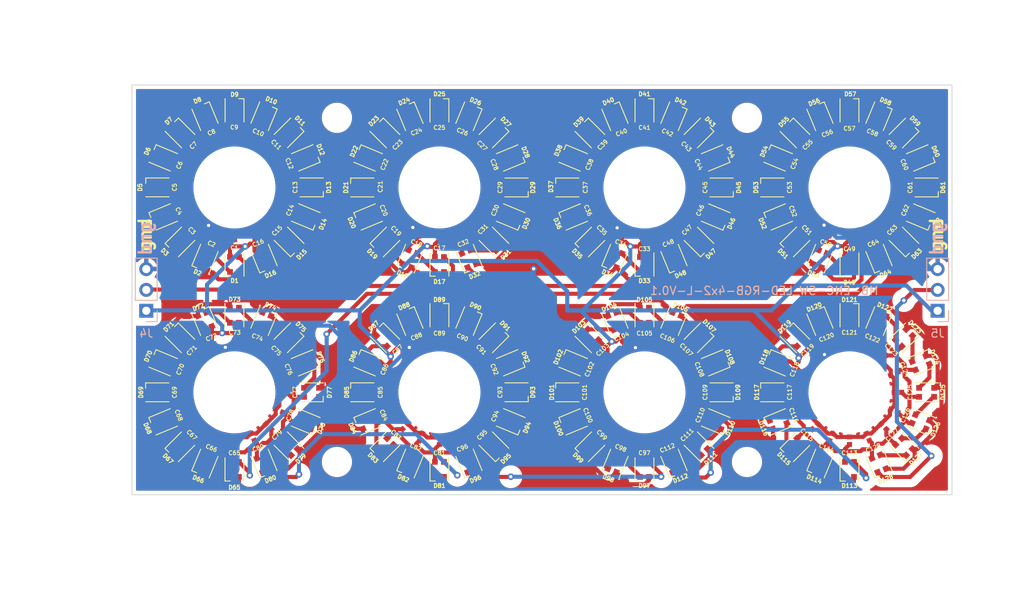
<source format=kicad_pcb>
(kicad_pcb (version 20221018) (generator pcbnew)
  (layers (0 "F.Cu" signal) (31 "B.Cu" signal) (34 "B.Paste" user) (35 "F.Paste" user) (36 "B.SilkS" user "B.Silkscreen") (37 "F.SilkS" user "F.Silkscreen") (38 "B.Mask" user) (39 "F.Mask" user) (44 "Edge.Cuts" user))
  (net 0 "")
  (net 1 "GND")
  (net 2 "+5V")
  (net 3 "Net-(D1-DO)")
  (net 4 "Net-(D1-DI)")
  (net 5 "Net-(D2-DO)")
  (net 6 "Net-(D3-DO)")
  (net 7 "Net-(D4-DO)")
  (net 8 "Net-(D5-DO)")
  (net 9 "Net-(D6-DO)")
  (net 10 "Net-(D7-DO)")
  (net 11 "Net-(D8-DO)")
  (net 12 "Net-(D10-DI)")
  (net 13 "Net-(D10-DO)")
  (net 14 "Net-(D11-DO)")
  (net 15 "Net-(D12-DO)")
  (net 16 "Net-(D13-DO)")
  (net 17 "Net-(D14-DO)")
  (net 18 "Net-(D15-DO)")
  (net 19 "Net-(D16-DO)")
  (net 20 "Net-(D17-DO)")
  (net 21 "Net-(D18-DO)")
  (net 22 "Net-(D19-DO)")
  (net 23 "Net-(D20-DO)")
  (net 24 "Net-(D21-DO)")
  (net 25 "Net-(D22-DO)")
  (net 26 "Net-(D23-DO)")
  (net 27 "Net-(D24-DO)")
  (net 28 "Net-(D25-DO)")
  (net 29 "Net-(D26-DO)")
  (net 30 "Net-(D27-DO)")
  (net 31 "Net-(D28-DO)")
  (net 32 "Net-(D29-DO)")
  (net 33 "Net-(D30-DO)")
  (net 34 "Net-(D31-DO)")
  (net 35 "Net-(D32-DO)")
  (net 36 "Net-(D33-DO)")
  (net 37 "Net-(D34-DO)")
  (net 38 "Net-(D35-DO)")
  (net 39 "Net-(D36-DO)")
  (net 40 "Net-(D37-DO)")
  (net 41 "Net-(D38-DO)")
  (net 42 "Net-(D39-DO)")
  (net 43 "Net-(D40-DO)")
  (net 44 "Net-(D41-DO)")
  (net 45 "Net-(D42-DO)")
  (net 46 "Net-(D43-DO)")
  (net 47 "Net-(D44-DO)")
  (net 48 "Net-(D45-DO)")
  (net 49 "Net-(D46-DO)")
  (net 50 "Net-(D47-DO)")
  (net 51 "Net-(D48-DO)")
  (net 52 "Net-(D49-DO)")
  (net 53 "Net-(D50-DO)")
  (net 54 "Net-(D51-DO)")
  (net 55 "Net-(D52-DO)")
  (net 56 "Net-(D53-DO)")
  (net 57 "Net-(D54-DO)")
  (net 58 "Net-(D55-DO)")
  (net 59 "Net-(D56-DO)")
  (net 60 "Net-(D57-DO)")
  (net 61 "Net-(D58-DO)")
  (net 62 "Net-(D59-DO)")
  (net 63 "Net-(D60-DO)")
  (net 64 "Net-(D61-DO)")
  (net 65 "Net-(D62-DO)")
  (net 66 "Net-(D63-DO)")
  (net 67 "Net-(D64-DO)")
  (net 68 "Net-(D65-DO)")
  (net 69 "Net-(D66-DO)")
  (net 70 "Net-(D67-DO)")
  (net 71 "Net-(D68-DO)")
  (net 72 "Net-(D69-DO)")
  (net 73 "Net-(D70-DO)")
  (net 74 "Net-(D71-DO)")
  (net 75 "Net-(D72-DO)")
  (net 76 "Net-(D73-DO)")
  (net 77 "Net-(D74-DO)")
  (net 78 "Net-(D75-DO)")
  (net 79 "Net-(D76-DO)")
  (net 80 "Net-(D77-DO)")
  (net 81 "Net-(D78-DO)")
  (net 82 "Net-(D79-DO)")
  (net 83 "Net-(D80-DO)")
  (net 84 "Net-(D81-DO)")
  (net 85 "Net-(D82-DO)")
  (net 86 "Net-(D83-DO)")
  (net 87 "Net-(D84-DO)")
  (net 88 "Net-(D85-DO)")
  (net 89 "Net-(D86-DO)")
  (net 90 "Net-(D87-DO)")
  (net 91 "Net-(D88-DO)")
  (net 92 "Net-(D89-DO)")
  (net 93 "Net-(D90-DO)")
  (net 94 "Net-(D91-DO)")
  (net 95 "Net-(D92-DO)")
  (net 96 "Net-(D93-DO)")
  (net 97 "Net-(D94-DO)")
  (net 98 "Net-(D95-DO)")
  (net 99 "Net-(D96-DO)")
  (net 100 "Net-(D97-DO)")
  (net 101 "Net-(D98-DO)")
  (net 102 "Net-(D100-DI)")
  (net 103 "Net-(D100-DO)")
  (net 104 "Net-(D101-DO)")
  (net 105 "Net-(D102-DO)")
  (net 106 "Net-(D103-DO)")
  (net 107 "Net-(D104-DO)")
  (net 108 "Net-(D105-DO)")
  (net 109 "Net-(D106-DO)")
  (net 110 "Net-(D107-DO)")
  (net 111 "Net-(D108-DO)")
  (net 112 "Net-(D109-DO)")
  (net 113 "Net-(D110-DO)")
  (net 114 "Net-(D111-DO)")
  (net 115 "Net-(D112-DO)")
  (net 116 "Net-(D113-DO)")
  (net 117 "Net-(D114-DO)")
  (net 118 "Net-(D115-DO)")
  (net 119 "Net-(D116-DO)")
  (net 120 "Net-(D117-DO)")
  (net 121 "Net-(D118-DO)")
  (net 122 "Net-(D119-DO)")
  (net 123 "Net-(D120-DO)")
  (net 124 "Net-(D121-DO)")
  (net 125 "Net-(D122-DO)")
  (net 126 "Net-(D123-DO)")
  (net 127 "Net-(D124-DO)")
  (net 128 "Net-(D125-DO)")
  (net 129 "Net-(D126-DO)")
  (net 130 "Net-(D127-DO)")
  (net 131 "Net-(D128-DO)")
  (footprint "ksir 2022:CAPC1005X55N" (layer "F.Cu") (at 168.405217 112.5)
    (fp_text reference "C45")
    (fp_text value "100nf" hide)
  )
  (footprint "ksir 2022:LED_WS2812B-2020_PLCC4_2.0x2.0mm" (layer "F.Cu") (at 166.099221 128.810713 -112.5)
    (fp_text reference "D106")
    (fp_text value "WS2812-2020")
  )
  (footprint "ksir 2022:LED_WS2812B-2020_PLCC4_2.0x2.0mm" (layer "F.Cu") (at 130.849507 144.145276 45)
    (fp_text reference "D83")
    (fp_text value "WS2812-2020")
  )
  (footprint "ksir 2022:CAPC1005X55N" (layer "F.Cu") (at 158.324381 133.324381 135)
    (fp_text reference "C103")
    (fp_text value "100nf" hide)
  )
  (footprint "ksir 2022:CAPC1005X55N" (layer "F.Cu") (at 112.513596 118.39663 -90)
    (fp_text reference "C1")
    (fp_text value "100nf" hide)
  )
  (footprint "ksir 2022:LED_WS2812B-2020_PLCC4_2.0x2.0mm" (layer "F.Cu") (at 191.099221 128.810713 -112.5)
    (fp_text reference "D122")
    (fp_text value "WS2812-2020")
  )
  (footprint "ksir 2022:LED_WS2812B-2020_PLCC4_2.0x2.0mm" (layer "F.Cu") (at 121.202883 108.892192 -157.5)
    (fp_text reference "D12")
    (fp_text value "WS2812-2020")
  )
  (footprint "ksir 2022:CAPC1005X55N" (layer "F.Cu") (at 189.759829 117.955709 -67.5)
    (fp_text reference "C64")
    (fp_text value "100nf" hide)
  )
  (footprint "ksir 2022:LED_WS2812B-2020_PLCC4_2.0x2.0mm" (layer "F.Cu") (at 103.810713 133.900779 -22.5)
    (fp_text reference "D70")
    (fp_text value "WS2812-2020")
  )
  (footprint "ksir 2022:CAPC1005X55N" (layer "F.Cu") (at 167.955709 114.759829 -22.5)
    (fp_text reference "C46")
    (fp_text value "100nf" hide)
  )
  (footprint "ksir 2022:CAPC1005X55N" (layer "F.Cu") (at 114.759829 132.044291 67.5)
    (fp_text reference "C74")
    (fp_text value "100nf" hide)
  )
  (footprint "ksir 2022:CAPC1005X55N" (layer "F.Cu") (at 108.337977 116.667032 -135)
    (fp_text reference "C3")
    (fp_text value "100nf" hide)
  )
  (footprint "ksir 2022:LED_WS2812B-2020_PLCC4_2.0x2.0mm" (layer "F.Cu") (at 130.849507 105.849507 -45)
    (fp_text reference "D23")
    (fp_text value "WS2812-2020")
  )
  (footprint "ksir 2022:LED_WS2812B-2020_PLCC4_2.0x2.0mm" (layer "F.Cu") (at 121.202883 116.090634 157.5)
    (fp_text reference "D14")
    (fp_text value "WS2812-2020")
  )
  (footprint "ksir 2022:LED_WS2812B-2020_PLCC4_2.0x2.0mm" (layer "F.Cu") (at 103.108379 112.491413)
    (fp_text reference "D5")
    (fp_text value "WS2812-2020")
  )
  (footprint "ksir 2022:CAPC1005X55N" (layer "F.Cu") (at 192.955709 110.240171 22.5)
    (fp_text reference "C60")
    (fp_text value "100nf" hide)
  )
  (footprint "ksir 2022:LED_WS2812B-2020_PLCC4_2.0x2.0mm" (layer "F.Cu") (at 196.189287 116.099221 157.5)
    (fp_text reference "D62")
    (fp_text value "WS2812-2020")
  )
  (footprint "ksir 2022:CAPC1005X55N" (layer "F.Cu") (at 168.405217 137.5)
    (fp_text reference "C109")
    (fp_text value "100nf" hide)
  )
  (footprint "ksir 2022:LED_WS2812B-2020_PLCC4_2.0x2.0mm" (layer "F.Cu") (at 103.810713 141.099221 22.5)
    (fp_text reference "D68")
    (fp_text value "WS2812-2020")
  )
  (footprint "ksir 2022:LED_WS2812B-2020_PLCC4_2.0x2.0mm" (layer "F.Cu") (at 187.5 103.094783 -90)
    (fp_text reference "D57")
    (fp_text value "WS2812-2020")
  )
  (footprint "ksir 2022:LED_WS2812B-2020_PLCC4_2.0x2.0mm" (layer "F.Cu") (at 137.5 103.094783 -90)
    (fp_text reference "D25")
    (fp_text value "WS2812-2020")
  )
  (footprint "ksir 2022:CAPC1005X55N" (layer "F.Cu") (at 137.5 118.405217 -90)
    (fp_text reference "C17")
    (fp_text value "100nf" hide)
  )
  (footprint "ksir 2022:LED_WS2812B-2020_PLCC4_2.0x2.0mm" (layer "F.Cu") (at 162.5 146.905217 90)
    (fp_text reference "D97")
    (fp_text value "WS2812-2020")
  )
  (footprint "ksir 2022:LED_WS2812B-2020_PLCC4_2.0x2.0mm" (layer "F.Cu") (at 169.150493 119.150493 135)
    (fp_text reference "D47")
    (fp_text value "WS2812-2020")
  )
  (footprint "ksir 2022:LED_WS2812B-2020_PLCC4_2.0x2.0mm" (layer "F.Cu") (at 191.099221 121.189287 112.5)
    (fp_text reference "D64")
    (fp_text value "WS2812-2020")
  )
  (footprint "lib 2022 ksir:Hole_9.5mm" (layer "F.Cu") (at 112.5 137.5)
    (fp_text reference "H9" hide)
    (fp_text value "MountingHole" hide)
  )
  (footprint "ksir 2022:CAPC1005X55N" (layer "F.Cu") (at 142.955709 114.759829 -22.5)
    (fp_text reference "C30")
    (fp_text value "100nf" hide)
  )
  (footprint "ksir 2022:CAPC1005X55N" (layer "F.Cu") (at 158.324381 108.324381 135)
    (fp_text reference "C39")
    (fp_text value "100nf" hide)
  )
  (footprint "ksir 2022:LED_WS2812B-2020_PLCC4_2.0x2.0mm" (layer "F.Cu") (at 183.900779 121.189287 67.5)
    (fp_text reference "D50")
    (fp_text value "WS2812-2020")
  )
  (footprint "ksir 2022:CAPC1005X55N" (layer "F.Cu") (at 116.675619 141.675619 -45)
    (fp_text reference "C79")
    (fp_text value "100nf" hide)
  )
  (footprint "ksir 2022:LED_WS2812B-2020_PLCC4_2.0x2.0mm" (layer "F.Cu") (at 108.914375 121.1807 67.5)
    (fp_text reference "D2")
    (fp_text value "WS2812-2020")
  )
  (footprint "ksir 2022:LED_WS2812B-2020_PLCC4_2.0x2.0mm" (layer "F.Cu") (at 137.5 121.905217 90)
    (fp_text reference "D17")
    (fp_text value "WS2812-2020")
  )
  (footprint "MountingHole:MountingHole_3.2mm_M3" (layer "F.Cu") (at 175 146)
    (fp_text reference "H4" hide)
    (fp_text value "MountingHole" hide)
  )
  (footprint "ksir 2022:CAPC1005X55N" (layer "F.Cu") (at 141.675619 108.324381 45)
    (fp_text reference "C27")
    (fp_text value "100nf" hide)
  )
  (footprint "ksir 2022:LED_WS2812B-2020_PLCC4_2.0x2.0mm" (layer "F.Cu") (at 108.914375 103.802126 -67.5)
    (fp_text reference "D8")
    (fp_text value "WS2812-2020")
  )
  (footprint "ksir 2022:CAPC1005X55N" (layer "F.Cu") (at 110.253767 117.947122 -112.5)
    (fp_text reference "C2")
    (fp_text value "100nf" hide)
  )
  (footprint "ksir 2022:CAPC1005X55N" (layer "F.Cu") (at 117.955709 135.240171 22.5)
    (fp_text reference "C76")
    (fp_text value "100nf" hide)
  )
  (footprint "ksir 2022:CAPC1005X55N" (layer "F.Cu") (at 182.044291 114.759829 -157.5)
    (fp_text reference "C52")
    (fp_text value "100nf" hide)
  )
  (footprint "ksir 2022:CAPC1005X55N" (layer "F.Cu") (at 189.759829 142.955709 -67.5)
    (fp_text reference "C128")
    (fp_text value "100nf" hide)
  )
  (footprint "MountingHole:MountingHole_3.2mm_M3" (layer "F.Cu") (at 125 146)
    (fp_text reference "H3" hide)
    (fp_text value "MountingHole" hide)
  )
  (footprint "ksir 2022:LED_WS2812B-2020_PLCC4_2.0x2.0mm" (layer "F.Cu") (at 153.810713 108.900779 -22.5)
    (fp_text reference "D38")
    (fp_text value "WS2812-2020")
  )
  (footprint "ksir 2022:LED_WS2812B-2020_PLCC4_2.0x2.0mm" (layer "F.Cu") (at 146.905217 112.5 180)
    (fp_text reference "D29")
    (fp_text value "WS2812-2020")
  )
  (footprint "ksir 2022:CAPC1005X55N" (layer "F.Cu") (at 187.5 106.594783 90)
    (fp_text reference "C57")
    (fp_text value "100nf" hide)
  )
  (footprint "ksir 2022:LED_WS2812B-2020_PLCC4_2.0x2.0mm" (layer "F.Cu") (at 178.810713 116.099221 22.5)
    (fp_text reference "D52")
    (fp_text value "WS2812-2020")
  )
  (footprint "ksir 2022:LED_WS2812B-2020_PLCC4_2.0x2.0mm" (layer "F.Cu") (at 196.189287 141.099221 157.5)
    (fp_text reference "D126")
    (fp_text value "WS2812-2020")
  )
  (footprint "ksir 2022:CAPC1005X55N" (layer "F.Cu") (at 139.759829 142.950492 -67.5)
    (fp_text reference "C96")
    (fp_text value "100nf" hide)
  )
  (footprint "ksir 2022:CAPC1005X55N" (layer "F.Cu") (at 191.675619 133.324381 45)
    (fp_text reference "C123")
    (fp_text value "100nf" hide)
  )
  (footprint "ksir 2022:CAPC1005X55N" (layer "F.Cu") (at 167.955709 139.759829 -22.5)
    (fp_text reference "C110")
    (fp_text value "100nf" hide)
  )
  (footprint "ksir 2022:CAPC1005X55N" (layer "F.Cu") (at 141.675619 133.319164 45)
    (fp_text reference "C91")
    (fp_text value "100nf" hide)
  )
  (footprint "ksir 2022:LED_WS2812B-2020_PLCC4_2.0x2.0mm" (layer "F.Cu") (at 153.810713 141.099221 22.5)
    (fp_text reference "D100")
    (fp_text value "WS2812-2020")
  )
  (footprint "ksir 2022:LED_WS2812B-2020_PLCC4_2.0x2.0mm" (layer "F.Cu") (at 171.189287 116.099221 157.5)
    (fp_text reference "D46")
    (fp_text value "WS2812-2020")
  )
  (footprint "ksir 2022:LED_WS2812B-2020_PLCC4_2.0x2.0mm" (layer "F.Cu") (at 162.5 103.094783 -90)
    (fp_text reference "D41")
    (fp_text value "WS2812-2020")
  )
  (footprint "ksir 2022:CAPC1005X55N" (layer "F.Cu") (at 162.5 143.405217 -90)
    (fp_text reference "C97")
    (fp_text value "100nf" hide)
  )
  (footprint "ksir 2022:CAPC1005X55N" (layer "F.Cu") (at 132.044291 110.240171 157.5)
    (fp_text reference "C22")
    (fp_text value "100nf" hide)
  )
  (footprint "ksir 2022:CAPC1005X55N" (layer "F.Cu") (at 107.057887 110.231584 157.5)
    (fp_text reference "C6")
    (fp_text value "100nf" hide)
  )
  (footprint "ksir 2022:LED_WS2812B-2020_PLCC4_2.0x2.0mm" (layer "F.Cu") (at 144.150493 119.150493 135)
    (fp_text reference "D31")
    (fp_text value "WS2812-2020")
  )
  (footprint "ksir 2022:CAPC1005X55N" (layer "F.Cu") (at 183.324381 133.324381 135)
    (fp_text reference "C119")
    (fp_text value "100nf" hide)
  )
  (footprint "ksir 2022:CAPC1005X55N" (layer "F.Cu") (at 114.773425 107.035704 67.5)
    (fp_text reference "C10")
    (fp_text value "100nf" hide)
  )
  (footprint "ksir 2022:LED_WS2812B-2020_PLCC4_2.0x2.0mm" (layer "F.Cu") (at 153.094783 112.5)
    (fp_text reference "D37")
    (fp_text value "WS2812-2020")
  )
  (footprint "ksir 2022:LED_WS2812B-2020_PLCC4_2.0x2.0mm" (layer "F.Cu") (at 116.112817 121.1807 112.5)
    (fp_text reference "D16")
    (fp_text value "WS2812-2020")
  )
  (footprint "ksir 2022:LED_WS2812B-2020_PLCC4_2.0x2.0mm" (layer "F.Cu") (at 158.900779 128.810713 -67.5)
    (fp_text reference "D104")
    (fp_text value "WS2812-2020")
  )
  (footprint "ksir 2022:CAPC1005X55N" (layer "F.Cu") (at 156.594783 112.5 180)
    (fp_text reference "C37")
    (fp_text value "100nf" hide)
  )
  (footprint "ksir 2022:LED_WS2812B-2020_PLCC4_2.0x2.0mm" (layer "F.Cu") (at 146.189287 133.895562 -157.5)
    (fp_text reference "D92")
    (fp_text value "WS2812-2020")
  )
  (footprint "ksir 2022:CAPC1005X55N" (layer "F.Cu") (at 164.759829 142.955709 -67.5)
    (fp_text reference "C112")
    (fp_text value "100nf" hide)
  )
  (footprint "ksir 2022:CAPC1005X55N" (layer "F.Cu") (at 116.689215 108.315794 45)
    (fp_text reference "C11")
    (fp_text value "100nf" hide)
  )
  (footprint "ksir 2022:LED_WS2812B-2020_PLCC4_2.0x2.0mm" (layer "F.Cu") (at 180.849507 144.150493 45)
    (fp_text reference "D115")
    (fp_text value "WS2812-2020")
  )
  (footprint "ksir 2022:CAPC1005X55N" (layer "F.Cu") (at 106.608379 112.491413 180)
    (fp_text reference "C5")
    (fp_text value "100nf" hide)
  )
  (footprint "ksir 2022:LED_WS2812B-2020_PLCC4_2.0x2.0mm" (layer "F.Cu") (at 153.810713 133.900779 -22.5)
    (fp_text reference "D102")
    (fp_text value "WS2812-2020")
  )
  (footprint "ksir 2022:LED_WS2812B-2020_PLCC4_2.0x2.0mm" (layer "F.Cu") (at 162.5 128.094783 -90)
    (fp_text reference "D105")
    (fp_text value "WS2812-2020")
  )
  (footprint "ksir 2022:LED_WS2812B-2020_PLCC4_2.0x2.0mm" (layer "F.Cu") (at 128.094783 137.494783)
    (fp_text reference "D85")
    (fp_text value "WS2812-2020")
  )
  (footprint "ksir 2022:CAPC1005X55N" (layer "F.Cu") (at 143.405217 137.494783)
    (fp_text reference "C93")
    (fp_text value "100nf" hide)
  )
  (footprint "ksir 2022:CAPC1005X55N" (layer "F.Cu") (at 110.240171 142.955709 -112.5)
    (fp_text reference "C66")
    (fp_text value "100nf" hide)
  )
  (footprint "ksir 2022:CAPC1005X55N" (layer "F.Cu") (at 167.955709 110.240171 22.5)
    (fp_text reference "C44")
    (fp_text value "100nf" hide)
  )
  (footprint "ksir 2022:CAPC1005X55N" (layer "F.Cu") (at 139.759829 107.044291 67.5)
    (fp_text reference "C26")
    (fp_text value "100nf" hide)
  )
  (footprint "ksir 2022:LED_WS2812B-2020_PLCC4_2.0x2.0mm" (layer "F.Cu") (at 194.150493 130.849507 -135)
    (fp_text reference "D123")
    (fp_text value "WS2812-2020")
  )
  (footprint "ksir 2022:CAPC1005X55N" (layer "F.Cu") (at 182.044291 110.240171 157.5)
    (fp_text reference "C54")
    (fp_text value "100nf" hide)
  )
  (footprint "ksir 2022:CAPC1005X55N" (layer "F.Cu") (at 117.969305 110.231584 22.5)
    (fp_text reference "C12")
    (fp_text value "100nf" hide)
  )
  (footprint "ksir 2022:CAPC1005X55N" (layer "F.Cu") (at 183.324381 108.324381 135)
    (fp_text reference "C55")
    (fp_text value "100nf" hide)
  )
  (footprint "ksir 2022:CAPC1005X55N" (layer "F.Cu") (at 157.044291 114.759829 -157.5)
    (fp_text reference "C36")
    (fp_text value "100nf" hide)
  )
  (footprint "ksir 2022:CAPC1005X55N" (layer "F.Cu") (at 141.675619 141.670402 -45)
    (fp_text reference "C95")
    (fp_text value "100nf" hide)
  )
  (footprint "ksir 2022:LED_WS2812B-2020_PLCC4_2.0x2.0mm" (layer "F.Cu") (at 169.150493 144.150493 135)
    (fp_text reference "D111")
    (fp_text value "WS2812-2020")
  )
  (footprint "ksir 2022:LED_WS2812B-2020_PLCC4_2.0x2.0mm" (layer "F.Cu") (at 153.810713 116.099221 22.5)
    (fp_text reference "D36")
    (fp_text value "WS2812-2020")
  )
  (footprint "ksir 2022:LED_WS2812B-2020_PLCC4_2.0x2.0mm" (layer "F.Cu") (at 194.150493 144.150493 135)
    (fp_text reference "D127")
    (fp_text value "WS2812-2020")
  )
  (footprint "ksir 2022:CAPC1005X55N" (layer "F.Cu") (at 189.759829 107.044291 67.5)
    (fp_text reference "C58")
    (fp_text value "100nf" hide)
  )
  (footprint "ksir 2022:CAPC1005X55N" (layer "F.Cu") (at 167.955709 135.240171 22.5)
    (fp_text reference "C108")
    (fp_text value "100nf" hide)
  )
  (footprint "ksir 2022:CAPC1005X55N" (layer "F.Cu") (at 135.240171 107.044291 112.5)
    (fp_text reference "C24")
    (fp_text value "100nf" hide)
  )
  (footprint "ksir 2022:LED_WS2812B-2020_PLCC4_2.0x2.0mm" (layer "F.Cu") (at 171.905217 137.5 180)
    (fp_text reference "D109")
    (fp_text value "WS2812-2020")
  )
  (footprint "ksir 2022:CAPC1005X55N" (layer "F.Cu") (at 158.324381 116.675619 -135)
    (fp_text reference "C35")
    (fp_text value "100nf" hide)
  )
  (footprint "ksir 2022:CAPC1005X55N" (layer "F.Cu") (at 191.675619 141.675619 -45)
    (fp_text reference "C127")
    (fp_text value "100nf" hide)
  )
  (footprint "ksir 2022:CAPC1005X55N" (layer "F.Cu") (at 135.240171 142.950492 -112.5)
    (fp_text reference "C82")
    (fp_text value "100nf" hide)
  )
  (footprint "ksir 2022:CAPC1005X55N" (layer "F.Cu") (at 191.675619 108.324381 45)
    (fp_text reference "C59")
    (fp_text value "100nf" hide)
  )
  (footprint "ksir 2022:LED_WS2812B-2020_PLCC4_2.0x2.0mm" (layer "F.Cu") (at 137.5 128.089566 -90)
    (fp_text reference "D89")
    (fp_text value "WS2812-2020")
  )
  (footprint "ksir 2022:LED_WS2812B-2020_PLCC4_2.0x2.0mm" (layer "F.Cu") (at 196.189287 108.900779 -157.5)
    (fp_text reference "D60")
    (fp_text value "WS2812-2020")
  )
  (footprint "ksir 2022:LED_WS2812B-2020_PLCC4_2.0x2.0mm" (layer "F.Cu") (at 155.849507 105.849507 -45)
    (fp_text reference "D39")
    (fp_text value "WS2812-2020")
  )
  (footprint "ksir 2022:LED_WS2812B-2020_PLCC4_2.0x2.0mm" (layer "F.Cu") (at 128.810713 108.900779 -22.5)
    (fp_text reference "D22")
    (fp_text value "WS2812-2020")
  )
  (footprint "ksir 2022:LED_WS2812B-2020_PLCC4_2.0x2.0mm" (layer "F.Cu") (at 158.900779 146.189287 67.5)
    (fp_text reference "D98")
    (fp_text value "WS2812-2020")
  )
  (footprint "lib 2022 ksir:Hole_9.5mm" (layer "F.Cu") (at 162.5 137.5)
    (fp_text reference "H11" hide)
    (fp_text value "MountingHole" hide)
  )
  (footprint "ksir 2022:CAPC1005X55N" (layer "F.Cu") (at 137.5 131.589566 90)
    (fp_text reference "C89")
    (fp_text value "100nf" hide)
  )
  (footprint "ksir 2022:CAPC1005X55N" (layer "F.Cu") (at 133.324381 108.324381 135)
    (fp_text reference "C23")
    (fp_text value "100nf" hide)
  )
  (footprint "ksir 2022:CAPC1005X55N" (layer "F.Cu") (at 137.5 106.594783 90)
    (fp_text reference "C25")
    (fp_text value "100nf" hide)
  )
  (footprint "ksir 2022:CAPC1005X55N" (layer "F.Cu") (at 185.240171 107.044291 112.5)
    (fp_text reference "C56")
    (fp_text value "100nf" hide)
  )
  (footprint "ksir 2022:CAPC1005X55N" (layer "F.Cu") (at 139.759829 117.955709 -67.5)
    (fp_text reference "C32")
    (fp_text value "100nf" hide)
  )
  (footprint "ksir 2022:LED_WS2812B-2020_PLCC4_2.0x2.0mm" (layer "F.Cu") (at 194.150493 119.150493 135)
    (fp_text reference "D63")
    (fp_text value "WS2812-2020")
  )
  (footprint "ksir 2022:LED_WS2812B-2020_PLCC4_2.0x2.0mm" (layer "F.Cu") (at 103.824309 116.090634 22.5)
    (fp_text reference "D4")
    (fp_text value "WS2812-2020")
  )
  (footprint "ksir 2022:CAPC1005X55N" (layer "F.Cu") (at 182.044291 135.240171 157.5)
    (fp_text reference "C118")
    (fp_text value "100nf" hide)
  )
  (footprint "ksir 2022:LED_WS2812B-2020_PLCC4_2.0x2.0mm" (layer "F.Cu") (at 141.099221 128.805496 -112.5)
    (fp_text reference "D90")
    (fp_text value "WS2812-2020")
  )
  (footprint "ksir 2022:CAPC1005X55N" (layer "F.Cu") (at 164.759829 107.044291 67.5)
    (fp_text reference "C42")
    (fp_text value "100nf" hide)
  )
  (footprint "ksir 2022:CAPC1005X55N" (layer "F.Cu") (at 118.418813 112.491413)
    (fp_text reference "C13")
    (fp_text value "100nf" hide)
  )
  (footprint "ksir 2022:CAPC1005X55N" (layer "F.Cu") (at 118.405217 137.5)
    (fp_text reference "C77")
    (fp_text value "100nf" hide)
  )
  (footprint "ksir 2022:CAPC1005X55N" (layer "F.Cu") (at 160.240171 142.955709 -112.5)
    (fp_text reference "C98")
    (fp_text value "100nf" hide)
  )
  (footprint "ksir 2022:CAPC1005X55N" (layer "F.Cu") (at 187.5 118.405217 -90)
    (fp_text reference "C49")
    (fp_text value "100nf" hide)
  )
  (footprint "ksir 2022:CAPC1005X55N" (layer "F.Cu") (at 166.675619 116.675619 -45)
    (fp_text reference "C47")
    (fp_text value "100nf" hide)
  )
  (footprint "ksir 2022:LED_WS2812B-2020_PLCC4_2.0x2.0mm" (layer "F.Cu") (at 133.900779 146.18407 67.5)
    (fp_text reference "D82")
    (fp_text value "WS2812-2020")
  )
  (footprint "ksir 2022:CAPC1005X55N" (layer "F.Cu") (at 192.955709 135.240171 22.5)
    (fp_text reference "C124")
    (fp_text value "100nf" hide)
  )
  (footprint "ksir 2022:CAPC1005X55N" (layer "F.Cu") (at 107.044291 139.759829 -157.5)
    (fp_text reference "C68")
    (fp_text value "100nf" hide)
  )
  (footprint "ksir 2022:CAPC1005X55N" (layer "F.Cu") (at 131.594783 137.494783 180)
    (fp_text reference "C85")
    (fp_text value "100nf" hide)
  )
  (footprint "ksir 2022:LED_WS2812B-2020_PLCC4_2.0x2.0mm" (layer "F.Cu") (at 121.905217 137.5 180)
    (fp_text reference "D77")
    (fp_text value "WS2812-2020")
  )
  (footprint "ksir 2022:LED_WS2812B-2020_PLCC4_2.0x2.0mm" (layer "F.Cu") (at 112.513596 121.89663 90)
    (fp_text reference "D1")
    (fp_text value "WS2812-2020")
  )
  (footprint "ksir 2022:LED_WS2812B-2020_PLCC4_2.0x2.0mm" (layer "F.Cu") (at 108.900779 146.189287 67.5)
    (fp_text reference "D66")
    (fp_text value "WS2812-2020")
  )
  (footprint "ksir 2022:LED_WS2812B-2020_PLCC4_2.0x2.0mm" (layer "F.Cu") (at 196.905217 137.5 180)
    (fp_text reference "D125")
    (fp_text value "WS2812-2020")
  )
  (footprint "ksir 2022:CAPC1005X55N" (layer "F.Cu") (at 110.240171 132.044291 112.5)
    (fp_text reference "C72")
    (fp_text value "100nf" hide)
  )
  (footprint "ksir 2022:LED_WS2812B-2020_PLCC4_2.0x2.0mm" (layer "F.Cu") (at 141.099221 103.810713 -112.5)
    (fp_text reference "D26")
    (fp_text value "WS2812-2020")
  )
  (footprint "ksir 2022:CAPC1005X55N" (layer "F.Cu") (at 193.405217 137.5)
    (fp_text reference "C125")
    (fp_text value "100nf" hide)
  )
  (footprint "ksir 2022:LED_WS2812B-2020_PLCC4_2.0x2.0mm" (layer "F.Cu") (at 105.849507 130.849507 -45)
    (fp_text reference "D71")
    (fp_text value "WS2812-2020")
  )
  (footprint "ksir 2022:CAPC1005X55N" (layer "F.Cu") (at 117.955709 139.759829 -22.5)
    (fp_text reference "C78")
    (fp_text value "100nf" hide)
  )
  (footprint "ksir 2022:LED_WS2812B-2020_PLCC4_2.0x2.0mm" (layer "F.Cu") (at 121.189287 133.900779 -157.5)
    (fp_text reference "D76")
    (fp_text value "WS2812-2020")
  )
  (footprint "ksir 2022:CAPC1005X55N" (layer "F.Cu") (at 135.240171 117.955709 -112.5)
    (fp_text reference "C18")
    (fp_text value "100nf" hide)
  )
  (footprint "ksir 2022:CAPC1005X55N" (layer "F.Cu") (at 116.675619 133.324381 45)
    (fp_text reference "C75")
    (fp_text value "100nf" hide)
  )
  (footprint "ksir 2022:CAPC1005X55N" (layer "F.Cu") (at 185.240171 132.044291 112.5)
    (fp_text reference "C120")
    (fp_text value "100nf" hide)
  )
  (footprint "ksir 2022:CAPC1005X55N" (layer "F.Cu") (at 142.955709 135.234954 22.5)
    (fp_text reference "C92")
    (fp_text value "100nf" hide)
  )
  (footprint "ksir 2022:CAPC1005X55N" (layer "F.Cu") (at 142.955709 110.240171 22.5)
    (fp_text reference "C28")
    (fp_text value "100nf" hide)
  )
  (footprint "ksir 2022:LED_WS2812B-2020_PLCC4_2.0x2.0mm" (layer "F.Cu") (at 166.099221 103.810713 -112.5)
    (fp_text reference "D42")
    (fp_text value "WS2812-2020")
  )
  (footprint "ksir 2022:CAPC1005X55N" (layer "F.Cu") (at 139.759829 132.039074 67.5)
    (fp_text reference "C90")
    (fp_text value "100nf" hide)
  )
  (footprint "ksir 2022:LED_WS2812B-2020_PLCC4_2.0x2.0mm" (layer "F.Cu") (at 141.099221 121.189287 112.5)
    (fp_text reference "D32")
    (fp_text value "WS2812-2020")
  )
  (footprint "ksir 2022:CAPC1005X55N" (layer "F.Cu") (at 187.5 131.594783 90)
    (fp_text reference "C121")
    (fp_text value "100nf" hide)
  )
  (footprint "ksir 2022:LED_WS2812B-2020_PLCC4_2.0x2.0mm" (layer "F.Cu") (at 116.099221 128.810713 -112.5)
    (fp_text reference "D74")
    (fp_text value "WS2812-2020")
  )
  (footprint "ksir 2022:LED_WS2812B-2020_PLCC4_2.0x2.0mm" (layer "F.Cu") (at 178.094783 112.5)
    (fp_text reference "D53")
    (fp_text value "WS2812-2020")
  )
  (footprint "ksir 2022:CAPC1005X55N" (layer "F.Cu") (at 160.240171 107.044291 112.5)
    (fp_text reference "C40")
    (fp_text value "100nf" hide)
  )
  (footprint "ksir 2022:CAPC1005X55N" (layer "F.Cu") (at 143.405217 112.5)
    (fp_text reference "C29")
    (fp_text value "100nf" hide)
  )
  (footprint "ksir 2022:CAPC1005X55N" (layer "F.Cu") (at 108.324381 141.675619 -135)
    (fp_text reference "C67")
    (fp_text value "100nf" hide)
  )
  (footprint "ksir 2022:CAPC1005X55N" (layer "F.Cu") (at 162.5 106.594783 90)
    (fp_text reference "C41")
    (fp_text value "100nf" hide)
  )
  (footprint "ksir 2022:LED_WS2812B-2020_PLCC4_2.0x2.0mm" (layer "F.Cu") (at 171.189287 133.900779 -157.5)
    (fp_text reference "D108")
    (fp_text value "WS2812-2020")
  )
  (footprint "ksir 2022:LED_WS2812B-2020_PLCC4_2.0x2.0mm" (layer "F.Cu") (at 146.189287 141.094004 157.5)
    (fp_text reference "D94")
    (fp_text value "WS2812-2020")
  )
  (footprint "ksir 2022:LED_WS2812B-2020_PLCC4_2.0x2.0mm" (layer "F.Cu") (at 119.164089 119.141906 135)
    (fp_text reference "D15")
    (fp_text value "WS2812-2020")
  )
  (footprint "ksir 2022:CAPC1005X55N" (layer "F.Cu") (at 112.513596 106.586196 90)
    (fp_text reference "C9")
    (fp_text value "100nf" hide)
  )
  (footprint "ksir 2022:CAPC1005X55N" (layer "F.Cu") (at 107.057887 114.751242 -157.5)
    (fp_text reference "C4")
    (fp_text value "100nf" hide)
  )
  (footprint "ksir 2022:CAPC1005X55N" (layer "F.Cu") (at 157.044291 135.240171 157.5)
    (fp_text reference "C102")
    (fp_text value "100nf" hide)
  )
  (footprint "ksir 2022:CAPC1005X55N" (layer "F.Cu") (at 114.773425 117.947122 -67.5)
    (fp_text reference "C16")
    (fp_text value "100nf" hide)
  )
  (footprint "ksir 2022:LED_WS2812B-2020_PLCC4_2.0x2.0mm" (layer "F.Cu") (at 183.900779 146.189287 67.5)
    (fp_text reference "D114")
    (fp_text value "WS2812-2020")
  )
  (footprint "lib 2022 ksir:Hole_9.5mm" (layer "F.Cu") (at 187.5 112.5)
    (fp_text reference "H8" hide)
    (fp_text value "MountingHole" hide)
  )
  (footprint "ksir 2022:LED_WS2812B-2020_PLCC4_2.0x2.0mm" (layer "F.Cu") (at 130.849507 130.84429 -45)
    (fp_text reference "D87")
    (fp_text value "WS2812-2020")
  )
  (footprint "lib 2022 ksir:Hole_9.5mm" (layer "F.Cu") (at 137.5 112.5)
    (fp_text reference "H6" hide)
    (fp_text value "MountingHole" hide)
  )
  (footprint "ksir 2022:CAPC1005X55N" (layer "F.Cu") (at 112.5 143.405217 -90)
    (fp_text reference "C65")
    (fp_text value "100nf" hide)
  )
  (footprint "ksir 2022:LED_WS2812B-2020_PLCC4_2.0x2.0mm" (layer "F.Cu") (at 105.863103 105.84092 -45)
    (fp_text reference "D7")
    (fp_text value "WS2812-2020")
  )
  (footprint "ksir 2022:LED_WS2812B-2020_PLCC4_2.0x2.0mm" (layer "F.Cu") (at 144.150493 105.849507 -135)
    (fp_text reference "D27")
    (fp_text value "WS2812-2020")
  )
  (footprint "ksir 2022:CAPC1005X55N" (layer "F.Cu") (at 107.044291 135.240171 157.5)
    (fp_text reference "C70")
    (fp_text value "100nf" hide)
  )
  (footprint "ksir 2022:LED_WS2812B-2020_PLCC4_2.0x2.0mm" (layer "F.Cu") (at 103.824309 108.892192 -22.5)
    (fp_text reference "D6")
    (fp_text value "WS2812-2020")
  )
  (footprint "ksir 2022:LED_WS2812B-2020_PLCC4_2.0x2.0mm" (layer "F.Cu") (at 128.810713 116.099221 22.5)
    (fp_text reference "D20")
    (fp_text value "WS2812-2020")
  )
  (footprint "ksir 2022:LED_WS2812B-2020_PLCC4_2.0x2.0mm" (layer "F.Cu") (at 171.905217 112.5 180)
    (fp_text reference "D45")
    (fp_text value "WS2812-2020")
  )
  (footprint "ksir 2022:LED_WS2812B-2020_PLCC4_2.0x2.0mm" (layer "F.Cu") (at 121.189287 141.099221 157.5)
    (fp_text reference "D78")
    (fp_text value "WS2812-2020")
  )
  (footprint "ksir 2022:LED_WS2812B-2020_PLCC4_2.0x2.0mm" (layer "F.Cu") (at 112.513596 103.086196 -90)
    (fp_text reference "D9")
    (fp_text value "WS2812-2020")
  )
  (footprint "ksir 2022:LED_WS2812B-2020_PLCC4_2.0x2.0mm" (layer "F.Cu") (at 112.5 128.094783 -90)
    (fp_text reference "D73")
    (fp_text value "WS2812-2020")
  )
  (footprint "ksir 2022:CAPC1005X55N" (layer "F.Cu") (at 106.594783 137.5 180)
    (fp_text reference "C69")
    (fp_text value "100nf" hide)
  )
  (footprint "ksir 2022:LED_WS2812B-2020_PLCC4_2.0x2.0mm" (layer "F.Cu") (at 183.900779 103.810713 -67.5)
    (fp_text reference "D56")
    (fp_text value "WS2812-2020")
  )
  (footprint "ksir 2022:CAPC1005X55N" (layer "F.Cu") (at 137.5 143.4 -90)
    (fp_text reference "C81")
    (fp_text value "100nf" hide)
  )
  (footprint "ksir 2022:LED_WS2812B-2020_PLCC4_2.0x2.0mm" (layer "F.Cu") (at 178.810713 133.900779 -22.5)
    (fp_text reference "D118")
    (fp_text value "WS2812-2020")
  )
  (footprint "MountingHole:MountingHole_3.2mm_M3" (layer "F.Cu") (at 175 104)
    (fp_text reference "H2" hide)
    (fp_text value "MountingHole" hide)
  )
  (footprint "ksir 2022:CAPC1005X55N" (layer "F.Cu") (at 191.675619 116.675619 -45)
    (fp_text reference "C63")
    (fp_text value "100nf" hide)
  )
  (footprint "ksir 2022:CAPC1005X55N" (layer "F.Cu") (at 112.5 131.594783 90)
    (fp_text reference "C73")
    (fp_text value "100nf" hide)
  )
  (footprint "ksir 2022:LED_WS2812B-2020_PLCC4_2.0x2.0mm" (layer "F.Cu") (at 128.810713 141.094004 22.5)
    (fp_text reference "D84")
    (fp_text value "WS2812-2020")
  )
  (footprint "ksir 2022:CAPC1005X55N" (layer "F.Cu") (at 116.689215 116.667032 -45)
    (fp_text reference "C15")
    (fp_text value "100nf" hide)
  )
  (footprint "lib 2022 ksir:Hole_9.5mm" (layer "F.Cu") (at 112.5 112.5)
    (fp_text reference "H5" hide)
    (fp_text value "MountingHole" hide)
  )
  (footprint "ksir 2022:LED_WS2812B-2020_PLCC4_2.0x2.0mm" (layer "F.Cu") (at 128.094783 112.5)
    (fp_text reference "D21")
    (fp_text value "WS2812-2020")
  )
  (footprint "ksir 2022:CAPC1005X55N" (layer "F.Cu") (at 108.324381 133.324381 135)
    (fp_text reference "C71")
    (fp_text value "100nf" hide)
  )
  (footprint "ksir 2022:LED_WS2812B-2020_PLCC4_2.0x2.0mm" (layer "F.Cu") (at 133.900779 121.189287 67.5)
    (fp_text reference "D18")
    (fp_text value "WS2812-2020")
  )
  (footprint "ksir 2022:LED_WS2812B-2020_PLCC4_2.0x2.0mm" (layer "F.Cu") (at 171.189287 108.900779 -157.5)
    (fp_text reference "D44")
    (fp_text value "WS2812-2020")
  )
  (footprint "ksir 2022:CAPC1005X55N" (layer "F.Cu") (at 141.675619 116.675619 -45)
    (fp_text reference "C31")
    (fp_text value "100nf" hide)
  )
  (footprint "ksir 2022:LED_WS2812B-2020_PLCC4_2.0x2.0mm" (layer "F.Cu") (at 194.150493 105.849507 -135)
    (fp_text reference "D59")
    (fp_text value "WS2812-2020")
  )
  (footprint "ksir 2022:LED_WS2812B-2020_PLCC4_2.0x2.0mm" (layer "F.Cu") (at 180.849507 105.849507 -45)
    (fp_text reference "D55")
    (fp_text value "WS2812-2020")
  )
  (footprint "ksir 2022:LED_WS2812B-2020_PLCC4_2.0x2.0mm" (layer "F.Cu") (at 128.810713 133.895562 -22.5)
    (fp_text reference "D86")
    (fp_text value "WS2812-2020")
  )
  (footprint "ksir 2022:LED_WS2812B-2020_PLCC4_2.0x2.0mm" (layer "F.Cu") (at 155.849507 144.150493 45)
    (fp_text reference "D99")
    (fp_text value "WS2812-2020")
  )
  (footprint "ksir 2022:LED_WS2812B-2020_PLCC4_2.0x2.0mm" (layer "F.Cu") (at 105.863103 119.141906 45)
    (fp_text reference "D3")
    (fp_text value "WS2812-2020")
  )
  (footprint "ksir 2022:LED_WS2812B-2020_PLCC4_2.0x2.0mm" (layer "F.Cu") (at 166.099221 146.189287 112.5)
    (fp_text reference "D112")
    (fp_text value "WS2812-2020")
  )
  (footprint "ksir 2022:CAPC1005X55N" (layer "F.Cu") (at 132.044291 139.754612 -157.5)
    (fp_text reference "C84")
    (fp_text value "100nf" hide)
  )
  (footprint "ksir 2022:CAPC1005X55N" (layer "F.Cu") (at 183.324381 141.675619 -135)
    (fp_text reference "C115")
    (fp_text value "100nf" hide)
  )
  (footprint "ksir 2022:LED_WS2812B-2020_PLCC4_2.0x2.0mm" (layer "F.Cu") (at 180.849507 130.849507 -45)
    (fp_text reference "D119")
    (fp_text value "WS2812-2020")
  )
  (footprint "ksir 2022:CAPC1005X55N" (layer "F.Cu") (at 189.759829 132.044291 67.5)
    (fp_text reference "C122")
    (fp_text value "100nf" hide)
  )
  (footprint "ksir 2022:LED_WS2812B-2020_PLCC4_2.0x2.0mm" (layer "F.Cu") (at 191.099221 146.189287 112.5)
    (fp_text reference "D128")
    (fp_text value "WS2812-2020")
  )
  (footprint "ksir 2022:CAPC1005X55N" (layer "F.Cu") (at 117.969305 114.751242 -22.5)
    (fp_text reference "C14")
    (fp_text value "100nf" hide)
  )
  (footprint "lib 2022 ksir:Hole_9.5mm" (layer "F.Cu") (at 187.5 137.5)
    (fp_text reference "H12" hide)
    (fp_text value "MountingHole" hide)
  )
  (footprint "ksir 2022:LED_WS2812B-2020_PLCC4_2.0x2.0mm" (layer "F.Cu") (at 103.094783 137.5)
    (fp_text reference "D69")
    (fp_text value "WS2812-2020")
  )
  (footprint "ksir 2022:LED_WS2812B-2020_PLCC4_2.0x2.0mm" (layer "F.Cu") (at 162.5 121.905217 90)
    (fp_text reference "D33")
    (fp_text value "WS2812-2020")
  )
  (footprint "MountingHole:MountingHole_3.2mm_M3" (layer "F.Cu") (at 125 104)
    (fp_text reference "H1" hide)
    (fp_text value "MountingHole" hide)
  )
  (footprint "ksir 2022:LED_WS2812B-2020_PLCC4_2.0x2.0mm" (layer "F.Cu") (at 146.189287 108.900779 -157.5)
    (fp_text reference "D28")
    (fp_text value "WS2812-2020")
  )
  (footprint "ksir 2022:LED_WS2812B-2020_PLCC4_2.0x2.0mm" (layer "F.Cu") (at 119.150493 130.849507 -135)
    (fp_text reference "D75")
    (fp_text value "WS2812-2020")
  )
  (footprint "ksir 2022:CAPC1005X55N" (layer "F.Cu") (at 166.675619 133.324381 45)
    (fp_text reference "C107")
    (fp_text value "100nf" hide)
  )
  (footprint "ksir 2022:CAPC1005X55N" (layer "F.Cu") (at 160.240171 117.955709 -112.5)
    (fp_text reference "C34")
    (fp_text value "100nf" hide)
  )
  (footprint "ksir 2022:CAPC1005X55N" (layer "F.Cu") (at 157.044291 110.240171 157.5)
    (fp_text reference "C38")
    (fp_text value "100nf" hide)
  )
  (footprint "ksir 2022:LED_WS2812B-2020_PLCC4_2.0x2.0mm" (layer "F.Cu") (at 183.900779 128.810713 -67.5)
    (fp_text reference "D120")
    (fp_text value "WS2812-2020")
  )
  (footprint "ksir 2022:CAPC1005X55N" (layer "F.Cu") (at 162.5 131.594783 90)
    (fp_text reference "C105")
    (fp_text value "100nf" hide)
  )
  (footprint "ksir 2022:CAPC1005X55N" (layer "F.Cu") (at 162.5 118.405217 -90)
    (fp_text reference "C33")
    (fp_text value "100nf" hide)
  )
  (footprint "ksir 2022:CAPC1005X55N" (layer "F.Cu") (at 183.324381 116.675619 -135)
    (fp_text reference "C51")
    (fp_text value "100nf" hide)
  )
  (footprint "ksir 2022:LED_WS2812B-2020_PLCC4_2.0x2.0mm" (layer "F.Cu") (at 119.150493 144.150493 135)
    (fp_text reference "D79")
    (fp_text value "WS2812-2020")
  )
  (footprint "ksir 2022:CAPC1005X55N" (layer "F.Cu") (at 160.240171 132.044291 112.5)
    (fp_text reference "C104")
    (fp_text value "100nf" hide)
  )
  (footprint "ksir 2022:CAPC1005X55N" (layer "F.Cu") (at 181.594783 112.5 180)
    (fp_text reference "C53")
    (fp_text value "100nf" hide)
  )
  (footprint "ksir 2022:LED_WS2812B-2020_PLCC4_2.0x2.0mm" (layer "F.Cu") (at 144.150493 144.145276 135)
    (fp_text reference "D95")
    (fp_text value "WS2812-2020")
  )
  (footprint "ksir 2022:CAPC1005X55N" (layer "F.Cu") (at 164.759829 117.955709 -67.5)
    (fp_text reference "C48")
    (fp_text value "100nf" hide)
  )
  (footprint "ksir 2022:LED_WS2812B-2020_PLCC4_2.0x2.0mm" (layer "F.Cu") (at 153.094783 137.5)
    (fp_text reference "D101")
    (fp_text value "WS2812-2020")
  )
  (footprint "ksir 2022:LED_WS2812B-2020_PLCC4_2.0x2.0mm" (layer "F.Cu") (at 133.900779 128.805496 -67.5)
    (fp_text reference "D88")
    (fp_text value "WS2812-2020")
  )
  (footprint "ksir 2022:CAPC1005X55N" (layer "F.Cu") (at 164.759829 132.044291 67.5)
    (fp_text reference "C106")
    (fp_text value "100nf" hide)
  )
  (footprint "ksir 2022:CAPC1005X55N" (layer "F.Cu") (at 133.324381 116.675619 -135)
    (fp_text reference "C19")
    (fp_text value "100nf" hide)
  )
  (footprint "ksir 2022:LED_WS2812B-2020_PLCC4_2.0x2.0mm" (layer "F.Cu") (at 169.150493 105.849507 -135)
    (fp_text reference "D43")
    (fp_text value "WS2812-2020")
  )
  (footprint "ksir 2022:LED_WS2812B-2020_PLCC4_2.0x2.0mm" (layer "F.Cu") (at 116.099221 146.189287 112.5)
    (fp_text reference "D80")
    (fp_text value "WS2812-2020")
  )
  (footprint "ksir 2022:LED_WS2812B-2020_PLCC4_2.0x2.0mm" (layer "F.Cu") (at 116.112817 103.802126 -112.5)
    (fp_text reference "D10")
    (fp_text value "WS2812-2020")
  )
  (footprint "ksir 2022:CAPC1005X55N" (layer "F.Cu") (at 166.675619 141.675619 -45)
    (fp_text reference "C111")
    (fp_text value "100nf" hide)
  )
  (footprint "ksir 2022:LED_WS2812B-2020_PLCC4_2.0x2.0mm" (layer "F.Cu") (at 119.164089 105.84092 -135)
    (fp_text reference "D11")
    (fp_text value "WS2812-2020")
  )
  (footprint "ksir 2022:CAPC1005X55N" (layer "F.Cu") (at 158.324381 141.675619 -135)
    (fp_text reference "C99")
    (fp_text value "100nf" hide)
  )
  (footprint "ksir 2022:CAPC1005X55N" (layer "F.Cu") (at 142.955709 139.754612 -22.5)
    (fp_text reference "C94")
    (fp_text value "100nf" hide)
  )
  (footprint "lib 2022 ksir:Hole_9.5mm" (layer "F.Cu") (at 162.5 112.5)
    (fp_text reference "H7" hide)
    (fp_text value "MountingHole" hide)
  )
  (footprint "ksir 2022:LED_WS2812B-2020_PLCC4_2.0x2.0mm" (layer "F.Cu") (at 178.094783 137.5)
    (fp_text reference "D117")
    (fp_text value "WS2812-2020")
  )
  (footprint "ksir 2022:LED_WS2812B-2020_PLCC4_2.0x2.0mm" (layer "F.Cu") (at 141.099221 146.18407 112.5)
    (fp_text reference "D96")
    (fp_text value "WS2812-2020")
  )
  (footprint "ksir 2022:CAPC1005X55N" (layer "F.Cu") (at 182.044291 139.759829 -157.5)
    (fp_text reference "C116")
    (fp_text value "100nf" hide)
  )
  (footprint "ksir 2022:CAPC1005X55N" (layer "F.Cu") (at 181.594783 137.5 180)
    (fp_text reference "C117")
    (fp_text value "100nf" hide)
  )
  (footprint "ksir 2022:LED_WS2812B-2020_PLCC4_2.0x2.0mm" (layer "F.Cu") (at 166.099221 121.189287 112.5)
    (fp_text reference "D48")
    (fp_text value "WS2812-2020")
  )
  (footprint "ksir 2022:CAPC1005X55N" (layer "F.Cu") (at 133.324381 133.319164 135)
    (fp_text reference "C87")
    (fp_text value "100nf" hide)
  )
  (footprint "ksir 2022:CAPC1005X55N" (layer "F.Cu") (at 185.240171 142.955709 -112.5)
    (fp_text reference "C114")
    (fp_text value "100nf" hide)
  )
  (footprint "ksir 2022:LED_WS2812B-2020_PLCC4_2.0x2.0mm" (layer "F.Cu") (at 155.849507 130.849507 -45)
    (fp_text reference "D103")
    (fp_text value "WS2812-2020")
  )
  (footprint "ksir 2022:LED_WS2812B-2020_PLCC4_2.0x2.0mm" (layer "F.Cu") (at 180.849507 119.150493 45)
    (fp_text reference "D51")
    (fp_text value "WS2812-2020")
  )
  (footprint "ksir 2022:LED_WS2812B-2020_PLCC4_2.0x2.0mm" (layer "F.Cu") (at 137.5 146.9 90)
    (fp_text reference "D81")
    (fp_text value "WS2812-2020")
  )
  (footprint "ksir 2022:LED_WS2812B-2020_PLCC4_2.0x2.0mm" (layer "F.Cu") (at 169.150493 130.849507 -135)
    (fp_text reference "D107")
    (fp_text value "WS2812-2020")
  )
  (footprint "ksir 2022:LED_WS2812B-2020_PLCC4_2.0x2.0mm" (layer "F.Cu") (at 158.900779 121.189287 67.5)
    (fp_text reference "D34")
    (fp_text value "WS2812-2020")
  )
  (footprint "ksir 2022:CAPC1005X55N" (layer "F.Cu") (at 156.594783 137.5 180)
    (fp_text reference "C101")
    (fp_text value "100nf" hide)
  )
  (footprint "ksir 2022:CAPC1005X55N" (layer "F.Cu") (at 108.337977 108.315794 135)
    (fp_text reference "C7")
    (fp_text value "100nf" hide)
  )
  (footprint "ksir 2022:CAPC1005X55N" (layer "F.Cu") (at 132.044291 135.234954 157.5)
    (fp_text reference "C86")
    (fp_text value "100nf" hide)
  )
  (footprint "ksir 2022:LED_WS2812B-2020_PLCC4_2.0x2.0mm" (layer "F.Cu") (at 171.189287 141.099221 157.5)
    (fp_text reference "D110")
    (fp_text value "WS2812-2020")
  )
  (footprint "ksir 2022:LED_WS2812B-2020_PLCC4_2.0x2.0mm" (layer "F.Cu") (at 187.5 128.094783 -90)
    (fp_text reference "D121")
    (fp_text value "WS2812-2020")
  )
  (footprint "lib 2022 ksir:Hole_9.5mm" (layer "F.Cu") (at 137.5 137.5)
    (fp_text reference "H10" hide)
    (fp_text value "MountingHole" hide)
  )
  (footprint "ksir 2022:CAPC1005X55N" (layer "F.Cu") (at 185.240171 117.955709 -112.5)
    (fp_text reference "C50")
    (fp_text value "100nf" hide)
  )
  (footprint "ksir 2022:LED_WS2812B-2020_PLCC4_2.0x2.0mm" (layer "F.Cu") (at 187.5 121.905217 90)
    (fp_text reference "D49")
    (fp_text value "WS2812-2020")
  )
  (footprint "ksir 2022:LED_WS2812B-2020_PLCC4_2.0x2.0mm" (layer "F.Cu") (at 146.189287 116.099221 157.5)
    (fp_text reference "D30")
    (fp_text value "WS2812-2020")
  )
  (footprint "ksir 2022:LED_WS2812B-2020_PLCC4_2.0x2.0mm" (layer "F.Cu") (at 146.905217 137.494783 180)
    (fp_text reference "D93")
    (fp_text value "WS2812-2020")
  )
  (footprint "ksir 2022:LED_WS2812B-2020_PLCC4_2.0x2.0mm" (layer "F.Cu") (at 196.905217 112.5 180)
    (fp_text reference "D61")
    (fp_text value "WS2812-2020")
  )
  (footprint "ksir 2022:LED_WS2812B-2020_PLCC4_2.0x2.0mm" (layer "F.Cu") (at 187.5 146.905217 90)
    (fp_text reference "D113")
    (fp_text value "WS2812-2020")
  )
  (footprint "ksir 2022:CAPC1005X55N" (layer "F.Cu") (at 193.405217 112.5)
    (fp_text reference "C61")
    (fp_text value "100nf" hide)
  )
  (footprint "ksir 2022:LED_WS2812B-2020_PLCC4_2.0x2.0mm" (layer "F.Cu") (at 158.900779 103.810713 -67.5)
    (fp_text reference "D40")
    (fp_text value "WS2812-2020")
  )
  (footprint "ksir 2022:LED_WS2812B-2020_PLCC4_2.0x2.0mm" (layer "F.Cu") (at 178.810713 108.900779 -22.5)
    (fp_text reference "D54")
    (fp_text value "WS2812-2020")
  )
  (footprint "ksir 2022:LED_WS2812B-2020_PLCC4_2.0x2.0mm" (layer "F.Cu") (at 144.150493 130.84429 -135)
    (fp_text reference "D91")
    (fp_text value "WS2812-2020")
  )
  (footprint "ksir 2022:LED_WS2812B-2020_PLCC4_2.0x2.0mm" (layer "F.Cu") (at 178.810713 141.099221 22.5)
    (fp_text reference "D116")
    (fp_text value "WS2812-2020")
  )
  (footprint "ksir 2022:LED_WS2812B-2020_PLCC4_2.0x2.0mm" (layer "F.Cu") (at 155.849507 119.150493 45)
    (fp_text reference "D35")
    (fp_text value "WS2812-2020")
  )
  (footprint "ksir 2022:CAPC1005X55N" (layer "F.Cu") (at 114.759829 142.955709 -67.5)
    (fp_text reference "C80")
    (fp_text value "100nf" hide)
  )
  (footprint "ksir 2022:LED_WS2812B-2020_PLCC4_2.0x2.0mm" (layer "F.Cu") (at 108.900779 128.810713 -67.5)
    (fp_text reference "D72")
    (fp_text value "WS2812-2020")
  )
  (footprint "ksir 2022:CAPC1005X55N" (layer "F.Cu") (at 192.955709 139.759829 -22.5)
    (fp_text reference "C126")
    (fp_text value "100nf" hide)
  )
  (footprint "ksir 2022:LED_WS2812B-2020_PLCC4_2.0x2.0mm" (layer "F.Cu") (at 121.918813 112.491413 180)
    (fp_text reference "D13")
    (fp_text value "WS2812-2020")
  )
  (footprint "ksir 2022:CAPC1005X55N" (layer "F.Cu") (at 131.594783 112.5 180)
    (fp_text reference "C21")
    (fp_text value "100nf" hide)
  )
  (footprint "ksir 2022:LED_WS2812B-2020_PLCC4_2.0x2.0mm" (layer "F.Cu") (at 133.900779 103.810713 -67.5)
    (fp_text reference "D24")
    (fp_text value "WS2812-2020")
  )
  (footprint "ksir 2022:LED_WS2812B-2020_PLCC4_2.0x2.0mm" (layer "F.Cu") (at 130.849507 119.150493 45)
    (fp_text reference "D19")
    (fp_text value "WS2812-2020")
  )
  (footprint "ksir 2022:CAPC1005X55N" (layer "F.Cu") (at 157.044291 139.759829 -157.5)
    (fp_text reference "C100")
    (fp_text value "100nf" hide)
  )
  (footprint "ksir 2022:CAPC1005X55N" (layer "F.Cu") (at 132.044291 114.759829 -157.5)
    (fp_text reference "C20")
    (fp_text value "100nf" hide)
  )
  (footprint "ksir 2022:LED_WS2812B-2020_PLCC4_2.0x2.0mm" (layer "F.Cu") (at 196.189287 133.900779 -157.5)
    (fp_text reference "D124")
    (fp_text value "WS2812-2020")
  )
  (footprint "ksir 2022:LED_WS2812B-2020_PLCC4_2.0x2.0mm" (layer "F.Cu") (at 112.5 146.905217 90)
    (fp_text reference "D65")
    (fp_text value "WS2812-2020")
  )
  (footprint "ksir 2022:CAPC1005X55N" (layer "F.Cu") (at 166.675619 108.324381 45)
    (fp_text reference "C43")
    (fp_text value "100nf" hide)
  )
  (footprint "ksir 2022:LED_WS2812B-2020_PLCC4_2.0x2.0mm" (layer "F.Cu") (at 105.849507 144.150493 45)
    (fp_text reference "D67")
    (fp_text value "WS2812-2020")
  )
  (footprint "ksir 2022:CAPC1005X55N" (layer "F.Cu") (at 187.5 143.405217 -90)
    (fp_text reference "C113")
    (fp_text value "100nf" hide)
  )
  (footprint "ksir 2022:CAPC1005X55N" (layer "F.Cu") (at 133.324381 141.670402 -135)
    (fp_text reference "C83")
    (fp_text value "100nf" hide)
  )
  (footprint "ksir 2022:CAPC1005X55N" (layer "F.Cu") (at 135.240171 132.039074 112.5)
    (fp_text reference "C88")
    (fp_text value "100nf" hide)
  )
  (footprint "ksir 2022:LED_WS2812B-2020_PLCC4_2.0x2.0mm" (layer "F.Cu") (at 191.099221 103.810713 -112.5)
    (fp_text reference "D58")
    (fp_text value "WS2812-2020")
  )
  (footprint "ksir 2022:CAPC1005X55N" (layer "F.Cu") (at 192.955709 114.759829 -22.5)
    (fp_text reference "C62")
    (fp_text value "100nf" hide)
  )
  (footprint "ksir 2022:CAPC1005X55N" (layer "F.Cu") (at 110.253767 107.035704 112.5)
    (fp_text reference "C8")
    (fp_text value "100nf" hide)
  )
  (footprint "Connector_PinSocket_2.54mm:PinSocket_1x03_P2.54mm_Vertical" (layer "B.Cu") (at 198.25 127.54)
    (fp_text reference "J5")
    (fp_text value "Conn_01x06_Socket" hide)
  )
  (footprint "Connector_PinSocket_2.54mm:PinSocket_1x03_P2.54mm_Vertical" (layer "B.Cu") (at 101.75 127.54)
    (fp_text reference "J4")
    (fp_text value "Conn_01x06_Socket" hide)
  )
  (gr_poly (pts (xy 200 150) (xy 100 150) (xy 100 100) (xy 200 100)) (stroke (width 0.1)) (fill none) (layer "Edge.Cuts"))
  (gr_text "gnd" (at 199 116.5 90) (layer "B.SilkS") (effects (font (size 1.5 1.5) (thickness 0.3) bold) (justify left bottom mirror)))
  (gr_text "gnd" (at 102.5 116.5 90) (layer "B.SilkS") (effects (font (size 1.5 1.5) (thickness 0.3) bold) (justify left bottom mirror)))
  (gr_text "MB-ENC-SW_LED-RGB-4x2-L-V0.1" (at 177.1 125.1) (layer "B.SilkS") (effects (font (size 1 1)) (justify mirror)))
  (gr_text "gnd" (at 102.5 120.5 90) (layer "F.SilkS") (effects (font (size 1.5 1.5) (thickness 0.3) bold) (justify left bottom)))
  (gr_text "gnd" (at 199 120.5 90) (layer "F.SilkS") (effects (font (size 1.5 1.5) (thickness 0.3) bold) (justify left bottom)))
  (target plus (at 112.513596 112.491413) (size 5) (width 0.1) (layer "Edge.Cuts"))
  (target plus (at 187.5 112.5) (size 5) (width 0.1) (layer "Edge.Cuts"))
  (target plus (at 137.5 112.5) (size 5) (width 0.1) (layer "Edge.Cuts"))
  (target plus (at 162.5 112.5) (size 5) (width 0.1) (layer "Edge.Cuts"))
  (target plus (at 187.5 137.5) (size 5) (width 0.1) (layer "Edge.Cuts"))
  (target plus (at 112.5 137.5) (size 5) (width 0.1) (layer "Edge.Cuts"))
  (target plus (at 162.5 137.5) (size 5) (width 0.1) (layer "Edge.Cuts"))
  (target plus (at 137.5 137.494783) (size 5) (width 0.1) (layer "Edge.Cuts"))
  (segment (start 117.94 137.494783) (end 117.945217 137.5) (width 0.5) (layer "F.Cu") (net 1))
  (segment (start 126.329783 138.044783) (end 126.279783 137.994783) (width 0.5) (layer "F.Cu") (net 1))
  (segment (start 166.35035 133.64965) (end 165.231508 132.530808) (width 0.5) (layer "F.Cu") (net 1))
  (segment (start 196.824161 133.04249) (end 197.65338 133.04249) (width 0.5) (layer "F.Cu") (net 1))
  (segment (start 154.202382 105.591413) (end 154.813596 105.591413) (width 0.5) (layer "F.Cu") (net 1))
  (segment (start 128.175839 141.952293) (end 127.34662 141.952293) (width 0.5) (layer "F.Cu") (net 1))
  (segment (start 107.068379 112.491413) (end 107.068379 110.882429) (width 0.5) (layer "F.Cu") (net 1))
  (segment (start 113.05 148.520217) (end 112.85 148.720217) (width 0.5) (layer "F.Cu") (net 1))
  (segment (start 184.058757 147.245113) (end 183.472412 147.831458) (width 0.5) (layer "F.Cu") (net 1))
  (segment (start 103.189435 116.948923) (end 103.189435 119.317879) (width 0.5) (layer "F.Cu") (net 1))
  (segment (start 158.591158 108.64965) (end 157.469276 109.771532) (width 0.5) (layer "F.Cu") (net 1))
  (segment (start 116.519045 116.341763) (end 117.54432 115.316488) (width 0.5) (layer "F.Cu") (net 1))
  (segment (start 110.416205 132.469276) (end 110.416205 132.463374) (width 0.5) (layer "F.Cu") (net 1))
  (segment (start 154.533562 120.453562) (end 153.175839 119.095839) (width 0.5) (layer "F.Cu") (net 1))
  (segment (start 173.720217 139.466139) (end 172.245113 140.941243) (width 0.5) (layer "F.Cu") (net 1))
  (segment (start 116.363946 108.641063) (end 116.560255 108.641063) (width 0.5) (layer "F.Cu") (net 1))
  (segment (start 166.95751 146.824161) (end 169.043624 146.824161) (width 0.5) (layer "F.Cu") (net 1))
  (segment (start 140.166725 132.460808) (end 139.587046 132.460808) (width 0.5) (layer "F.Cu") (net 1))
  (segment (start 165.231508 132.530808) (end 164.645327 132.530808) (width 0.5) (layer "F.Cu") (net 1))
  (segment (start 158.64965 116.35035) (end 157.469276 115.169976) (width 0.5) (layer "F.Cu") (net 1))
  (segment (start 195.453562 120.636438) (end 194.265839 121.824161) (width 0.5) (layer "F.Cu") (net 1))
  (segment (start 107.469276 140.190084) (end 107.469276 139.583795) (width 0.5) (layer "F.Cu") (net 1))
  (segment (start 154.546438 130.324255) (end 154.546438 129.573562) (width 0.5) (layer "F.Cu") (net 1))
  (segment (start 101.279783 138) (end 101.279783 135.533861) (width 0.5) (layer "F.Cu") (net 1))
  (segment (start 167.94 137.494783) (end 167.945217 137.5) (width 0.5) (layer "F.Cu") (net 1))
  (segment (start 183.689542 141.35035) (end 184.869916 142.530724) (width 0.5) (layer "F.Cu") (net 1))
  (segment (start 139.128494 142.980808) (end 137.540808 142.980808) (width 0.5) (layer "F.Cu") (net 1))
  (segment (start 110.416205 132.463374) (end 110.868771 132.010808) (width 0.5) (layer "F.Cu") (net 1))
  (segment (start 128.175839 119.055839) (end 128.175839 116.95751) (width 0.5) (layer "F.Cu") (net 1))
  (segment (start 117.530724 135.416205) (end 117.94 135.825481) (width 0.5) (layer "F.Cu") (net 1))
  (segment (start 183.64035 116.35035) (end 182.469276 115.179276) (width 0.5) (layer "F.Cu") (net 1))
  (segment (start 155.591413 145.851413) (end 155.591413 145.186404) (width 0.5) (layer "F.Cu") (net 1))
  (segment (start 184.830024 117.530724) (end 185 117.530724) (width 0.5) (layer "F.Cu") (net 1))
  (segment (start 192.43 140.2707) (end 192.43 139.684519) (width 0.5) (layer "F.Cu") (net 1))
  (segment (start 169.043624 121.824161) (end 166.95751 121.824161) (width 0.5) (layer "F.Cu") (net 1))
  (segment (start 138.05 147.815) (end 138.05 148.515) (width 0.5) (layer "F.Cu") (net 1))
  (segment (start 151.279783 113) (end 151.279783 110.533861) (width 0.5) (layer "F.Cu") (net 1))
  (segment (start 133.64965 133.644433) (end 133.576375 133.644433) (width 0.5) (layer "F.Cu") (net 1))
  (segment (start 145.476438 104.546438) (end 146.824161 105.894161) (width 0.5) (layer "F.Cu") (net 1))
  (segment (start 104.827192 105.582826) (end 104.560034 105.315668) (width 0.5) (layer "F.Cu") (net 1))
  (segment (start 107.54319 110.407618) (end 107.578698 110.407618) (width 0.5) (layer "F.Cu") (net 1))
  (segment (start 108.472412 147.831458) (end 107.611458 147.831458) (width 0.5) (layer "F.Cu") (net 1))
  (segment (start 194.265839 121.824161) (end 191.95751 121.824161) (width 0.5) (layer "F.Cu") (net 1))
  (segment (start 162.545591 117.990808) (end 162.5 117.945217) (width 0.5) (layer "F.Cu") (net 1))
  (segment (start 148.720217 112) (end 148.720217 114.466139) (width 0.5) (layer "F.Cu") (net 1))
  (segment (start 144.408587 129.808379) (end 144.675745 129.541221) (width 0.5) (layer "F.Cu") (net 1))
  (segment (start 198.520217 136.95) (end 198.720217 137.15) (width 0.5) (layer "F.Cu") (net 1))
  (segment (start 171.824161 105.956376) (end 171.824161 108.04249) (width 0.5) (layer "F.Cu") (net 1))
  (segment (start 127.168542 107.611458) (end 129.188587 105.591413) (width 0.5) (layer "F.Cu") (net 1))
  (segment (start 155.324255 120.453562) (end 154.533562 120.453562) (width 0.5) (layer "F.Cu") (net 1))
  (segment (start 173.720217 114.466139) (end 172.245113 115.941243) (width 0.5) (layer "F.Cu") (net 1))
  (segment (start 142.945217 135.976025) (end 142.434898 135.465706) (width 0.5) (layer "F.Cu") (net 1))
  (segment (start 197.831458 142.378542) (end 195.801413 144.408587) (width 0.5) (layer "F.Cu") (net 1))
  (segment (start 192.9 112.454783) (end 192.945217 112.5) (width 0.5) (layer "F.Cu") (net 1))
  (segment (start 160.830698 132.054783) (end 162.5 132.054783) (width 0.5) (layer "F.Cu") (net 1))
  (segment (start 167.5 139.614519) (end 167.530724 139.583795) (width 0.5) (layer "F.Cu") (net 1))
  (segment (start 142.374747 127.163325) (end 144.408587 129.197165) (width 0.5) (layer "F.Cu") (net 1))
  (segment (start 152.34662 116.95751) (end 151.74759 116.35848) (width 0.5) (layer "F.Cu") (net 1))
  (segment (start 164.466139 101.279783) (end 165.941243 102.754887) (width 0.5) (layer "F.Cu") (net 1))
  (segment (start 194.675745 129.546438) (end 195.414223 129.546438) (width 0.5) (layer "F.Cu") (net 1))
  (segment (start 122.820217 136.95) (end 123.670217 136.95) (width 0.5) (layer "F.Cu") (net 1))
  (segment (start 133.880447 116.581147) (end 133.880447 117.001255) (width 0.5) (layer "F.Cu") (net 1))
  (segment (start 140.941243 102.754887) (end 141.527588 102.168542) (width 0.5) (layer "F.Cu") (net 1))
  (segment (start 160.533861 123.720217) (end 162.85 123.720217) (width 0.5) (layer "F.Cu") (net 1))
  (segment (start 130.591413 145.792401) (end 130.591413 145.181187) (width 0.5) (layer "F.Cu") (net 1))
  (segment (start 192.945217 135.824796) (end 192.536626 135.416205) (width 0.5) (layer "F.Cu") (net 1))
  (segment (start 116.35035 141.35035) (end 116.370458 141.35035) (width 0.5) (layer "F.Cu") (net 1))
  (segment (start 145.453562 120.414223) (end 144.043624 121.824161) (width 0.5) (layer "F.Cu") (net 1))
  (segment (start 189.173711 142.940808) (end 187.504409 142.940808) (width 0.5) (layer "F.Cu") (net 1))
  (segment (start 180.956376 103.175839) (end 183.04249 103.175839) (width 0.5) (layer "F.Cu") (net 1))
  (segment (start 194.075839 146.824161) (end 191.95751 146.824161) (width 0.5) (layer "F.Cu") (net 1))
  (segment (start 123.266006 108.632933) (end 123.266006 111.50922) (width 0.5) (layer "F.Cu") (net 1))
  (segment (start 141.35035 116.35035) (end 142.53 115.1707) (width 0.5) (layer "F.Cu") (net 1))
  (segment (start 133.64965 133.644433) (end 133.64965 133.591158) (width 0.5) (layer "F.Cu") (net 1))
  (segment (start 104.813596 130.591413) (end 104.546438 130.324255) (width 0.5) (layer "F.Cu") (net 1))
  (segment (start 103.175839 144.045839) (end 103.175839 141.95751) (width 0.5) (layer "F.Cu") (net 1))
  (segment (start 159.058757 122.245113) (end 158.472412 122.831458) (width 0.5) (layer "F.Cu") (net 1))
  (segment (start 167.945217 137.5) (end 167.945217 139.115591) (width 0.5) (layer "F.Cu") (net 1))
  (segment (start 158.64965 141.460458) (end 159.72409 142.534898) (width 0.5) (layer "F.Cu") (net 1))
  (segment (start 192.98 137.534783) (end 192.945217 137.5) (width 0.5) (layer "F.Cu") (net 1))
  (segment (start 162.5 107.054783) (end 162.486025 107.040808) (width 0.5) (layer "F.Cu") (net 1))
  (segment (start 176.479783 113.05) (end 176.279783 112.85) (width 0.5) (layer "F.Cu") (net 1))
  (segment (start 142.530724 140.220084) (end 142.530724 139.578578) (width 0.5) (layer "F.Cu") (net 1))
  (segment (start 123.266006 111.50922) (end 122.833813 111.941413) (width 0.5) (layer "F.Cu") (net 1))
  (segment (start 176.279783 112.85) (end 176.279783 110.533861) (width 0.5) (layer "F.Cu") (net 1))
  (segment (start 184.834198 132.465102) (end 185.412031 132.465102) (width 0.5) (layer "F.Cu") (net 1))
  (segment (start 167.530724 115.270084) (end 167.530724 114.583795) (width 0.5) (layer "F.Cu") (net 1))
  (segment (start 194.408587 129.202382) (end 194.408587 129.813596) (width 0.5) (layer "F.Cu") (net 1))
  (segment (start 122.833813 111.941413) (end 123.533813 111.941413) (width 0.5) (layer "F.Cu") (net 1))
  (segment (start 129.546438 130.319038) (end 129.546438 129.58056) (width 0.5) (layer "F.Cu") (net 1))
  (segment (start 133.880447 117.001255) (end 134.31409 117.434898) (width 0.5) (layer "F.Cu") (net 1))
  (segment (start 145.978587 119.408587) (end 145.186404 119.408587) (width 0.5) (layer "F.Cu") (net 1))
  (segment (start 130.591413 120.186404) (end 130.324255 120.453562) (width 0.5) (layer "F.Cu") (net 1))
  (segment (start 194.408587 104.198587) (end 194.408587 104.813596) (width 0.5) (layer "F.Cu") (net 1))
  (segment (start 166.418842 133.64965) (end 167.530724 134.761532) (width 0.5) (layer "F.Cu") (net 1))
  (segment (start 110.876289 142.990808) (end 112.454409 142.990808) (width 0.5) (layer "F.Cu") (net 1))
  (segment (start 102.193379 113.041413) (end 101.561186 113.673606) (width 0.5) (layer "F.Cu") (net 1))
  (segment (start 147.831458 141.522371) (end 147.831458 142.36953) (width 0.5) (layer "F.Cu") (net 1))
  (segment (start 161.95 126.479783) (end 162.15 126.279783) (width 0.5) (layer "F.Cu") (net 1))
  (segment (start 155.591413 120.186404) (end 155.324255 120.453562) (width 0.5) (layer "F.Cu") (net 1))
  (segment (start 158.599542 141.35035) (end 157.469276 140.220084) (width 0.5) (layer "F.Cu") (net 1))
  (segment (start 196.824161 105.956376) (end 196.824161 108.04249) (width 0.5) (layer "F.Cu") (net 1))
  (segment (start 171.824161 108.04249) (end 172.65338 108.04249) (width 0.5) (layer "F.Cu") (net 1))
  (segment (start 197.831458 117.428542) (end 195.851413 119.408587) (width 0.5) (layer "F.Cu") (net 1))
  (segment (start 132.625253 122.831458) (end 130.591413 120.797618) (width 0.5) (layer "F.Cu") (net 1))
  (segment (start 155.591413 145.186404) (end 155.324255 145.453562) (width 0.5) (layer "F.Cu") (net 1))
  (segment (start 109.808492 132.490808) (end 110.394673 132.490808) (width 0.5) (layer "F.Cu") (net 1))
  (segment (start 194.675745 104.546438) (end 195.414223 104.546438) (width 0.5) (layer "F.Cu") (net 1))
  (segment (start 172.820217 111.95) (end 173.670217 111.95) (width 0.5) (layer "F.Cu") (net 1))
  (segment (start 152.179783 138.05) (end 151.329783 138.05) (width 0.5) (layer "F.Cu") (net 1))
  (segment (start 130.956376 103.175839) (end 133.04249 103.175839) (width 0.5) (layer "F.Cu") (net 1))
  (segment (start 101.74759 138.482193) (end 102.179783 138.05) (width 0.5) (layer "F.Cu") (net 1))
  (segment (start 108.64965 133.64965) (end 108.601158 133.64965) (width 0.5) (layer "F.Cu") (net 1))
  (segment (start 141.35035 108.64965) (end 141.35035 108.591158) (width 0.5) (layer "F.Cu") (net 1))
  (segment (start 151.74759 116.35848) (end 151.74759 113.482193) (width 0.5) (layer "F.Cu") (net 1))
  (segment (start 180.956376 128.175839) (end 183.04249 128.175839) (width 0.5) (layer "F.Cu") (net 1))
  (segment (start 189.169302 117.945217) (end 189.583795 117.530724) (width 0.5) (layer "F.Cu") (net 1))
  (segment (start 145.453562 145.409006) (end 145.453562 144.670528) (width 0.5) (layer "F.Cu") (net 1))
  (segment (start 180.324255 145.453562) (end 179.533562 145.453562) (width 0.5) (layer "F.Cu") (net 1))
  (segment (start 169.408587 104.813596) (end 169.675745 104.546438) (width 0.5) (layer "F.Cu") (net 1))
  (segment (start 132.054783 139.169987) (end 132.054783 137.494783) (width 0.5) (layer "F.Cu") (net 1))
  (segment (start 195.414223 129.546438) (end 196.824161 130.956376) (width 0.5) (layer "F.Cu") (net 1))
  (segment (start 135.533861 123.720217) (end 137.85 123.720217) (width 0.5) (layer "F.Cu") (net 1))
  (segment (start 119.675745 129.546438) (end 120.526438 129.546438) (width 0.5) (layer "F.Cu") (net 1))
  (segment (start 183.64965 116.35035) (end 184.830024 117.530724) (width 0.5) (layer "F.Cu") (net 1))
  (segment (start 134.859896 147.239896) (end 134.058757 147.239896) (width 0.5) (layer "F.Cu") (net 1))
  (segment (start 167.945217 114.125591) (end 167.487013 114.583795) (width 0.5) (layer "F.Cu") (net 1))
  (segment (start 182.054783 137.5) (end 182.054783 135.876025) (width 0.5) (layer "F.Cu") (net 1))
  (segment (start 127.179783 113.05) (end 126.329783 113.05) (width 0.5) (layer "F.Cu") (net 1))
  (segment (start 114.037885 142.980808) (end 114.583795 142.434898) (width 0.5) (layer "F.Cu") (net 1))
  (segment (start 137 101.279783) (end 139.466139 101.279783) (width 0.5) (layer "F.Cu") (net 1))
  (segment (start 170.453562 145.414223) (end 170.453562 144.675745) (width 0.5) (layer "F.Cu") (net 1))
  (segment (start 189.614519 107.5) (end 189.583795 107.469276) (width 0.5) (layer "F.Cu") (net 1))
  (segment (start 183.04249 128.175839) (end 183.04249 127.34662) (width 0.5) (layer "F.Cu") (net 1))
  (segment (start 116.95751 146.824161) (end 119.043624 146.824161) (width 0.5) (layer "F.Cu") (net 1))
  (segment (start 132.054783 110.926524) (end 132.565102 110.416205) (width 0.5) (layer "F.Cu") (net 1))
  (segment (start 173.25241 136.517807) (end 172.820217 136.95) (width 0.5) (layer "F.Cu") (net 1))
  (segment (start 114.479735 101.271196) (end 115.954839 102.7463) (width 0.5) (layer "F.Cu") (net 1))
  (segment (start 102.998405 117.139953) (end 103.189435 116.948923) (width 0.5) (layer "F.Cu") (net 1))
  (segment (start 160.87 117.990808) (end 162.454409 117.990808) (width 0.5) (layer "F.Cu") (net 1))
  (segment (start 117.44 135.325481) (end 117.530724 135.416205) (width 0.5) (layer "F.Cu") (net 1))
  (segment (start 129.202382 130.586196) (end 129.813596 130.586196) (width 0.5) (layer "F.Cu") (net 1))
  (segment (start 164.129613 117.990808) (end 162.545591 117.990808) (width 0.5) (layer "F.Cu") (net 1))
  (segment (start 143.01 112.564783) (end 142.945217 112.5) (width 0.5) (layer "F.Cu") (net 1))
  (segment (start 152.168542 107.625253) (end 154.202382 105.591413) (width 0.5) (layer "F.Cu") (net 1))
  (segment (start 167.945217 139.115591) (end 167.477013 139.583795) (width 0.5) (layer "F.Cu") (net 1))
  (segment (start 118.05 112.5826) (end 117.958813 112.491413) (width 0.5) (layer "F.Cu") (net 1))
  (segment (start 191.35035 141.35035) (end 192.43 140.2707) (width 0.5) (layer "F.Cu") (net 1))
  (segment (start 185.416205 117.530724) (end 185.416205 117.434898) (width 0.5) (layer "F.Cu") (net 1))
  (segment (start 158.472412 122.831458) (end 157.625253 122.831458) (width 0.5) (layer "F.Cu") (net 1))
  (segment (start 177.754887 109.058757) (end 177.168542 108.472412) (width 0.5) (layer "F.Cu") (net 1))
  (segment (start 190.2007 107.5) (end 189.614519 107.5) (width 0.5) (layer "F.Cu") (net 1))
  (segment (start 107.611458 147.831458) (end 105.591413 145.811413) (width 0.5) (layer "F.Cu") (net 1))
  (segment (start 123.733813 114.457552) (end 122.258709 115.932656) (width 0.5) (layer "F.Cu") (net 1))
  (segment (start 173.25241 133.64152) (end 173.25241 136.517807) (width 0.5) (layer "F.Cu") (net 1))
  (segment (start 117.54432 110.407618) (end 118.1 110.963298) (width 0.5) (layer "F.Cu") (net 1))
  (segment (start 108.663246 116.341763) (end 108.470955 116.341763) (width 0.5) (layer "F.Cu") (net 1))
  (segment (start 185.412031 132.465102) (end 185.416205 132.469276) (width 0.5) (layer "F.Cu") (net 1))
  (segment (start 133.04249 127.341403) (end 133.64152 126.742373) (width 0.5) (layer "F.Cu") (net 1))
  (segment (start 157.565102 110.455706) (end 157.565102 110.416205) (width 0.5) (layer "F.Cu") (net 1))
  (segment (start 183.04249 103.175839) (end 183.04249 102.34662) (width 0.5) (layer "F.Cu") (net 1))
  (segment (start 198.720217 139.466139) (end 197.245113 140.941243) (width 0.5) (layer "F.Cu") (net 1))
  (segment (start 179.546438 130.324255) (end 179.546438 129.585777) (width 0.5) (layer "F.Cu") (net 1))
  (segment (start 148.25241 108.64152) (end 148.25241 111.517807) (width 0.5) (layer "F.Cu") (net 1))
  (segment (start 198.25241 136.517807) (end 197.820217 136.95) (width 0.5) (layer "F.Cu") (net 1))
  (segment (start 157.054783 114.175591) (end 157.054783 112.5) (width 0.5) (layer "F.Cu") (net 1))
  (segment (start 162.5 132.054783) (end 164.113975 132.054783) (width 0.5) (layer "F.Cu") (net 1))
  (segment (start 122.831458 141.527588) (end 122.831458 142.374747) (width 0.5) (layer "F.Cu") (net 1))
  (segment (start 109.840119 107.460689) (end 110.429801 107.460689) (width 0.5) (layer "F.Cu") (net 1))
  (segment (start 116.35035 133.581158) (end 115.238468 132.469276) (width 0.5) (layer "F.Cu") (net 1))
  (segment (start 154.585777 145.453562) (end 153.175839 144.043624) (width 0.5) (layer "F.Cu") (net 1))
  (segment (start 166.35035 116.35035) (end 165.165802 117.534898) (width 0.5) (layer "F.Cu") (net 1))
  (segment (start 142.945217 110.886025) (end 142.475397 110.416205) (width 0.5) (layer "F.Cu") (net 1))
  (segment (start 186.490217 101.72) (end 186.95 102.179783) (width 0.5) (layer "F.Cu") (net 1))
  (segment (start 133.04249 102.34662) (end 133.64911 101.74) (width 0.5) (layer "F.Cu") (net 1))
  (segment (start 142.945217 137.494783) (end 142.945217 135.976025) (width 0.5) (layer "F.Cu") (net 1))
  (segment (start 157.462987 114.583795) (end 157.054783 114.175591) (width 0.5) (layer "F.Cu") (net 1))
  (segment (start 115.376436 117.522137) (end 114.597391 117.522137) (width 0.5) (layer "F.Cu") (net 1))
  (segment (start 140.229892 117.470808) (end 139.643711 117.470808) (width 0.5) (layer "F.Cu") (net 1))
  (segment (start 108.55 123.18) (end 109.072353 122.657647) (width 0.5) (layer "F.Cu") (net 1))
  (segment (start 173.720217 112) (end 173.720217 114.466139) (width 0.5) (layer "F.Cu") (net 1))
  (segment (start 120.453562 144.675745) (end 120.186404 144.408587) (width 0.5) (layer "F.Cu") (net 1))
  (segment (start 165.941243 102.754887) (end 166.527588 102.168542) (width 0.5) (layer "F.Cu") (net 1))
  (segment (start 191.527588 127.168542) (end 192.374747 127.168542) (width 0.5) (layer "F.Cu") (net 1))
  (segment (start 110.878472 117.970808) (end 110.429801 117.522137) (width 0.5) (layer "F.Cu") (net 1))
  (segment (start 103.189435 119.317879) (end 104.516531 120.644975) (width 0.5) (layer "F.Cu") (net 1))
  (segment (start 187.5 142.945217) (end 185.954409 142.945217) (width 0.5) (layer "F.Cu") (net 1))
  (segment (start 192.9 112.545217) (end 192.945217 112.5) (width 0.5) (layer "F.Cu") (net 1))
  (segment (start 108.64965 141.35035) (end 108.629542 141.35035) (width 0.5) (layer "F.Cu") (net 1))
  (segment (start 170.453562 144.675745) (end 170.186404 144.408587) (width 0.5) (layer "F.Cu") (net 1))
  (segment (start 185.785481 107.1) (end 187.454783 107.1) (width 0.5) (layer "F.Cu") (net 1))
  (segment (start 173.25241 108.64152) (end 173.25241 111.517807) (width 0.5) (layer "F.Cu") (net 1))
  (segment (start 187.5 117.945217) (end 189.169302 117.945217) (width 0.5) (layer "F.Cu") (net 1))
  (segment (start 190.181508 132.480808) (end 189.595327 132.480808) (width 0.5) (layer "F.Cu") (net 1))
  (segment (start 171.824161 133.04249) (end 172.65338 133.04249) (width 0.5) (layer "F.Cu") (net 1))
  (segment (start 190.140084 142.530724) (end 189.583795 142.530724) (width 0.5) (layer "F.Cu") (net 1))
  (segment (start 160.412031 107.465102) (end 160.416205 107.469276) (width 0.5) (layer "F.Cu") (net 1))
  (segment (start 157.054783 112.5) (end 157.054783 110.966025) (width 0.5) (layer "F.Cu") (net 1))
  (segment (start 129.585777 145.448345) (end 128.175839 144.038407) (width 0.5) (layer "F.Cu") (net 1))
  (segment (start 160.44409 142.434898) (end 160.416205 142.434898) (width 0.5) (layer "F.Cu") (net 1))
  (segment (start 189.583795 142.530724) (end 189.173711 142.940808) (width 0.5) (layer "F.Cu") (net 1))
  (segment (start 101.293379 112.991413) (end 101.293379 110.525274) (width 0.5) (layer "F.Cu") (net 1))
  (segment (start 180.324255 120.453562) (end 179.563562 120.453562) (width 0.5) (layer "F.Cu") (net 1))
  (segment (start 105.922748 103.167252) (end 108.056086 103.167252) (width 0.5) (layer "F.Cu") (net 1))
  (segment (start 130.324255 120.453562) (end 129.573562 120.453562) (width 0.5) (layer "F.Cu") (net 1))
  (segment (start 140.215301 142.525507) (end 139.583795 142.525507) (width 0.5) (layer "F.Cu") (net 1))
  (segment (start 183.64965 108.64965) (end 184.7993 107.5) (width 0.5) (layer "F.Cu") (net 1))
  (segment (start 134.058757 122.245113) (end 133.472412 122.831458) (width 0.5) (layer "F.Cu") (net 1))
  (segment (start 141.35035 141.390458) (end 140.215301 142.525507) (width 0.5) (layer "F.Cu") (net 1))
  (segment (start 182.514603 135.416205) (end 182.565102 135.416205) (width 0.5) (layer "F.Cu") (net 1))
  (segment (start 107.068379 110.882429) (end 107.54319 110.407618) (width 0.5) (layer "F.Cu") (net 1))
  (segment (start 157.625253 122.831458) (end 155.591413 120.797618) (width 0.5) (layer "F.Cu") (net 1))
  (segment (start 136.95 127.174566) (end 136.95 126.474566) (width 0.5) (layer "F.Cu") (net 1))
  (segment (start 102.182138 108.463825) (end 102.182138 107.616666) (width 0.5) (layer "F.Cu") (net 1))
  (segment (start 116.363946 116.534627) (end 115.376436 117.522137) (width 0.5) (layer "F.Cu") (net 1))
  (segment (start 197.245113 140.941243) (end 197.831458 141.527588) (width 0.5) (layer "F.Cu") (net 1))
  (segment (start 116.363946 116.341763) (end 116.519045 116.341763) (width 0.5) (layer "F.Cu") (net 1))
  (segment (start 172.831458 142.374747) (end 172.831458 141.527588) (width 0.5) (layer "F.Cu") (net 1))
  (segment (start 111.963596 101.321196) (end 112.013596 101.271196) (width 0.5) (layer "F.Cu") (net 1))
  (segment (start 188.05 123.520217) (end 188.05 122.820217) (width 0.5) (layer "F.Cu") (net 1))
  (segment (start 164.583795 142.530724) (end 164.583795 142.536626) (width 0.5) (layer "F.Cu") (net 1))
  (segment (start 112.013596 101.271196) (end 114.479735 101.271196) (width 0.5) (layer "F.Cu") (net 1))
  (segment (start 157.054783 135.906025) (end 157.544603 135.416205) (width 0.5) (layer "F.Cu") (net 1))
  (segment (start 119.05722 121.815574) (end 116.971106 121.815574) (width 0.5) (layer "F.Cu") (net 1))
  (segment (start 176.74759 138.482193) (end 177.179783 138.05) (width 0.5) (layer "F.Cu") (net 1))
  (segment (start 157.02 139.134519) (end 157.02 137.534783) (width 0.5) (layer "F.Cu") (net 1))
  (segment (start 158.64965 133.581158) (end 159.761532 132.469276) (width 0.5) (layer "F.Cu") (net 1))
  (segment (start 121.837757 108.033903) (end 122.666976 108.033903) (width 0.5) (layer "F.Cu") (net 1))
  (segment (start 135.416205 107.469276) (end 135.824673 107.060808) (width 0.5) (layer "F.Cu") (net 1))
  (segment (start 159.058757 147.245113) (end 160.533861 148.720217) (width 0.5) (layer "F.Cu") (net 1))
  (segment (start 109.072353 122.657647) (end 109.072353 122.236526) (width 0.5) (layer "F.Cu") (net 1))
  (segment (start 137.15 126.274566) (end 139.466139 126.274566) (width 0.5) (layer "F.Cu") (net 1))
  (segment (start 142.45223 139.578578) (end 142.434898 139.578578) (width 0.5) (layer "F.Cu") (net 1))
  (segment (start 107.068379 112.491413) (end 107.07 112.493034) (width 0.5) (layer "F.Cu") (net 1))
  (segment (start 134.780923 132.459885) (end 135.412031 132.459885) (width 0.5) (layer "F.Cu") (net 1))
  (segment (start 112.85 148.720217) (end 110.533861 148.720217) (width 0.5) (layer "F.Cu") (net 1))
  (segment (start 142.378542 102.168542) (end 144.408587 104.198587) (width 0.5) (layer "F.Cu") (net 1))
  (segment (start 197.65338 133.04249) (end 198.25241 133.64152) (width 0.5) (layer "F.Cu") (net 1))
  (segment (start 116.133149 108.113957) (end 115.479881 107.460689) (width 0.5) (layer "F.Cu") (net 1))
  (segment (start 183.04249 102.34662) (end 183.66911 101.72) (width 0.5) (layer "F.Cu") (net 1))
  (segment (start 195.801413 144.408587) (end 195.186404 144.408587) (width 0.5) (layer "F.Cu") (net 1))
  (segment (start 183.64965 133.64965) (end 184.834198 132.465102) (width 0.5) (layer "F.Cu") (net 1))
  (segment (start 104.560034 105.315668) (end 104.560034 104.529966) (width 0.5) (layer "F.Cu") (net 1))
  (segment (start 187.5 117.945217) (end 185.830698 117.945217) (width 0.5) (layer "F.Cu") (net 1))
  (segment (start 181.96 112.594783) (end 181.96 114.03) (width 0.5) (layer "F.Cu") (net 1))
  (segment (start 184.869916 142.530724) (end 185.416205 142.530724) (width 0.5) (layer "F.Cu") (net 1))
  (segment (start 155.956376 103.175839) (end 158.04249 103.175839) (width 0.5) (layer "F.Cu") (net 1))
  (segment (start 155.591413 120.797618) (end 155.591413 120.186404) (width 0.5) (layer "F.Cu") (net 1))
  (segment (start 108.64965 133.64965) (end 109.808492 132.490808) (width 0.5) (layer "F.Cu") (net 1))
  (segment (start 187.504409 142.940808) (end 187.5 142.945217) (width 0.5) (layer "F.Cu") (net 1))
  (segment (start 126.329783 113.05) (end 126.279783 113) (width 0.5) (layer "F.Cu") (net 1))
  (segment (start 192.534898 110.412031) (end 192.530724 110.416205) (width 0.5) (layer "F.Cu") (net 1))
  (segment (start 123.670217 136.95) (end 123.720217 137) (width 0.5) (layer "F.Cu") (net 1))
  (segment (start 127.754887 109.058757) (end 127.168542 108.472412) (width 0.5) (layer "F.Cu") (net 1))
  (segment (start 122.666976 108.033903) (end 123.266006 108.632933) (width 0.5) (layer "F.Cu") (net 1))
  (segment (start 102.5 122.42) (end 105.59 122.42) (width 0.5) (layer "F.Cu") (net 1))
  (segment (start 182.054783 137.5) (end 182.054783 139.035591) (width 0.5) (layer "F.Cu") (net 1))
  (segment (start 170.414223 104.546438) (end 171.824161 105.956376) (width 0.5) (layer "F.Cu") (net 1))
  (segment (start 152.754887 134.058757) (end 152.168542 133.472412) (width 0.5) (layer "F.Cu") (net 1))
  (segment (start 173.670217 111.95) (end 173.720217 112) (width 0.5) (layer "F.Cu") (net 1))
  (segment (start 177.168542 108.472412) (end 177.168542 107.531458) (width 0.5) (layer "F.Cu") (net 1))
  (segment (start 127.34662 116.95751) (end 126.74759 116.35848) (width 0.5) (layer "F.Cu") (net 1))
  (segment (start 107.06 135.825481) (end 107.06 137.494783) (width 0.5) (layer "F.Cu") (net 1))
  (segment (start 116.560255 108.641063) (end 117.54432 109.625128) (width 0.5) (layer "F.Cu") (net 1))
  (segment (start 192.530724 134.801532) (end 192.530724 135.416205) (width 0.5) (layer "F.Cu") (net 1))
  (segment (start 137.429192 143.010808) (end 135.997332 143.010808) (width 0.5) (layer "F.Cu") (net 1))
  (segment (start 112.454409 142.990808) (end 112.5 142.945217) (width 0.5) (layer "F.Cu") (net 1))
  (segment (start 110.394673 132.490808) (end 110.416205 132.469276) (width 0.5) (layer "F.Cu") (net 1))
  (segment (start 162.5 142.945217) (end 160.954409 142.945217) (width 0.5) (layer "F.Cu") (net 1))
  (segment (start 160.305481 117.42) (end 159.17 117.42) (width 0.5) (layer "F.Cu") (net 1))
  (segment (start 137.85 123.720217) (end 138.05 123.520217) (width 0.5) (layer "F.Cu") (net 1))
  (segment (start 129.546438 129.58056) (end 130.956376 128.170622) (width 0.5) (layer "F.Cu") (net 1))
  (segment (start 151.74759 113.482193) (end 152.179783 113.05) (width 0.5) (layer "F.Cu") (net 1))
  (segment (start 166.527588 102.168542) (end 167.374747 102.168542) (width 0.5) (layer "F.Cu") (net 1))
  (segment (start 179.563562 120.453562) (end 178.175839 119.065839) (width 0.5) (layer "F.Cu") (net 1))
  (segment (start 141.35035 141.345133) (end 141.35035 141.390458) (width 0.5) (layer "F.Cu") (net 1))
  (segment (start 147.245113 115.941243) (end 147.831458 116.527588) (width 0.5) (layer "F.Cu") (net 1))
  (segment (start 107.469276 134.781532) (end 107.469276 135.416205) (width 0.5) (layer "F.Cu") (net 1))
  (segment (start 110.429801 117.522137) (end 109.751329 117.522137) (width 0.5) (layer "F.Cu") (net 1))
  (segment (start 148.720217 114.466139) (end 147.245113 115.941243) (width 0.5) (layer "F.Cu") (net 1))
  (segment (start 170.453562 120.414223) (end 169.043624 121.824161) (width 0.5) (layer "F.Cu") (net 1))
  (segment (start 120.2 119.4) (end 120.467158 119.667158) (width 0.5) (layer "F.Cu") (net 1))
  (segment (start 127.168542 108.472412) (end 127.168542 107.611458) (width 0.5) (layer "F.Cu") (net 1))
  (segment (start 122.845054 117.374946) (end 120.82 119.4) (width 0.5) (layer "F.Cu") (net 1))
  (segment (start 118.1 112.350226) (end 117.958813 112.491413) (width 0.5) (layer "F.Cu") (net 1))
  (segment (start 187 101.279783) (end 189.466139 101.279783) (width 0.5) (layer "F.Cu") (net 1))
  (segment (start 179.533562 145.453562) (end 178.175839 144.095839) (width 0.5) (layer "F.Cu") (net 1))
  (segment (start 108.629542 141.35035) (end 107.469276 140.190084) (width 0.5) (layer "F.Cu") (net 1))
  (segment (start 117.530724 139.583795) (end 117.98 139.134519) (width 0.5) (layer "F.Cu") (net 1))
  (segment (start 164.073476 107.054783) (end 164.483795 107.465102) (width 0.5) (layer "F.Cu") (net 1))
  (segment (start 126.74759 141.353263) (end 126.74759 138.476976) (width 0.5) (layer "F.Cu") (net 1))
  (segment (start 135.394673 107.490808) (end 135.416205 107.469276) (width 0.5) (layer "F.Cu") (net 1))
  (segment (start 140.228468 107.469276) (end 139.583795 107.469276) (width 0.5) (layer "F.Cu") (net 1))
  (segment (start 197.820217 111.95) (end 198.520217 111.95) (width 0.5) (layer "F.Cu") (net 1))
  (segment (start 126.279783 137.994783) (end 126.279783 135.528644) (width 0.5) (layer "F.Cu") (net 1))
  (segment (start 182.513795 114.583795) (end 182.565102 114.583795) (width 0.5) (layer "F.Cu") (net 1))
  (segment (start 119.408587 129.813596) (end 119.675745 129.546438) (width 0.5) (layer "F.Cu") (net 1))
  (segment (start 195.851413 119.408587) (end 195.186404 119.408587) (width 0.5) (layer "F.Cu") (net 1))
  (segment (start 101.561186 113.673606) (end 101.561186 116.432735) (width 0.5) (layer "F.Cu") (net 1))
  (segment (start 186.95 126.329783) (end 187 126.279783) (width 0.5) (layer "F.Cu") (net 1))
  (segment (start 162.85 123.720217) (end 163.05 123.520217) (width 0.5) (layer "F.Cu") (net 1))
  (segment (start 192.374747 127.168542) (end 194.408587 129.202382) (width 0.5) (layer "F.Cu") (net 1))
  (segment (start 167.374747 102.168542) (end 169.408587 104.202382) (width 0.5) (layer "F.Cu") (net 1))
  (segment (start 146.824161 105.894161) (end 146.824161 108.04249) (width 0.5) (layer "F.Cu") (net 1))
  (segment (start 167.5 140.2007) (end 167.5 139.614519) (width 0.5) (layer "F.Cu") (net 1))
  (segment (start 177.34662 141.95751) (end 176.74759 141.35848) (width 0.5) (layer "F.Cu") (net 1))
  (segment (start 182.469276 115.179276) (end 182.469276 114.583795) (width 0.5) (layer "F.Cu") (net 1))
  (segment (start 132.625253 147.826241) (end 130.591413 145.792401) (width 0.5) (layer "F.Cu") (net 1))
  (segment (start 117.54432 109.625128) (end 117.54432 110.407618) (width 0.5) (layer "F.Cu") (net 1))
  (segment (start 108.659745 108.641063) (end 107.482872 109.817936) (width 0.5) (layer "F.Cu") (net 1))
  (segment (start 166.450458 116.35035) (end 167.530724 115.270084) (width 0.5) (layer "F.Cu") (net 1))
  (segment (start 187.493975 132.060808) (end 187.5 132.054783) (width 0.5) (layer "F.Cu") (net 1))
  (segment (start 158.04249 128.175839) (end 158.04249 127.34662) (width 0.5) (layer "F.Cu") (net 1))
  (segment (start 169.043624 146.824161) (end 170.453562 145.414223) (width 0.5) (layer "F.Cu") (net 1))
  (segment (start 114.023975 132.054783) (end 114.534294 132.565102) (width 0.5) (layer "F.Cu") (net 1))
  (segment (start 139.643711 117.470808) (end 139.583795 117.530724) (width 0.5) (layer "F.Cu") (net 1))
  (segment (start 148.73 137.154566) (end 148.73 139.451139) (width 0.5) (layer "F.Cu") (net 1))
  (segment (start 185.533861 123.720217) (end 187.85 123.720217) (width 0.5) (layer "F.Cu") (net 1))
  (segment (start 191.35035 133.64965) (end 191.378842 133.64965) (width 0.5) (layer "F.Cu") (net 1))
  (segment (start 148.25241 111.517807) (end 147.820217 111.95) (width 0.5) (layer "F.Cu") (net 1))
  (segment (start 182.52 135.365481) (end 182.469276 135.416205) (width 0.5) (layer "F.Cu") (net 1))
  (segment (start 184.7993 107.5) (end 185.385481 107.5) (width 0.5) (layer "F.Cu") (net 1))
  (segment (start 102.182138 107.616666) (end 104.215978 105.582826) (width 0.5) (layer "F.Cu") (net 1))
  (segment (start 172.245113 115.941243) (end 172.831458 116.527588) (width 0.5) (layer "F.Cu") (net 1))
  (segment (start 136.95 101.329783) (end 137 101.279783) (width 0.5) (layer "F.Cu") (net 1))
  (segment (start 158.04249 102.34662) (end 158.90911 101.48) (width 0.5) (layer "F.Cu") (net 1))
  (segment (start 194.408587 104.813596) (end 194.675745 104.546438) (width 0.5) (layer "F.Cu") (net 1))
  (segment (start 134.269077 132.459885) (end 133.83 132.020808) (width 0.5) (layer "F.Cu") (net 1))
  (segment (start 189.466139 126.279783) (end 190.941243 127.754887) (width 0.5) (layer "F.Cu") (net 1))
  (segment (start 158.472412 147.831458) (end 157.571458 147.831458) (width 0.5) (layer "F.Cu") (net 1))
  (segment (start 145.797618 119.408587) (end 145.186404 119.408587) (width 0.5) (layer "F.Cu") (net 1))
  (segment (start 157.469276 109.771532) (end 157.469276 110.416205) (width 0.5) (layer "F.Cu") (net 1))
  (segment (start 151.279783 110.533861) (end 152.754887 109.058757) (width 0.5) (layer "F.Cu") (net 1))
  (segment (start 119.043624 146.824161) (end 120.453562 145.414223) (width 0.5) (layer "F.Cu") (net 1))
  (segment (start 139.466139 101.279783) (end 140.941243 102.754887) (width 0.5) (layer "F.Cu") (net 1))
  (segment (start 107.578698 115.449506) (end 107.578698 114.575208) (width 0.5) (layer "F.Cu") (net 1))
  (segment (start 129.813596 105.591413) (end 129.546438 105.324255) (width 0.5) (layer "F.Cu") (net 1))
  (segment (start 126.279783 135.528644) (end 127.754887 134.05354) (width 0.5) (layer "F.Cu") (net 1))
  (segment (start 164.466139 126.279783) (end 165.941243 127.754887) (width 0.5) (layer "F.Cu") (net 1))
  (segment (start 167.945217 112.5) (end 167.945217 114.125591) (width 0.5) (layer "F.Cu") (net 1))
  (segment (start 146.824161 130.951159) (end 146.824161 133.037273) (width 0.5) (layer "F.Cu") (net 1))
  (segment (start 115.954839 102.7463) (end 116.541184 102.159955) (width 0.5) (layer "F.Cu") (net 1))
  (segment (start 152.34662 141.95751) (end 151.74 141.35089) (width 0.5) (layer "F.Cu") (net 1))
  (segment (start 181.96 114.03) (end 182.513795 114.583795) (width 0.5) (layer "F.Cu") (net 1))
  (segment (start 123.720217 137) (end 123.720217 139.466139) (width 0.5) (layer "F.Cu") (net 1))
  (segment (start 194.408587 129.813596) (end 194.675745 129.546438) (width 0.5) (layer "F.Cu") (net 1))
  (segment (start 183.472412 122.831458) (end 182.561458 122.831458) (width 0.5) (layer "F.Cu") (net 1))
  (segment (start 107.469276 135.416205) (end 107.06 135.825481) (width 0.5) (layer "F.Cu") (net 1))
  (segment (start 192.530724 139.583795) (end 192.98 139.134519) (width 0.5) (layer "F.Cu") (net 1))
  (segment (start 120.526438 129.546438) (end 121.824161 130.844161) (width 0.5) (layer "F.Cu") (net 1))
  (segment (start 166.527588 127.168542) (end 167.374747 127.168542) (width 0.5) (layer "F.Cu") (net 1))
  (segment (start 187.454783 107.1) (end 187.5 107.054783) (width 0.5) (layer "F.Cu") (net 1))
  (segment (start 169.408587 129.813596) (end 169.675745 129.546438) (width 0.5) (layer "F.Cu") (net 1))
  (segment (start 122.258709 115.932656) (end 122.845054 116.519001) (width 0.5) (layer "F.Cu") (net 1))
  (segment (start 185 117.530724) (end 185.416205 117.530724) (width 0.5) (layer "F.Cu") (net 1))
  (segment (start 132.469276 134.751532) (end 132.469276 135.410988) (width 0.5) (layer "F.Cu") (net 1))
  (segment (start 164.175204 142.945217) (end 162.5 142.945217) (width 0.5) (layer "F.Cu") (net 1))
  (segment (start 133.64965 108.64965) (end 134.808492 107.490808) (width 0.5) (layer "F.Cu") (net 1))
  (segment (start 105.605009 122.404991) (end 105.605009 120.177817) (width 0.5) (layer "F.Cu") (net 1))
  (segment (start 102.179783 138.05) (end 101.329783 138.05) (width 0.5) (layer "F.Cu") (net 1))
  (segment (start 142.53 115.1707) (end 142.53 114.584519) (width 0.5) (layer "F.Cu") (net 1))
  (segment (start 120.82 119.4) (end 120.2 119.4) (width 0.5) (layer "F.Cu") (net 1))
  (segment (start 148.520217 136.944783) (end 148.73 137.154566) (width 0.5) (layer "F.Cu") (net 1))
  (segment (start 197.831458 116.527588) (end 197.831458 117.428542) (width 0.5) (layer "F.Cu") (net 1))
  (segment (start 179.813596 130.591413) (end 179.546438 130.324255) (width 0.5) (layer "F.Cu") (net 1))
  (segment (start 154.546438 129.573562) (end 155.944161 128.175839) (width 0.5) (layer "F.Cu") (net 1))
  (segment (start 117.530724 140.190084) (end 117.530724 139.583795) (width 0.5) (layer "F.Cu") (net 1))
  (segment (start 112.5 132.054783) (end 114.023975 132.054783) (width 0.5) (layer "F.Cu") (net 1))
  (segment (start 132.469276 115.400084) (end 132.469276 114.583795) (width 0.5) (layer "F.Cu") (net 1))
  (segment (start 148.670217 111.95) (end 148.720217 112) (width 0.5) (layer "F.Cu") (net 1))
  (segment (start 123.25241 136.517807) (end 122.820217 136.95) (width 0.5) (layer "F.Cu") (net 1))
  (segment (start 165.165802 107.465102) (end 166.35035 108.64965) (width 0.5) (layer "F.Cu") (net 1))
  (segment (start 120.797618 144.408587) (end 120.186404 144.408587) (width 0.5) (layer "F.Cu") (net 1))
  (segment (start 153.175839 141.95751) (end 152.34662 141.95751) (width 0.5) (layer "F.Cu") (net 1))
  (segment (start 185.954409 142.945217) (end 185.44409 142.434898) (width 0.5) (layer "F.Cu") (net 1))
  (segment (start 141.35035 116.35035) (end 140.229892 117.470808) (width 0.5) (layer "F.Cu") (net 1))
  (segment (start 182.054783 112.5) (end 182.02 112.465217) (width 0.5) (layer "F.Cu") (net 1))
  (segment (start 167.374747 127.168542) (end 169.408587 129.202382) (width 0.5) (layer "F.Cu") (net 1))
  (segment (start 107.02 137.534783) (end 107.054783 137.5) (width 0.5) (layer "F.Cu") (net 1))
  (segment (start 110.412031 142.534898) (end 110.416205 142.530724) (width 0.5) (layer "F.Cu") (net 1))
  (segment (start 142.945217 139.085591) (end 142.45223 139.578578) (width 0.5) (layer "F.Cu") (net 1))
  (segment (start 107.07 112.493034) (end 107.07 114.162336) (width 0.5) (layer "F.Cu") (net 1))
  (segment (start 159.761532 132.469276) (end 160.416205 132.469276) (width 0.5) (layer "F.Cu") (net 1))
  (segment (start 172.831458 141.527588) (end 172.245113 140.941243) (width 0.5) (layer "F.Cu") (net 1))
  (segment (start 127.179783 138.044783) (end 126.329783 138.044783) (width 0.5) (layer "F.Cu") (net 1))
  (segment (start 141.35035 133.644433) (end 140.166725 132.460808) (width 0.5) (layer "F.Cu") (net 1))
  (segment (start 192.9 110.785481) (end 192.9 112.454783) (width 0.5) (layer "F.Cu") (net 1))
  (segment (start 161.517807 126.74759) (end 161.95 127.179783) (width 0.5) (layer "F.Cu") (net 1))
  (segment (start 190.941243 102.754887) (end 191.527588 102.168542) (width 0.5) (layer "F.Cu") (net 1))
  (segment (start 147.831458 116.527588) (end 147.831458 117.374747) (width 0.5) (layer "F.Cu") (net 1))
  (segment (start 133.472412 122.831458) (end 132.625253 122.831458) (width 0.5) (layer "F.Cu") (net 1))
  (segment (start 145.453562 144.670528) (end 145.186404 144.40337) (width 0.5) (layer "F.Cu") (net 1))
  (segment (start 126.74759 138.476976) (end 127.179783 138.044783) (width 0.5) (layer "F.Cu") (net 1))
  (segment (start 160.533861 148.720217) (end 162.549783 148.720217) (width 0.5) (layer "F.Cu") (net 1))
  (segment (start 189.583795 117.530724) (end 189.583795 117.434898) (width 0.5) (layer "F.Cu") (net 1))
  (segment (start 132.469276 139.578578) (end 132.463374 139.578578) (width 0.5) (layer "F.Cu") (net 1))
  (segment (start 105.591413 145.811413) (end 105.591413 145.186404) (width 0.5) (layer "F.Cu") (net 1))
  (segment (start 132.463374 139.578578) (end 132.054783 139.169987) (width 0.5) (layer "F.Cu") (net 1))
  (segment (start 172.831458 117.374747) (end 170.797618 119.408587) (width 0.5) (layer "F.Cu") (net 1))
  (segment (start 102.768483 109.05017) (end 102.182138 108.463825) (width 0.5) (layer "F.Cu") (net 1))
  (segment (start 137.5 107.054783) (end 139.163975 107.054783) (width 0.5) (layer "F.Cu") (net 1))
  (segment (start 151.23 137.950217) (end 151.23 135.583644) (width 0.5) (layer "F.Cu") (net 1))
  (segment (start 153.175839 119.095839) (end 153.175839 116.95751) (width 0.5) (layer "F.Cu") (net 1))
  (segment (start 116.363946 108.641063) (end 116.133149 108.410266) (width 0.5) (layer "F.Cu") (net 1))
  (segment (start 137.364409 118.080808) (end 137.5 117.945217) (width 0.5) (layer "F.Cu") (net 1))
  (segment (start 104.546438 129.585777) (end 105.956376 128.175839) (width 0.5) (layer "F.Cu") (net 1))
  (segment (start 130.591413 145.181187) (end 130.324255 145.448345) (width 0.5) (layer "F.Cu") (net 1))
  (segment (start 110.868771 132.010808) (end 112.456025 132.010808) (width 0.5) (layer "F.Cu") (net 1))
  (segment (start 128.175839 144.038407) (end 128.175839 141.952293) (width 0.5) (layer "F.Cu") (net 1))
  (segment (start 198.25241 133.64152) (end 198.25241 136.517807) (width 0.5) (layer "F.Cu") (net 1))
  (segment (start 117.98 139.134519) (end 117.98 137.534783) (width 0.5) (layer "F.Cu") (net 1))
  (segment (start 144.043624 121.824161) (end 141.95751 121.824161) (width 0.5) (layer "F.Cu") (net 1))
  (segment (start 120.453562 145.414223) (end 120.453562 144.675745) (width 0.5) (layer "F.Cu") (net 1))
  (segment (start 173.25241 111.517807) (end 172.820217 111.95) (width 0.5) (layer "F.Cu") (net 1))
  (segment (start 164.583795 132.524603) (end 164.583795 132.565102) (width 0.5) (layer "F.Cu") (net 1))
  (segment (start 198.720217 112.15) (end 198.720217 114.466139) (width 0.5) (layer "F.Cu") (net 1))
  (segment (start 170.453562 119.675745) (end 170.453562 120.414223) (width 0.5) (layer "F.Cu") (net 1))
  (segment (start 179.546438 129.585777) (end 180.956376 128.175839) (width 0.5) (layer "F.Cu") (net 1))
  (segment (start 132.054783 135.836025) (end 132.47982 135.410988) (width 0.5) (layer "F.Cu") (net 1))
  (segment (start 195.453562 145.446438) (end 194.075839 146.824161) (width 0.5) (layer "F.Cu") (net 1))
  (segment (start 182.561458 122.831458) (end 180.591413 120.861413) (width 0.5) (layer "F.Cu") (net 1))
  (segment (start 158.64965 133.64965) (end 158.581158 133.64965) (width 0.5) (layer "F.Cu") (net 1))
  (segment (start 157.054783 137.5) (end 157.054783 135.906025) (width 0.5) (layer "F.Cu") (net 1))
  (segment (start 189.214519 107.1) (end 187.545217 107.1) (width 0.5) (layer "F.Cu") (net 1))
  (segment (start 160.940499 107.040808) (end 160.416205 107.565102) (width 0.5) (layer "F.Cu") (net 1))
  (segment (start 133.64965 116.35035) (end 133.880447 116.581147) (width 0.5) (layer "F.Cu") (net 1))
  (segment (start 166.408842 108.64965) (end 167.530724 109.771532) (width 0.5) (layer "F.Cu") (net 1))
  (segment (start 145.797618 144.40337) (end 145.186404 144.40337) (width 0.5) (layer "F.Cu") (net 1))
  (segment (start 162.15 101.279783) (end 164.466139 101.279783) (width 0.5) (layer "F.Cu") (net 1))
  (segment (start 123.25241 133.64152) (end 123.25241 136.517807) (width 0.5) (layer "F.Cu") (net 1))
  (segment (start 127.168542 132.620036) (end 129.202382 130.586196) (width 0.5) (layer "F.Cu") (net 1))
  (segment (start 105.59 122.42) (end 106.35 123.18) (width 0.5) (layer "F.Cu") (net 1))
  (segment (start 152.754887 109.058757) (end 152.168542 108.472412) (width 0.5) (layer "F.Cu") (net 1))
  (segment (start 135.997332 143.010808) (end 135.416205 142.429681) (width 0.5) (layer "F.Cu") (net 1))
  (segment (start 182.625253 147.831458) (end 180.591413 145.797618) (width 0.5) (layer "F.Cu") (net 1))
  (segment (start 142.530724 109.781532) (end 142.530724 110.416205) (width 0.5) (layer "F.Cu") (net 1))
  (segment (start 107.482872 109.817936) (end 107.482872 110.407618) (width 0.5) (layer "F.Cu") (net 1))
  (segment (start 142.536626 114.583795) (end 143.01 114.110421) (width 0.5) (layer "F.Cu") (net 1))
  (segment (start 147.831458 142.36953) (end 145.797618 144.40337) (width 0.5) (layer "F.Cu") (net 1))
  (segment (start 191.44965 116.35035) (end 192.530724 115.269276) (width 0.5) (layer "F.Cu") (net 1))
  (segment (start 102.193379 113.041413) (end 101.343379 113.041413) (width 0.5) (layer "F.Cu") (net 1))
  (segment (start 184.058757 122.245113) (end 183.472412 122.831458) (width 0.5) (layer "F.Cu") (net 1))
  (segment (start 192.43 139.684519) (end 192.530724 139.583795) (width 0.5) (layer "F.Cu") (net 1))
  (segment (start 176.74759 141.35848) (end 176.74759 138.482193) (width 0.5) (layer "F.Cu") (net 1))
  (segment (start 117.54432 114.575208) (end 118.05 114.069528) (width 0.5) (layer "F.Cu") (net 1))
  (segment (start 137.5 142.94) (end 137.429192 143.010808) (width 0.5) (layer "F.Cu") (net 1))
  (segment (start 186.95 102.179783) (end 186.95 101.329783) (width 0.5) (layer "F.Cu") (net 1))
  (segment (start 189.583795 107.469276) (end 189.214519 107.1) (width 0.5) (layer "F.Cu") (net 1))
  (segment (start 141.35035 108.591158) (end 140.228468 107.469276) (width 0.5) (layer "F.Cu") (net 1))
  (segment (start 120.467158 119.667158) (end 120.467158 120.405636) (width 0.5) (layer "F.Cu") (net 1))
  (segment (start 135.966289 118.080808) (end 137.364409 118.080808) (width 0.5) (layer "F.Cu") (net 1))
  (segment (start 141.35035 133.644433) (end 142.53 134.824083) (width 0.5) (layer "F.Cu") (net 1))
  (segment (start 111.531403 101.739003) (end 111.963596 102.171196) (width 0.5) (layer "F.Cu") (net 1))
  (segment (start 183.66911 101.72) (end 186.490217 101.72) (width 0.5) (layer "F.Cu") (net 1))
  (segment (start 173.670217 136.95) (end 173.720217 137) (width 0.5) (layer "F.Cu") (net 1))
  (segment (start 163.05 148.22) (end 163.05 147.820217) (width 0.5) (layer "F.Cu") (net 1))
  (segment (start 141.35035 108.64965) (end 141.398842 108.64965) (width 0.5) (layer "F.Cu") (net 1))
  (segment (start 148.25241 133.636303) (end 148.25241 136.51259) (width 0.5) (layer "F.Cu") (net 1))
  (segment (start 158.64965 108.64965) (end 158.64965 108.571158) (width 0.5) (layer "F.Cu") (net 1))
  (segment (start 176.279783 138) (end 176.279783 135.533861) (width 0.5) (layer "F.Cu") (net 1))
  (segment (start 184.058757 147.245113) (end 185.533861 148.720217) (width 0.5) (layer "F.Cu") (net 1))
  (segment (start 142.945217 112.5) (end 142.945217 110.886025) (width 0.5) (layer "F.Cu") (net 1))
  (segment (start 112.578984 106.980808) (end 112.513596 107.046196) (width 0.5) (layer "F.Cu") (net 1))
  (segment (start 108.056086 103.167252) (end 108.056086 102.338033) (width 0.5) (layer "F.Cu") (net 1))
  (segment (start 116.527588 127.168542) (end 117.378542 127.168542) (width 0.5) (layer "F.Cu") (net 1))
  (segment (start 189.614519 117.5) (end 189.583795 117.530724) (width 0.5) (layer "F.Cu") (net 1))
  (segment (start 160.416205 117.537013) (end 160.87 117.990808) (width 0.5) (layer "F.Cu") (net 1))
  (segment (start 176.279783 110.533861) (end 177.754887 109.058757) (width 0.5) (layer "F.Cu") (net 1))
  (segment (start 148.25241 136.51259) (end 147.820217 136.944783) (width 0.5) (layer "F.Cu") (net 1))
  (segment (start 166.35035 133.64965) (end 166.418842 133.64965) (width 0.5) (layer "F.Cu") (net 1))
  (segment (start 106.35 123.18) (end 108.55 123.18) (width 0.5) (layer "F.Cu") (net 1))
  (segment (start 192.536626 135.416205) (end 192.434898 135.416205) (width 0.5) (layer "F.Cu") (net 1))
  (segment (start 107.06 137.494783) (end 107.054783 137.5) (width 0.5) (layer "F.Cu") (net 1))
  (segment (start 139.583795 132.494603) (end 139.583795 132.559885) (width 0.5) (layer "F.Cu") (net 1))
  (segment (start 142.434898 135.465706) (end 142.434898 135.410988) (width 0.5) (layer "F.Cu") (net 1))
  (segment (start 192.530724 114.583795) (end 192.9 114.214519) (width 0.5) (layer "F.Cu") (net 1))
  (segment (start 187.5 132.054783) (end 189.093975 132.054783) (width 0.5) (layer "F.Cu") (net 1))
  (segment (start 101.293379 110.525274) (end 102.768483 109.05017) (width 0.5) (layer "F.Cu") (net 1))
  (segment (start 162.15 126.279783) (end 164.466139 126.279783) (width 0.5) (layer "F.Cu") (net 1))
  (segment (start 179.813596 105.591413) (end 179.546438 105.324255) (width 0.5) (layer "F.Cu") (net 1))
  (segment (start 139.466139 126.274566) (end 140.941243 127.74967) (width 0.5) (layer "F.Cu") (net 1))
  (segment (start 116.363946 116.341763) (end 116.363946 116.534627) (width 0.5) (layer "F.Cu") (net 1))
  (segment (start 189.466139 101.279783) (end 190.941243 102.754887) (width 0.5) (layer "F.Cu") (net 1))
  (segment (start 158.04249 103.175839) (end 158.04249 102.34662) (width 0.5) (layer "F.Cu") (net 1))
  (segment (start 131.99 112.564783) (end 132.054783 112.5) (width 0.5) (layer "F.Cu") (net 1))
  (segment (start 132.56 110.325481) (end 132.469276 110.416205) (width 0.5) (layer "F.Cu") (net 1))
  (segment (start 182.565102 139.54591) (end 182.565102 139.583795) (width 0.5) (layer "F.Cu") (net 1))
  (segment (start 112.513596 117.93663) (end 112.479418 117.970808) (width 0.5) (layer "F.Cu") (net 1))
  (segment (start 158.64965 141.35035) (end 158.599542 141.35035) (width 0.5) (layer "F.Cu") (net 1))
  (segment (start 117.98 137.534783) (end 117.945217 137.5) (width 0.5) (layer "F.Cu") (net 1))
  (segment (start 127.168542 133.467195) (end 127.168542 132.620036) (width 0.5) (layer "F.Cu") (net 1))
  (segment (start 101.74759 141.35848) (end 101.74759 138.482193) (width 0.5) (layer "F.Cu") (net 1))
  (segment (start 114.11751 106.980808) (end 112.578984 106.980808) (width 0.5) (layer "F.Cu") (net 1))
  (segment (start 107.469276 139.583795) (end 107.02 139.134519) (width 0.5) (layer "F.Cu") (net 1))
  (segment (start 144.675745 129.541221) (end 145.414223 129.541221) (width 0.5) (layer "F.Cu") (net 1))
  (segment (start 135.412031 132.459885) (end 135.416205 132.464059) (width 0.5) (layer "F.Cu") (net 1))
  (segment (start 136.95 126.474566) (end 137.15 126.274566) (width 0.5) (layer "F.Cu") (net 1))
  (segment (start 186.120217 126.35) (end 186.95 127.179783) (width 0.5) (layer "F.Cu") (net 1))
  (segment (start 167.530724 109.771532) (end 167.530724 110.416205) (width 0.5) (layer "F.Cu") (net 1))
  (segment (start 129.546438 105.324255) (end 129.546438 104.585777) (width 0.5) (layer "F.Cu") (net 1))
  (segment (start 144.043624 146.818944) (end 145.453562 145.409006) (width 0.5) (layer "F.Cu") (net 1))
  (segment (start 144.675745 104.546438) (end 145.476438 104.546438) (width 0.5) (layer "F.Cu") (net 1))
  (segment (start 119.408587 129.198587) (end 119.408587 129.813596) (width 0.5) (layer "F.Cu") (net 1))
  (segment (start 111.963596 102.171196) (end 111.963596 101.321196) (width 0.5) (layer "F.Cu") (net 1))
  (segment (start 144.408587 104.198587) (end 144.408587 104.813596) (width 0.5) (layer "F.Cu") (net 1))
  (segment (start 178.175839 119.065839) (end 178.175839 116.95751) (width 0.5) (layer "F.Cu") (net 1))
  (segment (start 108.663246 108.641063) (end 108.659745 108.641063) (width 0.5) (layer "F.Cu") (net 1))
  (segment (start 183.64965 108.64965) (end 183.59035 108.64965) (width 0.5) (layer "F.Cu") (net 1))
  (segment (start 123.720217 139.466139) (end 122.245113 140.941243) (width 0.5) (layer "F.Cu") (net 1))
  (segment (start 195.453562 144.675745) (end 195.453562 145.446438) (width 0.5) (layer "F.Cu") (net 1))
  (segment (start 196.824161 108.04249) (end 197.65338 108.04249) (width 0.5) (layer "F.Cu") (net 1))
  (segment (start 160.416205 117.530724) (end 160.416205 117.537013) (width 0.5) (layer "F.Cu") (net 1))
  (segment (start 152.168542 132.611458) (end 154.188587 130.591413) (width 0.5) (layer "F.Cu") (net 1))
  (segment (start 133.576375 133.644433) (end 132.469276 134.751532) (width 0.5) (layer "F.Cu") (net 1))
  (segment (start 102.754887 134.058757) (end 102.168542 133.472412) (width 0.5) (layer "F.Cu") (net 1))
  (segment (start 105.956376 128.175839) (end 108.04249 128.175839) (width 0.5) (layer "F.Cu") (net 1))
  (segment (start 118.05 114.069528) (end 118.05 112.5826) (width 0.5) (layer "F.Cu") (net 1))
  (segment (start 120.467158 120.405636) (end 119.05722 121.815574) (width 0.5) (layer "F.Cu") (net 1))
  (segment (start 159.72409 142.534898) (end 160.412031 142.534898) (width 0.5) (layer "F.Cu") (net 1))
  (segment (start 162.486025 107.040808) (end 160.940499 107.040808) (width 0.5) (layer "F.Cu") (net 1))
  (segment (start 111.999783 126.28) (end 114.466356 126.28) (width 0.5) (layer "F.Cu") (net 1))
  (segment (start 168 110.885481) (end 168 112.445217) (width 0.5) (layer "F.Cu") (net 1))
  (segment (start 161.95 101.479783) (end 162.15 101.279783) (width 0.5) (layer "F.Cu") (net 1))
  (segment (start 154.813596 105.591413) (end 154.546438 105.324255) (width 0.5) (layer "F.Cu") (net 1))
  (segment (start 167.487013 114.583795) (end 167.434898 114.583795) (width 0.5) (layer "F.Cu") (net 1))
  (segment (start 135.869456 132.010808) (end 137.461242 132.010808) (width 0.5) (layer "F.Cu") (net 1))
  (segment (start 142.53 135.410264) (end 142.530724 135.410988) (width 0.5) (layer "F.Cu") (net 1))
  (segment (start 183.64965 133.64965) (end 182.52 134.7793) (width 0.5) (layer "F.Cu") (net 1))
  (segment (start 121.824161 133.04249) (end 122.65338 133.04249) (width 0.5) (layer "F.Cu") (net 1))
  (segment (start 133.64965 133.591158) (end 134.780923 132.459885) (width 0.5) (layer "F.Cu") (net 1))
  (segment (start 161.95 127.179783) (end 161.95 126.479783) (width 0.5) (layer "F.Cu") (net 1))
  (segment (start 147.65338 133.037273) (end 148.25241 133.636303) (width 0.5) (layer "F.Cu") (net 1))
  (segment (start 147.65338 108.04249) (end 148.25241 108.64152) (width 0.5) (layer "F.Cu") (net 1))
  (segment (start 108.056086 102.338033) (end 108.655116 101.739003) (width 0.5) (layer "F.Cu") (net 1))
  (segment (start 108.64965 141.35035) (end 108.64965 141.400458) (width 0.5) (layer "F.Cu") (net 1))
  (segment (start 107.07 114.162336) (end 107.482872 114.575208) (width 0.5) (layer "F.Cu") (net 1))
  (segment (start 101.343379 113.041413) (end 101.293379 112.991413) (width 0.5) (layer "F.Cu") (net 1))
  (segment (start 107.02 139.134519) (end 107.02 137.534783) (width 0.5) (layer "F.Cu") (net 1))
  (segment (start 133.419542 116.35035) (end 132.469276 115.400084) (width 0.5) (layer "F.Cu") (net 1))
  (segment (start 191.35035 141.35035) (end 191.320458 141.35035) (width 0.5) (layer "F.Cu") (net 1))
  (segment (start 182.054783 112.5) (end 181.96 112.594783) (width 0.5) (layer "F.Cu") (net 1))
  (segment (start 168 112.445217) (end 167.945217 112.5) (width 0.5) (layer "F.Cu") (net 1))
  (segment (start 134.808492 107.490808) (end 135.394673 107.490808) (width 0.5) (layer "F.Cu") (net 1))
  (segment (start 183.64965 116.35035) (end 183.64035 116.35035) (width 0.5) (layer "F.Cu") (net 1))
  (segment (start 198.25241 111.517807) (end 197.820217 111.95) (width 0.5) (layer "F.Cu") (net 1))
  (segment (start 139.583795 142.525507) (end 139.128494 142.980808) (width 0.5) (layer "F.Cu") (net 1))
  (segment (start 155.944161 128.175839) (end 158.04249 128.175839) (width 0.5) (layer "F.Cu") (net 1))
  (segment (start 197.245113 115.941243) (end 197.831458 116.527588) (width 0.5) (layer "F.Cu") (net 1))
  (segment (start 143.01 114.110421) (end 143.01 112.564783) (width 0.5) (layer "F.Cu") (net 1))
  (segment (start 126.74759 113.482193) (end 127.179783 113.05) (width 0.5) (layer "F.Cu") (net 1))
  (segment (start 119.422183 104.805009) (end 119.689341 104.537851) (width 0.5) (layer "F.Cu") (net 1))
  (segment (start 197.65338 108.04249) (end 198.25241 108.64152) (width 0.5) (layer "F.Cu") (net 1))
  (segment (start 104.198587 130.591413) (end 104.813596 130.591413) (width 0.5) (layer "F.Cu") (net 1))
  (segment (start 167.530724 110.416205) (end 168 110.885481) (width 0.5) (layer "F.Cu") (net 1))
  (segment (start 109.072353 122.236526) (end 110.547457 123.71163) (width 0.5) (layer "F.Cu") (net 1))
  (segment (start 191.35035 116.35035) (end 190.2007 117.5) (width 0.5) (layer "F.Cu") (net 1))
  (segment (start 135.416205 132.464059) (end 135.869456 132.010808) (width 0.5) (layer "F.Cu") (net 1))
  (segment (start 176.329783 138.05) (end 176.279783 138) (width 0.5) (layer "F.Cu") (net 1))
  (segment (start 169.675745 104.546438) (end 170.414223 104.546438) (width 0.5) (layer "F.Cu") (net 1))
  (segment (start 122.65338 133.04249) (end 123.25241 133.64152) (width 0.5) (layer "F.Cu") (net 1))
  (segment (start 110.547457 123.71163) (end 112.82837 123.71163) (width 0.5) (layer "F.Cu") (net 1))
  (segment (start 189.583795 132.544603) (end 189.583795 132.565102) (width 0.5) (layer "F.Cu") (net 1))
  (segment (start 158.64965 116.35035) (end 159.17 116.8707) (width 0.5) (layer "F.Cu") (net 1))
  (segment (start 185.533861 148.720217) (end 187.85 148.720217) (width 0.5) (layer "F.Cu") (net 1))
  (segment (start 179.108587 105.591413) (end 179.813596 105.591413) (width 0.5) (layer "F.Cu") (net 1))
  (segment (start 167.477013 139.583795) (end 167.434898 139.583795) (width 0.5) (layer "F.Cu") (net 1))
  (segment (start 191.35035 108.64965) (end 190.2007 107.5) (width 0.5) (layer "F.Cu") (net 1))
  (segment (start 114.597391 107.460689) (end 114.11751 106.980808) (width 0.5) (layer "F.Cu") (net 1))
  (segment (start 127.34662 141.952293) (end 126.74759 141.353263) (width 0.5) (layer "F.Cu") (net 1))
  (segment (start 160.954409 142.945217) (end 160.44409 142.434898) (width 0.5) (layer "F.Cu") (net 1))
  (segment (start 151.329783 113.05) (end 151.279783 113) (width 0.5) (layer "F.Cu") (net 1))
  (segment (start 191.378842 133.64965) (end 192.530724 134.801532) (width 0.5) (layer "F.Cu") (net 1))
  (segment (start 105.324255 145.453562) (end 104.583562 145.453562) (width 0.5) (layer "F.Cu") (net 1))
  (segment (start 158.64965 133.64965) (end 158.64965 133.581158) (width 0.5) (layer "F.Cu") (net 1))
  (segment (start 179.202382 130.591413) (end 179.813596 130.591413) (width 0.5) (layer "F.Cu") (net 1))
  (segment (start 176.74759 113.482193) (end 177.179783 113.05) (width 0.5) (layer "F.Cu") (net 1))
  (segment (start 117.378542 127.168542) (end 119.408587 129.198587) (width 0.5) (layer "F.Cu") (net 1))
  (segment (start 131.99 114.104519) (end 131.99 112.564783) (width 0.5) (layer "F.Cu") (net 1))
  (segment (start 142.945217 137.494783) (end 142.945217 139.085591) (width 0.5) (layer "F.Cu") (net 1))
  (segment (start 178.175839 144.095839) (end 178.175839 141.95751) (width 0.5) (layer "F.Cu") (net 1))
  (segment (start 134.058757 147.239896) (end 133.472412 147.826241) (width 0.5) (layer "F.Cu") (net 1))
  (segment (start 151.74 141.35089) (end 151.74 138.489783) (width 0.5) (layer "F.Cu") (net 1))
  (segment (start 164.645327 132.530808) (end 164.583795 132.469276) (width 0.5) (layer "F.Cu") (net 1))
  (segment (start 137.5 132.049566) (end 139.138758 132.049566) (width 0.5) (layer "F.Cu") (net 1))
  (segment (start 133.04249 128.170622) (end 133.04249 127.341403) (width 0.5) (layer "F.Cu") (net 1))
  (segment (start 166.35035 141.35035) (end 167.5 140.2007) (width 0.5) (layer "F.Cu") (net 1))
  (segment (start 177.754887 134.058757) (end 177.168542 133.472412) (width 0.5) (layer "F.Cu") (net 1))
  (segment (start 108.04249 128.175839) (end 108.04249 127.34662) (width 0.5) (layer "F.Cu") (net 1))
  (segment (start 182.054783 135.876025) (end 182.514603 135.416205) (width 0.5) (layer "F.Cu") (net 1))
  (segment (start 109.78409 142.534898) (end 110.412031 142.534898) (width 0.5) (layer "F.Cu") (net 1))
  (segment (start 104.516531 120.644975) (end 105.137851 120.644975) (width 0.5) (layer "F.Cu") (net 1))
  (segment (start 157.469276 115.169976) (end 157.469276 114.583795) (width 0.5) (layer "F.Cu") (net 1))
  (segment (start 108.663246 108.637562) (end 109.840119 107.460689) (width 0.5) (layer "F.Cu") (net 1))
  (segment (start 142.53 114.584519) (end 142.530724 114.583795) (width 0.5) (layer "F.Cu") (net 1))
  (segment (start 198.25241 108.64152) (end 198.25241 111.517807) (width 0.5) (layer "F.Cu") (net 1))
  (segment (start 108.655116 101.739003) (end 111.531403 101.739003) (width 0.5) (layer "F.Cu") (net 1))
  (segment (start 127.754887 134.05354) (end 127.168542 133.467195) (width 0.5) (layer "F.Cu") (net 1))
  (segment (start 164.587969 117.534898) (end 164.583795 117.530724) (width 0.5) (layer "F.Cu") (net 1))
  (segment (start 179.546438 105.324255) (end 179.546438 104.585777) (width 0.5) (layer "F.Cu") (net 1))
  (segment (start 148.99 122.42) (end 145.978587 119.408587) (width 0.5) (layer "F.Cu") (net 1))
  (segment (start 146.824161 108.04249) (end 147.65338 108.04249) (width 0.5) (layer "F.Cu") (net 1))
  (segment (start 192.530724 115.269276) (end 192.530724 114.583795) (width 0.5) (layer "F.Cu") (net 1))
  (segment (start 133.64911 101.74) (end 136.510217 101.74) (width 0.5) (layer "F.Cu") (net 1))
  (segment (start 183.04249 127.34662) (end 184.03911 126.35) (width 0.5) (layer "F.Cu") (net 1))
  (segment (start 137.85 148.715) (end 136.335 148.715) (width 0.5) (layer "F.Cu") (net 1))
  (segment (start 115.170084 142.530724) (end 114.583795 142.530724) (width 0.5) (layer "F.Cu") (net 1))
  (segment (start 155.324255 145.453562) (end 154.585777 145.453562) (width 0.5) (layer "F.Cu") (net 1))
  (segment (start 141.405675 141.345133) (end 142.530724 140.220084) (width 0.5) (layer "F.Cu") (net 1))
  (segment (start 197.820217 136.95) (end 198.520217 136.95) (width 0.5) (layer "F.Cu") (net 1))
  (segment (start 141.95751 146.818944) (end 144.043624 146.818944) (width 0.5) (layer "F.Cu") (net 1))
  (segment (start 157.465102 135.412031) (end 157.469276 135.416205) (width 0.5) (layer "F.Cu") (net 1))
  (segment (start 157.469276 114.583795) (end 157.462987 114.583795) (width 0.5) (layer "F.Cu") (net 1))
  (segment (start 182.054783 139.035591) (end 182.565102 139.54591) (width 0.5) (layer "F.Cu") (net 1))
  (segment (start 182.543795 110.416205) (end 182.565102 110.416205) (width 0.5) (layer "F.Cu") (net 1))
  (segment (start 185.44409 142.434898) (end 185.416205 142.434898) (width 0.5) (layer "F.Cu") (net 1))
  (segment (start 171.824161 130.956376) (end 171.824161 133.04249) (width 0.5) (layer "F.Cu") (net 1))
  (segment (start 118.1 110.963298) (end 118.1 112.350226) (width 0.5) (layer "F.Cu") (net 1))
  (segment (start 103.175839 141.95751) (end 102.34662 141.95751) (width 0.5) (layer "F.Cu") (net 1))
  (segment (start 198.720217 114.466139) (end 197.245113 115.941243) (width 0.5) (layer "F.Cu") (net 1))
  (segment (start 177.179783 138.05) (end 176.329783 138.05) (width 0.5) (layer "F.Cu") (net 1))
  (segment (start 126.74759 116.35848) (end 126.74759 113.482193) (width 0.5) (layer "F.Cu") (net 1))
  (segment (start 138.05 123.520217) (end 138.05 122.820217) (width 0.5) (layer "F.Cu") (net 1))
  (segment (start 176.74759 116.35848) (end 176.74759 113.482193) (width 0.5) (layer "F.Cu") (net 1))
  (segment (start 139.163975 107.054783) (end 139.583795 107.474603) (width 0.5) (layer "F.Cu") (net 1))
  (segment (start 130.956376 128.170622) (end 133.04249 128.170622) (width 0.5) (layer "F.Cu") (net 1))
  (segment (start 133.64152 126.742373) (end 136.517807 126.742373) (width 0.5) (layer "F.Cu") (net 1))
  (segment (start 152.179783 113.05) (end 151.329783 113.05) (width 0.5) (layer "F.Cu") (net 1))
  (segment (start 177.168542 132.625253) (end 179.202382 130.591413) (width 0.5) (layer "F.Cu") (net 1))
  (segment (start 189.093975 132.054783) (end 189.583795 132.544603) (width 0.5) (layer "F.Cu") (net 1))
  (segment (start 132.054783 112.5) (end 132.054783 110.926524) (width 0.5) (layer "F.Cu") (net 1))
  (segment (start 151.23 135.583644) (end 152.754887 134.058757) (width 0.5) (layer "F.Cu") (net 1))
  (segment (start 111.95 126.329783) (end 111.999783 126.28) (width 0.5) (layer "F.Cu") (net 1))
  (segment (start 170.797618 144.408587) (end 172.831458 142.374747) (width 0.5) (layer "F.Cu") (net 1))
  (segment (start 110.533861 148.720217) (end 109.058757 147.245113) (width 0.5) (layer "F.Cu") (net 1))
  (segment (start 177.34662 116.95751) (end 176.74759 116.35848) (width 0.5) (layer "F.Cu") (net 1))
  (segment (start 157.571458 147.831458) (end 155.591413 145.851413) (width 0.5) (layer "F.Cu") (net 1))
  (segment (start 116.35035 133.64965) (end 117.44 134.7393) (width 0.5) (layer "F.Cu") (net 1))
  (segment (start 180.591413 145.186404) (end 180.324255 145.453562) (width 0.5) (layer "F.Cu") (net 1))
  (segment (start 142.475397 110.416205) (end 142.434898 110.416205) (width 0.5) (layer "F.Cu") (net 1))
  (segment (start 172.831458 116.527588) (end 172.831458 117.374747) (width 0.5) (layer "F.Cu") (net 1))
  (segment (start 185.416205 107.469276) (end 185.785481 107.1) (width 0.5) (layer "F.Cu") (net 1))
  (segment (start 186.95 101.329783) (end 187 101.279783) (width 0.5) (layer "F.Cu") (net 1))
  (segment (start 164.583795 142.536626) (end 164.175204 142.945217) (width 0.5) (layer "F.Cu") (net 1))
  (segment (start 102.168542 132.621458) (end 104.198587 130.591413) (width 0.5) (layer "F.Cu") (net 1))
  (segment (start 116.35035 141.350458) (end 115.170084 142.530724) (width 0.5) (layer "F.Cu") (net 1))
  (segment (start 153.175839 116.95751) (end 152.34662 116.95751) (width 0.5) (layer "F.Cu") (net 1))
  (segment (start 110.909682 106.980808) (end 112.448208 106.980808) (width 0.5) (layer "F.Cu") (net 1))
  (segment (start 145.453562 119.675745) (end 145.453562 120.414223) (width 0.5) (layer "F.Cu") (net 1))
  (segment (start 183.472412 147.831458) (end 182.625253 147.831458) (width 0.5) (layer "F.Cu") (net 1))
  (segment (start 121.837757 105.947789) (end 121.837757 108.033903) (width 0.5) (layer "F.Cu") (net 1))
  (segment (start 169.408587 104.202382) (end 169.408587 104.813596) (width 0.5) (layer "F.Cu") (net 1))
  (segment (start 135.341506 142.450808) (end 135.416205 142.525507) (width 0.5) (layer "F.Cu") (net 1))
  (segment (start 158.04249 127.34662) (end 158.64152 126.74759) (width 0.5) (layer "F.Cu") (net 1))
  (segment (start 126.279783 113) (end 126.279783 110.533861) (width 0.5) (layer "F.Cu") (net 1))
  (segment (start 180.591413 120.861413) (end 180.591413 120.186404) (width 0.5) (layer "F.Cu") (net 1))
  (segment (start 185.416205 132.469276) (end 185.824673 132.060808) (width 0.5) (layer "F.Cu") (net 1))
  (segment (start 189.595327 132.480808) (end 189.583795 132.469276) (width 0.5) (layer "F.Cu") (net 1))
  (segment (start 169.408587 129.202382) (end 169.408587 129.813596) (width 0.5) (layer "F.Cu") (net 1))
  (segment (start 166.35035 116.35035) (end 166.450458 116.35035) (width 0.5) (layer "F.Cu") (net 1))
  (segment (start 182.469276 109.770724) (end 182.469276 110.416205) (width 0.5) (layer "F.Cu") (net 1))
  (segment (start 148.73 139.451139) (end 147.245113 140.936026) (width 0.5) (layer "F.Cu") (net 1))
  (segment (start 122.831458 142.374747) (end 120.797618 144.408587) (width 0.5) (layer "F.Cu") (net 1))
  (segment (start 133.584325 141.345133) (end 132.469276 140.230084) (width 0.5) (layer "F.Cu") (net 1))
  (segment (start 192.530724 110.416205) (end 192.9 110.785481) (width 0.5) (layer "F.Cu") (net 1))
  (segment (start 135.824673 107.060808) (end 137.493975 107.060808) (width 0.5) (layer "F.Cu") (net 1))
  (segment (start 139.587046 132.460808) (end 139.583795 132.464059) (width 0.5) (layer "F.Cu") (net 1))
  (segment (start 170.186404 119.408587) (end 170.453562 119.675745) (width 0.5) (layer "F.Cu") (net 1))
  (segment (start 195.414223 104.546438) (end 196.824161 105.956376) (width 0.5) (layer "F.Cu") (net 1))
  (segment (start 139.583795 107.474603) (end 139.583795 107.565102) (width 0.5) (layer "F.Cu") (net 1))
  (segment (start 119.689341 104.537851) (end 120.427819 104.537851) (width 0.5) (layer "F.Cu") (net 1))
  (segment (start 154.546438 105.324255) (end 154.546438 104.585777) (width 0.5) (layer "F.Cu") (net 1))
  (segment (start 164.583795 117.530724) (end 164.583795 117.536626) (width 0.5) (layer "F.Cu") (net 1))
  (segment (start 184.058757 122.245113) (end 185.533861 123.720217) (width 0.5) (layer "F.Cu") (net 1))
  (segment (start 167.530724 135.416205) (end 167.94 135.825481) (width 0.5) (layer "F.Cu") (net 1))
  (segment (start 141.527588 127.163325) (end 142.374747 127.163325) (width 0.5) (layer "F.Cu") (net 1))
  (segment (start 108.64965 141.400458) (end 109.78409 142.534898) (width 0.5) (layer "F.Cu") (net 1))
  (segment (start 167.530724 134.761532) (end 167.530724 135.416205) (width 0.5) (layer "F.Cu") (net 1))
  (segment (start 188.05 148.520217) (end 188.05 147.820217) (width 0.5) (layer "F.Cu") (net 1))
  (segment (start 117.388343 102.159955) (end 119.422183 104.193795) (width 0.5) (layer "F.Cu") (net 1))
  (segment (start 101.329783 138.05) (end 101.279783 138) (width 0.5) (layer "F.Cu") (net 1))
  (segment (start 133.64965 108.64965) (end 132.56 109.7393) (width 0.5) (layer "F.Cu") (net 1))
  (segment (start 152.168542 133.472412) (end 152.168542 132.611458) (width 0.5) (layer "F.Cu") (net 1))
  (segment (start 115.941243 127.754887) (end 116.527588 127.168542) (width 0.5) (layer "F.Cu") (net 1))
  (segment (start 184.03911 126.35) (end 186.120217 126.35) (width 0.5) (layer "F.Cu") (net 1))
  (segment (start 111.517807 126.74759) (end 111.95 127.179783) (width 0.5) (layer "F.Cu") (net 1))
  (segment (start 116.35035 141.35035) (end 116.35035 141.350458) (width 0.5) (layer "F.Cu") (net 1))
  (segment (start 191.527588 102.168542) (end 192.378542 102.168542) (width 0.5) (layer "F.Cu") (net 1))
  (segment (start 137.493975 107.060808) (end 137.5 107.054783) (width 0.5) (layer "F.Cu") (net 1))
  (segment (start 139.138758 132.049566) (end 139.583795 132.494603) (width 0.5) (layer "F.Cu") (net 1))
  (segment (start 157.544603 135.416205) (end 157.565102 135.416205) (width 0.5) (layer "F.Cu") (net 1))
  (segment (start 111.95 127.179783) (end 111.95 126.329783) (width 0.5) (layer "F.Cu") (net 1))
  (segment (start 191.320458 141.35035) (end 190.140084 142.530724) (width 0.5) (layer "F.Cu") (net 1))
  (segment (start 122.245113 140.941243) (end 122.831458 141.527588) (width 0.5) (layer "F.Cu") (net 1))
  (segment (start 172.65338 133.04249) (end 173.25241 133.64152) (width 0.5) (layer "F.Cu") (net 1))
  (segment (start 192.534898 109.734898) (end 192.534898 110.412031) (width 0.5) (layer "F.Cu") (net 1))
  (segment (start 144.408587 129.197165) (end 144.408587 129.808379) (width 0.5) (layer "F.Cu") (net 1))
  (segment (start 112.535591 142.980808) (end 114.037885 142.980808) (width 0.5) (layer "F.Cu") (net 1))
  (segment (start 195.453562 119.675745) (end 195.453562 120.636438) (width 0.5) (layer "F.Cu") (net 1))
  (segment (start 136.517807 126.742373) (end 136.95 127.174566) (width 0.5) (layer "F.Cu") (net 1))
  (segment (start 145.414223 129.541221) (end 146.824161 130.951159) (width 0.5) (layer "F.Cu") (net 1))
  (segment (start 120.427819 104.537851) (end 121.837757 105.947789) (width 0.5) (layer "F.Cu") (net 1))
  (segment (start 170.186404 144.408587) (end 170.797618 144.408587) (width 0.5) (layer "F.Cu") (net 1))
  (segment (start 105.137851 120.644975) (end 105.605009 120.177817) (width 0.5) (layer "F.Cu") (net 1))
  (segment (start 157.02 137.534783) (end 157.054783 137.5) (width 0.5) (layer "F.Cu") (net 1))
  (segment (start 198.720217 137.15) (end 198.720217 139.466139) (width 0.5) (layer "F.Cu") (net 1))
  (segment (start 133.64965 141.345133) (end 133.584325 141.345133) (width 0.5) (layer "F.Cu") (net 1))
  (segment (start 108.601158 133.64965) (end 107.469276 134.781532) (width 0.5) (layer "F.Cu") (net 1))
  (segment (start 157.465102 134.765706) (end 157.465102 135.412031) (width 0.5) (layer "F.Cu") (net 1))
  (segment (start 158.64965 108.64965) (end 158.591158 108.64965) (width 0.5) (layer "F.Cu") (net 1))
  (segment (start 132.469276 140.230084) (end 132.469276 139.578578) (width 0.5) (layer "F.Cu") (net 1))
  (segment (start 115.238468 132.469276) (end 114.583795 132.469276) (width 0.5) (layer "F.Cu") (net 1))
  (segment (start 102.34662 141.95751) (end 101.74759 141.35848) (width 0.5) (layer "F.Cu") (net 1))
  (segment (start 112.479418 117.970808) (end 110.878472 117.970808) (width 0.5) (layer "F.Cu") (net 1))
  (segment (start 122.845054 116.519001) (end 122.845054 117.374946) (width 0.5) (layer "F.Cu") (net 1))
  (segment (start 134.058757 122.245113) (end 135.533861 123.720217) (width 0.5) (layer "F.Cu") (net 1))
  (segment (start 198.520217 111.95) (end 198.720217 112.15) (width 0.5) (layer "F.Cu") (net 1))
  (segment (start 140.941243 127.74967) (end 141.527588 127.163325) (width 0.5) (layer "F.Cu") (net 1))
  (segment (start 182.02 112.465217) (end 182.02 110.94) (width 0.5) (layer "F.Cu") (net 1))
  (segment (start 110.416205 142.530724) (end 110.876289 142.990808) (width 0.5) (layer "F.Cu") (net 1))
  (segment (start 165.165802 117.534898) (end 164.587969 117.534898) (width 0.5) (layer "F.Cu") (net 1))
  (segment (start 145.186404 119.408587) (end 145.453562 119.675745) (width 0.5) (layer "F.Cu") (net 1))
  (segment (start 123.733813 112.141413) (end 123.733813 114.457552) (width 0.5) (layer "F.Cu") (net 1))
  (segment (start 119.422183 104.193795) (end 119.422183 104.805009) (width 0.5) (layer "F.Cu") (net 1))
  (segment (start 165.941243 127.754887) (end 166.527588 127.168542) (width 0.5) (layer "F.Cu") (net 1))
  (segment (start 172.65338 108.04249) (end 173.25241 108.64152) (width 0.5) (layer "F.Cu") (net 1))
  (segment (start 112.5 142.945217) (end 112.535591 142.980808) (width 0.5) (layer "F.Cu") (net 1))
  (segment (start 132.47982 135.410988) (end 132.565102 135.410988) (width 0.5) (layer "F.Cu") (net 1))
  (segment (start 157.469276 140.220084) (end 157.469276 139.583795) (width 0.5) (layer "F.Cu") (net 1))
  (segment (start 102.168542 133.472412) (end 102.168542 132.621458) (width 0.5) (layer "F.Cu") (net 1))
  (segment (start 108.470955 116.341763) (end 107.578698 115.449506) (width 0.5) (layer "F.Cu") (net 1))
  (segment (start 162.549783 148.720217) (end 163.05 148.22) (width 0.5) (layer "F.Cu") (net 1))
  (segment (start 160.412031 142.534898) (end 160.416205 142.530724) (width 0.5) (layer "F.Cu") (net 1))
  (segment (start 169.675745 129.546438) (end 170.414223 129.546438) (width 0.5) (layer "F.Cu") (net 1))
  (segment (start 147.820217 136.944783) (end 148.520217 136.944783) (width 0.5) (layer "F.Cu") (net 1))
  (segment (start 121.824161 130.844161) (end 121.824161 133.04249) (width 0.5) (layer "F.Cu") (net 1))
  (segment (start 165.229892 142.470808) (end 164.643711 142.470808) (width 0.5) (layer "F.Cu") (net 1))
  (segment (start 105.591413 145.186404) (end 105.324255 145.453562) (width 0.5) (layer "F.Cu") (net 1))
  (segment (start 182.52 134.7793) (end 182.52 135.365481) (width 0.5) (layer "F.Cu") (net 1))
  (segment (start 134.755325 142.450808) (end 135.341506 142.450808) (width 0.5) (layer "F.Cu") (net 1))
  (segment (start 154.813596 130.591413) (end 154.546438 130.324255) (width 0.5) (layer "F.Cu") (net 1))
  (segment (start 141.35035 141.345133) (end 141.405675 141.345133) (width 0.5) (layer "F.Cu") (net 1))
  (segment (start 179.546438 104.585777) (end 180.956376 103.175839) (width 0.5) (layer "F.Cu") (net 1))
  (segment (start 108.04249 127.34662) (end 108.64152 126.74759) (width 0.5) (layer "F.Cu") (net 1))
  (segment (start 159.058757 122.245113) (end 160.533861 123.720217) (width 0.5) (layer "F.Cu") (net 1))
  (segment (start 162.454409 117.990808) (end 162.5 117.945217) (width 0.5) (layer "F.Cu") (net 1))
  (segment (start 157.469276 139.583795) (end 157.02 139.134519) (width 0.5) (layer "F.Cu") (net 1))
  (segment (start 146.824161 133.037273) (end 147.65338 133.037273) (width 0.5) (layer "F.Cu") (net 1))
  (segment (start 132.054783 137.494783) (end 132.054783 135.836025) (width 0.5) (layer "F.Cu") (net 1))
  (segment (start 129.573562 120.453562) (end 128.175839 119.055839) (width 0.5) (layer "F.Cu") (net 1))
  (segment (start 134.780923 132.459885) (end 134.269077 132.459885) (width 0.5) (layer "F.Cu") (net 1))
  (segment (start 147.820217 111.95) (end 148.670217 111.95) (width 0.5) (layer "F.Cu") (net 1))
  (segment (start 192.9 114.214519) (end 192.9 112.545217) (width 0.5) (layer "F.Cu") (net 1))
  (segment (start 151.74 138.489783) (end 152.179783 138.05) (width 0.5) (layer "F.Cu") (net 1))
  (segment (start 158.64152 126.74759) (end 161.517807 126.74759) (width 0.5) (layer "F.Cu") (net 1))
  (segment (start 187.85 148.720217) (end 188.05 148.520217) (width 0.5) (layer "F.Cu") (net 1))
  (segment (start 178.175839 141.95751) (end 177.34662 141.95751) (width 0.5) (layer "F.Cu") (net 1))
  (segment (start 136.510217 101.74) (end 136.95 102.179783) (width 0.5) (layer "F.Cu") (net 1))
  (segment (start 162.5 107.054783) (end 164.073476 107.054783) (width 0.5) (layer "F.Cu") (net 1))
  (segment (start 101.561186 116.432735) (end 102.268404 117.139953) (width 0.5) (layer "F.Cu") (net 1))
  (segment (start 164.643711 142.470808) (end 164.583795 142.530724) (width 0.5) (layer "F.Cu") (net 1))
  (segment (start 177.179783 113.05) (end 176.479783 113.05) (width 0.5) (layer "F.Cu") (net 1))
  (segment (start 126.279783 110.533861) (end 127.754887 109.058757) (width 0.5) (layer "F.Cu") (net 1))
  (segment (start 104.560034 104.529966) (end 105.922748 103.167252) (width 0.5) (layer "F.Cu") (net 1))
  (segment (start 132.469276 114.583795) (end 131.99 114.104519) (width 0.5) (layer "F.Cu") (net 1))
  (segment (start 187.545217 107.1) (end 187.5 107.054783) (width 0.5) (layer "F.Cu") (net 1))
  (segment (start 186.95 127.179783) (end 186.95 126.329783) (width 0.5) (layer "F.Cu") (net 1))
  (segment (start 158.581158 133.64965) (end 157.465102 134.765706) (width 0.5) (layer "F.Cu") (net 1))
  (segment (start 142.530724 114.583795) (end 142.536626 114.583795) (width 0.5) (layer "F.Cu") (net 1))
  (segment (start 117.54432 115.316488) (end 117.54432 114.575208) (width 0.5) (layer "F.Cu") (net 1))
  (segment (start 151.329783 138.05) (end 151.23 137.950217) (width 0.5) (layer "F.Cu") (net 1))
  (segment (start 160.416205 132.469276) (end 160.830698 132.054783) (width 0.5) (layer "F.Cu") (net 1))
  (segment (start 108.64152 126.74759) (end 111.517807 126.74759) (width 0.5) (layer "F.Cu") (net 1))
  (segment (start 157.054783 110.966025) (end 157.565102 110.455706) (width 0.5) (layer "F.Cu") (net 1))
  (segment (start 112.82837 123.71163) (end 113.063596 123.476404) (width 0.5) (layer "F.Cu") (net 1))
  (segment (start 117.94 135.825481) (end 117.94 137.494783) (width 0.5) (layer "F.Cu") (net 1))
  (segment (start 192.98 139.134519) (end 192.98 137.534783) (width 0.5) (layer "F.Cu") (net 1))
  (segment (start 104.583562 145.453562) (end 103.175839 144.045839) (width 0.5) (layer "F.Cu") (net 1))
  (segment (start 173.720217 137) (end 173.720217 139.466139) (width 0.5) (layer "F.Cu") (net 1))
  (segment (start 108.663246 108.641063) (end 108.663246 108.637562) (width 0.5) (layer "F.Cu") (net 1))
  (segment (start 142.53 134.824083) (end 142.53 135.410264) (width 0.5) (layer "F.Cu") (net 1))
  (segment (start 164.483795 107.465102) (end 165.165802 107.465102) (width 0.5) (layer "F.Cu") (net 1))
  (segment (start 159.17 116.8707) (end 159.17 117.42) (width 0.5) (layer "F.Cu") (net 1))
  (segment (start 180.591413 145.797618) (end 180.591413 145.186404) (width 0.5) (layer "F.Cu") (net 1))
  (segment (start 147.245113 140.936026) (end 147.831458 141.522371) (width 0.5) (layer "F.Cu") (net 1))
  (segment (start 159.058757 147.245113) (end 158.472412 147.831458) (width 0.5) (layer "F.Cu") (net 1))
  (segment (start 141.527588 102.168542) (end 142.378542 102.168542) (width 0.5) (layer "F.Cu") (net 1))
  (segment (start 110.429801 107.460689) (end 110.909682 106.980808) (width 0.5) (layer "F.Cu") (net 1))
  (segment (start 172.820217 136.95) (end 173.670217 136.95) (width 0.5) (layer "F.Cu") (net 1))
  (segment (start 136.335 148.715) (end 134.859896 147.239896) (width 0.5) (layer "F.Cu") (net 1))
  (segment (start 113.063596 123.476404) (end 113.063596 122.81163) (width 0.5) (layer "F.Cu") (net 1))
  (segment (start 190.941243 127.754887) (end 191.527588 127.168542) (width 0.5) (layer "F.Cu") (net 1))
  (segment (start 191.35035 133.64965) (end 190.181508 132.480808) (width 0.5) (layer "F.Cu") (net 1))
  (segment (start 113.05 147.820217) (end 113.05 148.520217) (width 0.5) (layer "F.Cu") (net 1))
  (segment (start 183.64965 141.340458) (end 183.64965 141.35035) (width 0.5) (layer "F.Cu") (net 1))
  (segment (start 159.755706 107.465102) (end 160.412031 107.465102) (width 0.5) (layer "F.Cu") (net 1))
  (segment (start 185.830698 117.945217) (end 185.416205 117.530724) (width 0.5) (layer "F.Cu") (net 1))
  (segment (start 153.175839 144.043624) (end 153.175839 141.95751) (width 0.5) (layer "F.Cu") (net 1))
  (segment (start 112.448208 106.980808) (end 112.513596 107.046196) (width 0.5) (layer "F.Cu") (net 1))
  (segment (start 105.59 122.42) (end 105.605009 122.404991) (width 0.5) (layer "F.Cu") (net 1))
  (segment (start 137.461242 132.010808) (end 137.5 132.049566) (width 0.5) (layer "F.Cu") (net 1))
  (segment (start 158.64965 108.571158) (end 159.755706 107.465102) (width 0.5) (layer "F.Cu") (net 1))
  (segment (start 129.188587 105.591413) (end 129.813596 105.591413) (width 0.5) (layer "F.Cu") (net 1))
  (segment (start 192.378542 102.168542) (end 194.408587 104.198587) (width 0.5) (layer "F.Cu") (net 1))
  (segment (start 134.31409 117.434898) (end 135.416205 117.434898) (width 0.5) (layer "F.Cu") (net 1))
  (segment (start 104.546438 130.324255) (end 104.546438 129.585777) (width 0.5) (layer "F.Cu") (net 1))
  (segment (start 130.324255 145.448345) (end 129.585777 145.448345) (width 0.5) (layer "F.Cu") (net 1))
  (segment (start 136.95 102.179783) (end 136.95 101.329783) (width 0.5) (layer "F.Cu") (net 1))
  (segment (start 154.546438 104.585777) (end 155.956376 103.175839) (width 0.5) (layer "F.Cu") (net 1))
  (segment (start 114.534294 132.565102) (end 114.583795 132.565102) (width 0.5) (layer "F.Cu") (net 1))
  (segment (start 192.945217 137.5) (end 192.945217 135.824796) (width 0.5) (layer "F.Cu") (net 1))
  (segment (start 161.250217 101.48) (end 161.95 102.179783) (width 0.5) (layer "F.Cu") (net 1))
  (segment (start 116.541184 102.159955) (end 117.388343 102.159955) (width 0.5) (layer "F.Cu") (net 1))
  (segment (start 187 126.279783) (end 189.466139 126.279783) (width 0.5) (layer "F.Cu") (net 1))
  (segment (start 154.188587 130.591413) (end 154.813596 130.591413) (width 0.5) (layer "F.Cu") (net 1))
  (segment (start 170.414223 129.546438) (end 171.824161 130.956376) (width 0.5) (layer "F.Cu") (net 1))
  (segment (start 115.479881 107.460689) (end 114.597391 107.460689) (width 0.5) (layer "F.Cu") (net 1))
  (segment (start 167.94 135.825481) (end 167.94 137.494783) (width 0.5) (layer "F.Cu") (net 1))
  (segment (start 138.05 148.515) (end 137.85 148.715) (width 0.5) (layer "F.Cu") (net 1))
  (segment (start 109.058757 147.245113) (end 108.472412 147.831458) (width 0.5) (layer "F.Cu") (net 1))
  (segment (start 135.416205 117.530724) (end 135.966289 118.080808) (width 0.5) (layer "F.Cu") (net 1))
  (segment (start 163.05 123.520217) (end 163.05 122.820217) (width 0.5) (layer "F.Cu") (net 1))
  (segment (start 133.64965 116.35035) (end 133.419542 116.35035) (width 0.5) (layer "F.Cu") (net 1))
  (segment (start 102.268404 117.139953) (end 102.998405 117.139953) (width 0.5) (layer "F.Cu") (net 1))
  (segment (start 178.175839 116.95751) (end 177.34662 116.95751) (width 0.5) (layer "F.Cu") (net 1))
  (segment (start 166.35035 141.35035) (end 165.229892 142.470808) (width 0.5) (layer "F.Cu") (net 1))
  (segment (start 180.591413 120.186404) (end 180.324255 120.453562) (width 0.5) (layer "F.Cu") (net 1))
  (segment (start 158.64965 141.35035) (end 158.64965 141.460458) (width 0.5) (layer "F.Cu") (net 1))
  (segment (start 147.831458 117.374747) (end 145.797618 119.408587) (width 0.5) (layer "F.Cu") (net 1))
  (segment (start 191.35035 116.35035) (end 191.44965 116.35035) (width 0.5) (layer "F.Cu") (net 1))
  (segment (start 187.85 123.720217) (end 188.05 123.520217) (width 0.5) (layer "F.Cu") (net 1))
  (segment (start 129.546438 104.585777) (end 130.956376 103.175839) (width 0.5) (layer "F.Cu") (net 1))
  (segment (start 116.133149 108.410266) (end 116.133149 108.113957) (width 0.5) (layer "F.Cu") (net 1))
  (segment (start 177.168542 133.472412) (end 177.168542 132.625253) (width 0.5) (layer "F.Cu") (net 1))
  (segment (start 132.56 109.7393) (end 132.56 110.325481) (width 0.5) (layer "F.Cu") (net 1))
  (segment (start 182.02 110.94) (end 182.543795 110.416205) (width 0.5) (layer "F.Cu") (net 1))
  (segment (start 114.466356 126.28) (end 115.941243 127.754887) (width 0.5) (layer "F.Cu") (net 1))
  (segment (start 195.186404 144.408587) (end 195.453562 144.675745) (width 0.5) (layer "F.Cu") (net 1))
  (segment (start 117.44 134.7393) (end 117.44 135.325481) (width 0.5) (layer "F.Cu") (net 1))
  (segment (start 116.370458 141.35035) (end 117.530724 140.190084) (width 0.5) (layer "F.Cu") (net 1))
  (segment (start 191.35035 108.64965) (end 191.44965 108.64965) (width 0.5) (layer "F.Cu") (net 1))
  (segment (start 116.35035 133.64965) (end 116.35035 133.581158) (width 0.5) (layer "F.Cu") (net 1))
  (segment (start 108.68446 116.455268) (end 108.68446 116.320549) (width 0.5) (layer "F.Cu") (net 1))
  (segment (start 128.175839 116.95751) (end 127.34662 116.95751) (width 0.5) (layer "F.Cu") (net 1))
  (segment (start 133.64965 141.345133) (end 134.755325 142.450808) (width 0.5) (layer "F.Cu") (net 1))
  (segment (start 191.44965 108.64965) (end 192.534898 109.734898) (width 0.5) (layer "F.Cu") (net 1))
  (segment (start 182.469276 139.583795) (end 182.469276 140.160084) (width 0.5) (layer "F.Cu") (net 1))
  (segment (start 104.215978 105.582826) (end 104.827192 105.582826) (width 0.5) (layer "F.Cu") (net 1))
  (segment (start 152.168542 108.472412) (end 152.168542 107.625253) (width 0.5) (layer "F.Cu") (net 1))
  (segment (start 137.540808 142.980808) (end 137.5 142.94) (width 0.5) (layer "F.Cu") (net 1))
  (segment (start 158.90911 101.48) (end 161.250217 101.48) (width 0.5) (layer "F.Cu") (net 1))
  (segment (start 164.583795 117.536626) (end 164.129613 117.990808) (width 0.5) (layer "F.Cu") (net 1))
  (segment (start 130.591413 120.797618) (end 130.591413 120.186404) (width 0.5) (layer "F.Cu") (net 1))
  (segment (start 109.751329 117.522137) (end 108.68446 116.455268) (width 0.5) (layer "F.Cu") (net 1))
  (segment (start 123.533813 111.941413) (end 123.733813 112.141413) (width 0.5) (layer "F.Cu") (net 1))
  (segment (start 101.279783 135.533861) (end 102.754887 134.058757) (width 0.5) (layer "F.Cu") (net 1))
  (segment (start 164.113975 132.054783) (end 164.583795 132.524603) (width 0.5) (layer "F.Cu") (net 1))
  (segment (start 190.2007 117.5) (end 189.614519 117.5) (width 0.5) (layer "F.Cu") (net 1))
  (segment (start 185.824673 132.060808) (end 187.493975 132.060808) (width 0.5) (layer "F.Cu") (net 1))
  (segment (start 160.416205 117.530724) (end 160.305481 117.42) (width 0.5) (layer "F.Cu") (net 1))
  (segment (start 129.813596 130.586196) (end 129.546438 130.319038) (width 0.5) (layer "F.Cu") (net 1))
  (segment (start 112.456025 132.010808) (end 112.5 132.054783) (width 0.5) (layer "F.Cu") (net 1))
  (segment (start 182.469276 140.160084) (end 183.64965 141.340458) (width 0.5) (layer "F.Cu") (net 1))
  (segment (start 161.95 102.179783) (end 161.95 101.479783) (width 0.5) (layer "F.Cu") (net 1))
  (segment (start 166.35035 108.64965) (end 166.408842 108.64965) (width 0.5) (layer "F.Cu") (net 1))
  (segment (start 185.385481 107.5) (end 185.416205 107.469276) (width 0.5) (layer "F.Cu") (net 1))
  (segment (start 133.04249 103.175839) (end 133.04249 102.34662) (width 0.5) (layer "F.Cu") (net 1))
  (segment (start 170.797618 119.408587) (end 170.186404 119.408587) (width 0.5) (layer "F.Cu") (net 1))
  (segment (start 196.824161 130.956376) (end 196.824161 133.04249) (width 0.5) (layer "F.Cu") (net 1))
  (segment (start 197.831458 141.527588) (end 197.831458 142.378542) (width 0.5) (layer "F.Cu") (net 1))
  (segment (start 176.279783 135.533861) (end 177.754887 134.058757) (width 0.5) (layer "F.Cu") (net 1))
  (segment (start 177.168542 107.531458) (end 179.108587 105.591413) (width 0.5) (layer "F.Cu") (net 1))
  (segment (start 183.64965 141.35035) (end 183.689542 141.35035) (width 0.5) (layer "F.Cu") (net 1))
  (segment (start 133.472412 147.826241) (end 132.625253 147.826241) (width 0.5) (layer "F.Cu") (net 1))
  (segment (start 195.186404 119.408587) (end 195.453562 119.675745) (width 0.5) (layer "F.Cu") (net 1))
  (segment (start 183.59035 108.64965) (end 182.469276 109.770724) (width 0.5) (layer "F.Cu") (net 1))
  (segment (start 141.398842 108.64965) (end 142.530724 109.781532) (width 0.5) (layer "F.Cu") (net 1))
  (segment (start 144.408587 104.813596) (end 144.675745 104.546438) (width 0.5) (layer "F.Cu") (net 1))
  (via (at 134.26 117.380808) (size 0.8) (drill 0.4) (layers "F.Cu" "B.Cu") (net 1))
  (via (at 109.35 117.130808) (size 0.8) (drill 0.4) (layers "F.Cu" "B.Cu") (net 1))
  (via (at 161.4 132.050808) (size 0.8) (drill 0.4) (layers "F.Cu" "B.Cu") (net 1))
  (via (at 148.99 122.42) (size 0.8) (drill 0.4) (layers "F.Cu" "B.Cu") (net 1))
  (via (at 133.83 132.020808) (size 0.8) (drill 0.4) (layers "F.Cu" "B.Cu") (net 1))
  (via (at 184.45 132.890808) (size 0.8) (drill 0.4) (layers "F.Cu" "B.Cu") (net 1))
  (via (at 159.17 117.42) (size 0.8) (drill 0.4) (layers "F.Cu" "B.Cu") (net 1))
  (via (at 111.4 132.010808) (size 0.8) (drill 0.4) (layers "F.Cu" "B.Cu") (net 1))
  (via (at 184.39965 117.10035) (size 0.8) (drill 0.4) (layers "F.Cu" "B.Cu") (net 1))
  (segment (start 133.83 132.020808) (end 133.83 132.042082) (width 0.5) (layer "B.Cu") (net 1))
  (segment (start 133.83 132.020808) (end 146.210808 132.020808) (width 0.5) (layer "B.Cu") (net 1))
  (segment (start 104.060808 122.42) (end 109.35 117.130808) (width 0.5) (layer "B.Cu") (net 1))
  (segment (start 197.570808 122.520808) (end 198.23 122.520808) (width 0.5) (layer "B.Cu") (net 1))
  (segment (start 184.39965 117.10035) (end 182.989192 118.510808) (width 0.5) (layer "B.Cu") (net 1))
  (segment (start 135.31 118.430808) (end 158.159192 118.430808) (width 0.5) (layer "B.Cu") (net 1))
  (segment (start 193.680808 118.630808) (end 197.570808 122.520808) (width 0.5) (layer "B.Cu") (net 1))
  (segment (start 134.26 117.380808) (end 135.31 118.430808) (width 0.5) (layer "B.Cu") (net 1))
  (segment (start 184.45 132.890808) (end 181.480808 135.86) (width 0.5) (layer "B.Cu") (net 1))
  (segment (start 115.57 129.36) (end 112.919192 132.010808) (width 0.5) (layer "B.Cu") (net 1))
  (segment (start 110.72 118.500808) (end 133.14 118.500808) (width 0.5) (layer "B.Cu") (net 1))
  (segment (start 182.989192 118.510808) (end 160.260808 118.510808) (width 0.5) (layer "B.Cu") (net 1))
  (segment (start 159.459192 132.050808) (end 161.4 132.050808) (width 0.5) (layer "B.Cu") (net 1))
  (segment (start 109.35 117.130808) (end 110.72 118.500808) (width 0.5) (layer "B.Cu") (net 1))
  (segment (start 148.99 130.54) (end 148.99 122.42) (width 0.5) (layer "B.Cu") (net 1))
  (segment (start 165.360808 132.050808) (end 161.4 132.050808) (width 0.5) (layer "B.Cu") (net 1))
  (segment (start 146.86 132.67) (end 148.99 130.54) (width 0.5) (layer "B.Cu") (net 1))
  (segment (start 124.1 129.36) (end 115.57 129.36) (width 0.5) (layer "B.Cu") (net 1))
  (segment (start 158.159192 118.430808) (end 159.17 117.42) (width 0.5) (layer "B.Cu") (net 1))
  (segment (start 184.39965 117.10035) (end 185.930108 118.630808) (width 0.5) (layer "B.Cu") (net 1))
  (segment (start 125.93 133.28) (end 125.93 131.19) (width 0.5) (layer "B.Cu") (net 1))
  (segment (start 169.17 135.86) (end 165.360808 132.050808) (width 0.5) (layer "B.Cu") (net 1))
  (segment (start 149.11 134.92) (end 156.59 134.92) (width 0.5) (layer "B.Cu") (net 1))
  (segment (start 125.93 131.19) (end 124.1 129.36) (width 0.5) (layer "B.Cu") (net 1))
  (segment (start 185.930108 118.630808) (end 193.680808 118.630808) (width 0.5) (layer "B.Cu") (net 1))
  (segment (start 112.919192 132.010808) (end 111.4 132.010808) (width 0.5) (layer "B.Cu") (net 1))
  (segment (start 146.86 132.67) (end 149.11 134.92) (width 0.5) (layer "B.Cu") (net 1))
  (segment (start 133.83 132.042082) (end 130.622082 135.25) (width 0.5) (layer "B.Cu") (net 1))
  (segment (start 158.2 133.31) (end 159.459192 132.050808) (width 0.5) (layer "B.Cu") (net 1))
  (segment (start 146.210808 132.020808) (end 146.86 132.67) (width 0.5) (layer "B.Cu") (net 1))
  (segment (start 133.14 118.500808) (end 134.26 117.380808) (width 0.5) (layer "B.Cu") (net 1))
  (segment (start 160.260808 118.510808) (end 159.17 117.42) (width 0.5) (layer "B.Cu") (net 1))
  (segment (start 156.59 134.92) (end 158.2 133.31) (width 0.5) (layer "B.Cu") (net 1))
  (segment (start 102.5 122.42) (end 104.060808 122.42) (width 0.5) (layer "B.Cu") (net 1))
  (segment (start 130.622082 135.25) (end 127.9 135.25) (width 0.5) (layer "B.Cu") (net 1))
  (segment (start 181.480808 135.86) (end 169.17 135.86) (width 0.5) (layer "B.Cu") (net 1))
  (segment (start 127.9 135.25) (end 125.93 133.28) (width 0.5) (layer "B.Cu") (net 1))
  (segment (start 189.977585 130.827585) (end 190.727585 130.827585) (width 0.5) (layer "F.Cu") (net 2))
  (segment (start 165.240932 118.685763) (end 164.935863 118.380694) (width 0.5) (layer "F.Cu") (net 2))
  (segment (start 188.05 104.009783) (end 188.05 105.04) (width 0.5) (layer "F.Cu") (net 2))
  (segment (start 183.58 131.18) (end 184.069068 131.18) (width 0.5) (layer "F.Cu") (net 2))
  (segment (start 166.147584 130.857584) (end 165.697584 130.857584) (width 0.5) (layer "F.Cu") (net 2))
  (segment (start 143.58 141.93) (end 143.58 141.25) (width 0.5) (layer "F.Cu") (net 2))
  (segment (start 180.12 136.95) (end 180.584783 136.95) (width 0.5) (layer "F.Cu") (net 2))
  (segment (start 134.404807 144.034807) (end 135.064137 143.375477) (width 0.5) (layer "F.Cu") (net 2))
  (segment (start 180.817585 134.262415) (end 181.619306 135.064137) (width 0.5) (layer "F.Cu") (net 2))
  (segment (start 194.82 139.35) (end 194.53 139.64) (width 0.5) (layer "F.Cu") (net 2))
  (segment (start 165.9 119.19) (end 167.156092 117.933908) (width 0.5) (layer "F.Cu") (net 2))
  (segment (start 106.107601 143.114582) (end 106.871091 142.351091) (width 0.5) (layer "F.Cu") (net 2))
  (segment (start 118.42 142) (end 117.321091 143.098909) (width 0.5) (layer "F.Cu") (net 2))
  (segment (start 141.257199 105.29797) (end 140.737585 105.817585) (width 0.5) (layer "F.Cu") (net 2))
  (segment (start 194.087415 141.232585) (end 192.271091 143.048909) (width 0.5) (layer "F.Cu") (net 2))
  (segment (start 130.34 110.8) (end 130.34 110.44) (width 0.5) (layer "F.Cu") (net 2))
  (segment (start 119.197415 140.752585) (end 118.977415 140.532585) (width 0.5) (layer "F.Cu") (net 2))
  (segment (start 115.625089 105.935089) (end 114.949459 106.610719) (width 0.5) (layer "F.Cu") (net 2))
  (segment (start 194.278131 115.401869) (end 194.448131 115.571869) (width 0.5) (layer "F.Cu") (net 2))
  (segment (start 190.240932 119.41) (end 190.240932 119.23) (width 0.5) (layer "F.Cu") (net 2))
  (segment (start 166.13 143.78) (end 165.6 144.31) (width 0.5) (layer "F.Cu") (net 2))
  (segment (start 144.77 113.04) (end 144.76 113.05) (width 0.5) (layer "F.Cu") (net 2))
  (segment (start 134.297415 119.147415) (end 133.887415 119.147415) (width 0.5) (layer "F.Cu") (net 2))
  (segment (start 157.999112 132.221295) (end 157.999112 132.999112) (width 0.5) (layer "F.Cu") (net 2))
  (segment (start 131.314237 115.240932) (end 131.619306 114.935863) (width 0.5) (layer "F.Cu") (net 2))
  (segment (start 161.95 144.8) (end 164.445863 144.8) (width 0.5) (layer "F.Cu") (net 2))
  (segment (start 119.24 109.21) (end 119.24 109.750481) (width 0.5) (layer "F.Cu") (net 2))
  (segment (start 194.22 134.759068) (end 194.22 135.58) (width 0.5) (layer "F.Cu") (net 2))
  (segment (start 139.935863 145.244127) (end 140.240932 145.549196) (width 0.5) (layer "F.Cu") (net 2))
  (segment (start 119.73 138.05) (end 119.73 135.259068) (width 0.5) (layer "F.Cu") (net 2))
  (segment (start 109.44992 118.99992) (end 108.95992 118.99992) (width 0.5) (layer "F.Cu") (net 2))
  (segment (start 115.647585 130.907585) (end 116.287585 130.907585) (width 0.5) (layer "F.Cu") (net 2))
  (segment (start 156.885418 131.107601) (end 157.578908 131.801092) (width 0.5) (layer "F.Cu") (net 2))
  (segment (start 169 133.71) (end 169 134.764137) (width 0.5) (layer "F.Cu") (net 2))
  (segment (start 143.685763 109.759068) (end 143.380694 110.064137) (width 0.5) (layer "F.Cu") (net 2))
  (segment (start 168.380694 114.935863) (end 168.812125 114.935863) (width 0.5) (layer "F.Cu") (net 2))
  (segment (start 167.331092 143.108908) (end 169.293131 141.146869) (width 0.5) (layer "F.Cu") (net 2))
  (segment (start 109.552664 105.95) (end 109.772664 105.73) (width 0.5) (layer "F.Cu") (net 2))
  (segment (start 169.293131 115.796869) (end 167.156092 117.933908) (width 0.5) (layer "F.Cu") (net 2))
  (segment (start 163.05 130.584783) (end 162.5 131.134783) (width 0.5) (layer "F.Cu") (net 2))
  (segment (start 195.133461 141.257199) (end 194.70203 141.257199) (width 0.5) (layer "F.Cu") (net 2))
  (segment (start 158.482976 106.796092) (end 159.759068 105.52) (width 0.5) (layer "F.Cu") (net 2))
  (segment (start 154.866539 108.742801) (end 155.29797 108.742801) (width 0.5) (layer "F.Cu") (net 2))
  (segment (start 155.49 115.240932) (end 155.49 113.92) (width 0.5) (layer "F.Cu") (net 2))
  (segment (start 113.05 129.009783) (end 113.05 130.13) (width 0.5) (layer "F.Cu") (net 2))
  (segment (start 132.999112 107.221295) (end 132.999112 107.999112) (width 0.5) (layer "F.Cu") (net 2))
  (segment (start 109.772664 106.30565) (end 110.077733 106.610719) (width 0.5) (layer "F.Cu") (net 2))
  (segment (start 140.704976 130.844976) (end 139.935863 131.614089) (width 0.5) (layer "F.Cu") (net 2))
  (segment (start 193.812125 114.935863) (end 194.278131 115.401869) (width 0.5) (layer "F.Cu") (net 2))
  (segment (start 130.51 114.21) (end 130.51 115.240932) (width 0.5) (layer "F.Cu") (net 2))
  (segment (start 130.34 110.44) (end 130.812585 109.967415) (width 0.5) (layer "F.Cu") (net 2))
  (segment (start 108.742801 144.70203) (end 109.282416 144.162416) (width 0.5) (layer "F.Cu") (net 2))
  (segment (start 106.885418 131.107601) (end 107.578909 131.801091) (width 0.5) (layer "F.Cu") (net 2))
  (segment (start 111.95 144.82) (end 111.95 145.990217) (width 0.5) (layer "F.Cu") (net 2))
  (segment (start 194.448131 113.431869) (end 194.448131 115.571869) (width 0.5) (layer "F.Cu") (net 2))
  (segment (start 136.96 119.74) (end 136.95 119.75) (width 0.5) (layer "F.Cu") (net 2))
  (segment (start 164.54 130.2) (end 165.197584 130.857584) (width 0.5) (layer "F.Cu") (net 2))
  (segment (start 106.871091 142.351091) (end 107.221295 142.000888) (width 0.5) (layer "F.Cu") (net 2))
  (segment (start 144.76 113.05) (end 144.415217 113.05) (width 0.5) (layer "F.Cu") (net 2))
  (segment (start 107.868909 131.801091) (end 108.73 130.94) (width 0.5) (layer "F.Cu") (net 2))
  (segment (start 192.778705 107.999112) (end 192.000888 107.999112) (width 0.5) (layer "F.Cu") (net 2))
  (segment (start 170.249344 110.064137) (end 170.554413 109.759068) (width 0.5) (layer "F.Cu") (net 2))
  (segment (start 143.87 109.169068) (end 144.46 109.759068) (width 0.5) (layer "F.Cu") (net 2))
  (segment (start 184.759068 131.314237) (end 185.064137 131.619306) (width 0.5) (layer "F.Cu") (net 2))
  (segment (start 115.29 119.35) (end 115.75 118.89) (width 0.5) (layer "F.Cu") (net 2))
  (segment (start 105.923676 109.346324) (end 106.632902 110.05555) (width 0.5) (layer "F.Cu") (net 2))
  (segment (start 191.177585 130.827585) (end 193.063909 132.713909) (width 0.5) (layer "F.Cu") (net 2))
  (segment (start 182.693909 131.916091) (end 182.843909 131.916091) (width 0.5) (layer "F.Cu") (net 2))
  (segment (start 120.568009 109.750481) (end 119.39 109.750481) (width 0.5) (layer "F.Cu") (net 2))
  (segment (start 119.70203 141.257199) (end 119.197415 140.752585) (width 0.5) (layer "F.Cu") (net 2))
  (segment (start 134.079068 106.23) (end 134.759068 105.55) (width 0.5) (layer "F.Cu") (net 2))
  (segment (start 112.5 143.865217) (end 111.95 144.415217) (width 0.5) (layer "F.Cu") (net 2))
  (segment (start 194.22 134.13) (end 194.22 134.759068) (width 0.5) (layer "F.Cu") (net 2))
  (segment (start 134.439068 130.86) (end 134.759068 130.54) (width 0.5) (layer "F.Cu") (net 2))
  (segment (start 105.15 136.95) (end 105.584783 136.95) (width 0.5) (layer "F.Cu") (net 2))
  (segment (start 192.000888 142.778705) (end 192.000888 142.000888) (width 0.5) (layer "F.Cu") (net 2))
  (segment (start 139.977585 105.817585) (end 140.737585 105.817585) (width 0.5) (layer "F.Cu") (net 2))
  (segment (start 118.081413 107.701413) (end 117.792301 107.990525) (width 0.5) (layer "F.Cu") (net 2))
  (segment (start 138.05 130.11) (end 136.16 130.11) (width 0.5) (layer "F.Cu") (net 2))
  (segment (start 191.55 143.77) (end 190.930932 143.77) (width 0.5) (layer "F.Cu") (net 2))
  (segment (start 169.85 139.520811) (end 169.85 138.05) (width 0.5) (layer "F.Cu") (net 2))
  (segment (start 186.95 119.415217) (end 187.5 118.865217) (width 0.5) (layer "F.Cu") (net 2))
  (segment (start 181.826091 116.627023) (end 180.44 115.240932) (width 0.5) (layer "F.Cu") (net 2))
  (segment (start 140.960932 118.73) (end 140.240932 119.45) (width 0.5) (layer "F.Cu") (net 2))
  (segment (start 194.22 134.759068) (end 193.685763 134.759068) (width 0.5) (layer "F.Cu") (net 2))
  (segment (start 130.12 136.944783) (end 130.12 139.605715) (width 0.5) (layer "F.Cu") (net 2))
  (segment (start 119.73 139.41) (end 119.197415 139.942585) (width 0.5) (layer "F.Cu") (net 2))
  (segment (start 134.759068 104.445587) (end 134.759068 105.55) (width 0.5) (layer "F.Cu") (net 2))
  (segment (start 186.95 120.990217) (end 186.95 119.78) (width 0.5) (layer "F.Cu") (net 2))
  (segment (start 166.17 105.63) (end 168.158908 107.618908) (width 0.5) (layer "F.Cu") (net 2))
  (segment (start 180.827585 108.642415) (end 182.623909 106.846091) (width 0.5) (layer "F.Cu") (net 2))
  (segment (start 117.014484 116.992301) (end 117.014484 117.770118) (width 0.5) (layer "F.Cu") (net 2))
  (segment (start 136.95 144.84) (end 139.485863 144.84) (width 0.5) (layer "F.Cu") (net 2))
  (segment (start 105.923676 108.676324) (end 107.7 106.9) (width 0.5) (layer "F.Cu") (net 2))
  (segment (start 143.380694 139.930646) (end 143.812125 139.930646) (width 0.5) (layer "F.Cu") (net 2))
  (segment (start 138.05 130.579566) (end 137.5 131.129566) (width 0.5) (layer "F.Cu") (net 2))
  (segment (start 182.221295 117.000888) (end 182.999112 117.000888) (width 0.5) (layer "F.Cu") (net 2))
  (segment (start 136.95 144.84) (end 135.62 144.84) (width 0.5) (layer "F.Cu") (net 2))
  (segment (start 159.759068 131.314237) (end 160.064137 131.619306) (width 0.5) (layer "F.Cu") (net 2))
  (segment (start 111.01 130.26) (end 109.999068 130.26) (width 0.5) (layer "F.Cu") (net 2))
  (segment (start 115.240932 145.554413) (end 115.240932 144.43) (width 0.5) (layer "F.Cu") (net 2))
  (segment (start 167.000888 142.778705) (end 167.331092 143.108908) (width 0.5) (layer "F.Cu") (net 2))
  (segment (start 142.000888 117.778705) (end 142.000888 117.000888) (width 0.5) (layer "F.Cu") (net 2))
  (segment (start 130.925193 134.834807) (end 130.925193 134.364807) (width 0.5) (layer "F.Cu") (net 2))
  (segment (start 131.55 133.12) (end 131.55 133.74) (width 0.5) (layer "F.Cu") (net 2))
  (segment (start 163.05 105.584783) (end 162.5 106.134783) (width 0.5) (layer "F.Cu") (net 2))
  (segment (start 139.01 119.74) (end 138.7 119.74) (width 0.5) (layer "F.Cu") (net 2))
  (segment (start 190.727585 130.827585) (end 191.177585 130.827585) (width 0.5) (layer "F.Cu") (net 2))
  (segment (start 132.606517 131.823483) (end 132.999112 132.216078) (width 0.5) (layer "F.Cu") (net 2))
  (segment (start 161.95 144.8) (end 161.95 144.415217) (width 0.5) (layer "F.Cu") (net 2))
  (segment (start 144.23 134.753851) (end 143.685763 134.753851) (width 0.5) (layer "F.Cu") (net 2))
  (segment (start 181.826091 117.396091) (end 181.826091 116.627023) (width 0.5) (layer "F.Cu") (net 2))
  (segment (start 120.990217 138.05) (end 119.73 138.05) (width 0.5) (layer "F.Cu") (net 2))
  (segment (start 163.05 130.2) (end 164.54 130.2) (width 0.5) (layer "F.Cu") (net 2))
  (segment (start 108.73 130.94) (end 109.319068 130.94) (width 0.5) (layer "F.Cu") (net 2))
  (segment (start 188.04 130.08) (end 188.05 130.07) (width 0.5) (layer "F.Cu") (net 2))
  (segment (start 186.95 144.415217) (end 187.5 143.865217) (width 0.5) (layer "F.Cu") (net 2))
  (segment (start 160.898125 130.171308) (end 160.869433 130.2) (width 0.5) (layer "F.Cu") (net 2))
  (segment (start 132.653909 107.066091) (end 132.653909 106.876091) (width 0.5) (layer "F.Cu") (net 2))
  (segment (start 130.75 140.235715) (end 130.75 140.92) (width 0.5) (layer "F.Cu") (net 2))
  (segment (start 186.83 119.66) (end 186.04 119.66) (width 0.5) (layer "F.Cu") (net 2))
  (segment (start 132.221295 141.995671) (end 132.999112 141.995671) (width 0.5) (layer "F.Cu") (net 2))
  (segment (start 118.4 117.13) (end 118.4 116.21) (width 0.5) (layer "F.Cu") (net 2))
  (segment (start 105.34 114.932345) (end 105.64 115.232345) (width 0.5) (layer "F.Cu") (net 2))
  (segment (start 130.12 136.944783) (end 130.12 135.64) (width 0.5) (layer "F.Cu") (net 2))
  (segment (start 189.09 144.46) (end 188.87 144.68) (width 0.5) (layer "F.Cu") (net 2))
  (segment (start 115.75 118.89) (end 116.64 118.89) (width 0.5) (layer "F.Cu") (net 2))
  (segment (start 156.921091 116.672023) (end 155.49 115.240932) (width 0.5) (layer "F.Cu") (net 2))
  (segment (start 168.812125 139.935863) (end 169.293131 140.416869) (width 0.5) (layer "F.Cu") (net 2))
  (segment (start 114.16 144.43) (end 115.240932 144.43) (width 0.5) (layer "F.Cu") (net 2))
  (segment (start 195.249344 110.064137) (end 195.554413 109.759068) (width 0.5) (layer "F.Cu") (net 2))
  (segment (start 183.742801 119.70203) (end 184.302415 119.142415) (width 0.5) (layer "F.Cu") (net 2))
  (segment (start 194.415217 138.05) (end 193.865217 137.5) (width 0.5) (layer "F.Cu") (net 2))
  (segment (start 182.623909 106.846091) (end 182.999112 107.221295) (width 0.5) (layer "F.Cu") (net 2))
  (segment (start 190.240932 144.46) (end 189.09 144.46) (width 0.5) (layer "F.Cu") (net 2))
  (segment (start 186.95 145.990217) (end 186.95 144.68) (width 0.5) (layer "F.Cu") (net 2))
  (segment (start 141.92 106.55) (end 141.92 106.5) (width 0.5) (layer "F.Cu") (net 2))
  (segment (start 191.956091 118.083909) (end 190.81 119.23) (width 0.5) (layer "F.Cu") (net 2))
  (segment (start 109.86 119.41) (end 109.44992 118.99992) (width 0.5) (layer "F.Cu") (net 2))
  (segment (start 138.05 129.004566) (end 138.05 130.11) (width 0.5) (layer "F.Cu") (net 2))
  (segment (start 114.07 119.69) (end 113.81 119.69) (width 0.5) (layer "F.Cu") (net 2))
  (segment (start 164.935863 143.380694) (end 164.935863 144.31) (width 0.5) (layer "F.Cu") (net 2))
  (segment (start 109.282416 144.162416) (end 110.064137 143.380694) (width 0.5) (layer "F.Cu") (net 2))
  (segment (start 184.759068 105.57) (end 187.52 105.57) (width 0.5) (layer "F.Cu") (net 2))
  (segment (start 192.271091 143.048909) (end 191.55 143.77) (width 0.5) (layer "F.Cu") (net 2))
  (segment (start 144.415217 138.044783) (end 143.865217 137.494783) (width 0.5) (layer "F.Cu") (net 2))
  (segment (start 193.892399 131.885418) (end 193.063909 132.713909) (width 0.5) (layer "F.Cu") (net 2))
  (segment (start 130.12 136.944783) (end 130.584783 136.944783) (width 0.5) (layer "F.Cu") (net 2))
  (segment (start 169.293131 115.416869) (end 170.133461 116.257199) (width 0.5) (layer "F.Cu") (net 2))
  (segment (start 143.58 141.25) (end 144.35574 140.47426) (width 0.5) (layer "F.Cu") (net 2))
  (segment (start 135.067415 119.147415) (end 135.67 119.75) (width 0.5) (layer "F.Cu") (net 2))
  (segment (start 119.8 113.041413) (end 119.8 111.23) (width 0.5) (layer "F.Cu") (net 2))
  (segment (start 113.05 130.13) (end 114.04 130.13) (width 0.5) (layer "F.Cu") (net 2))
  (segment (start 191.307585 105.857585) (end 193.113909 107.663909) (width 0.5) (layer "F.Cu") (net 2))
  (segment (start 183.742801 144.70203) (end 184.372415 144.072415) (width 0.5) (layer "F.Cu") (net 2))
  (segment (start 141.38 131.52) (end 140.704976 130.844976) (width 0.5) (layer "F.Cu") (net 2))
  (segment (start 165.197584 130.857584) (end 165.697584 130.857584) (width 0.5) (layer "F.Cu") (net 2))
  (segment (start 120.147057 116.248612) (end 119.715626 116.248612) (width 0.5) (layer "F.Cu") (net 2))
  (segment (start 132.653909 106.876091) (end 132.999112 107.221295) (width 0.5) (layer "F.Cu") (net 2))
  (segment (start 179.99 111.95) (end 180.584783 111.95) (width 0.5) (layer "F.Cu") (net 2))
  (segment (start 143.073909 107.703909) (end 141.92 106.55) (width 0.5) (layer "F.Cu") (net 2))
  (segment (start 109.759068 131.314237) (end 110.064137 131.619306) (width 0.5) (layer "F.Cu") (net 2))
  (segment (start 133.58 130.86) (end 134.439068 130.86) (width 0.5) (layer "F.Cu") (net 2))
  (segment (start 139.935863 144.39) (end 140.65 144.39) (width 0.5) (layer "F.Cu") (net 2))
  (segment (start 169.99 110.824137) (end 169.23 110.064137) (width 0.5) (layer "F.Cu") (net 2))
  (segment (start 164.460811 105.09) (end 165.000811 105.63) (width 0.5) (layer "F.Cu") (net 2))
  (segment (start 169.85 138.05) (end 170.990217 138.05) (width 0.5) (layer "F.Cu") (net 2))
  (segment (start 180.817585 134.262415) (end 181.3 133.78) (width 0.5) (layer "F.Cu") (net 2))
  (segment (start 109.772664 105.48) (end 109.772664 105.73) (width 0.5) (layer "F.Cu") (net 2))
  (segment (start 168.113908 132.663908) (end 167.953908 132.663908) (width 0.5) (layer "F.Cu") (net 2))
  (segment (start 144.35574 140.47426) (end 145.133461 141.251982) (width 0.5) (layer "F.Cu") (net 2))
  (segment (start 193.865217 112.5) (end 194.415217 113.05) (width 0.5) (layer "F.Cu") (net 2))
  (segment (start 180.29797 133.742801) (end 180.817585 134.262415) (width 0.5) (layer "F.Cu") (net 2))
  (segment (start 188.867585 105.857585) (end 190.697585 105.857585) (width 0.5) (layer "F.Cu") (net 2))
  (segment (start 155.807585 109.252415) (end 156.619306 110.064137) (width 0.5) (layer "F.Cu") (net 2))
  (segment (start 130.1 113.8) (end 130.51 114.21) (width 0.5) (layer "F.Cu") (net 2))
  (segment (start 194.087415 140.642585) (end 194.087415 141.232585) (width 0.5) (layer "F.Cu") (net 2))
  (segment (start 119.8 113.041413) (end 119.428813 113.041413) (width 0.5) (layer "F.Cu") (net 2))
  (segment (start 163.05 105.09) (end 163.05 105.584783) (width 0.5) (layer "F.Cu") (net 2))
  (segment (start 183.742801 120.133461) (end 183.742801 119.70203) (width 0.5) (layer "F.Cu") (net 2))
  (segment (start 119.038507 115.571493) (end 118.39429 114.927276) (width 0.5) (layer "F.Cu") (net 2))
  (segment (start 164.935863 106.619306) (end 164.935863 106.187875) (width 0.5) (layer "F.Cu") (net 2))
  (segment (start 114.2 105.14) (end 114.38 105.32) (width 0.5) (layer "F.Cu") (net 2))
  (segment (start 161.95 119.415217) (end 162.5 118.865217) (width 0.5) (layer "F.Cu") (net 2))
  (segment (start 180.58 140.240932) (end 180.58 139.33) (width 0.5) (layer "F.Cu") (net 2))
  (segment (start 130.925193 134.364807) (end 131.619306 135.05892) (width 0.5) (layer "F.Cu") (net 2))
  (segment (start 120.554413 134.759068) (end 119.23 134.759068) (width 0.5) (layer "F.Cu") (net 2))
  (segment (start 183.482977 105.980808) (end 184.34826 105.980808) (width 0.5) (layer "F.Cu") (net 2))
  (segment (start 139.935863 143.375477) (end 139.935863 144.39) (width 0.5) (layer "F.Cu") (net 2))
  (segment (start 130.12 135.64) (end 130.925193 134.834807) (width 0.5) (layer "F.Cu") (net 2))
  (segment (start 143.39 116.48) (end 143.39 117.03) (width 0.5) (layer "F.Cu") (net 2))
  (segment (start 180.58 139.33) (end 180.12 138.87) (width 0.5) (layer "F.Cu") (net 2))
  (segment (start 143.073909 107.703909) (end 143.87 108.5) (width 0.5) (layer "F.Cu") (net 2))
  (segment (start 144.23 133.95) (end 143.0263 132.7463) (width 0.5) (layer "F.Cu") (net 2))
  (segment (start 194.415217 113.05) (end 194.83 113.05) (width 0.5) (layer "F.Cu") (net 2))
  (segment (start 144.35574 139.59426) (end 144.76 139.19) (width 0.5) (layer "F.Cu") (net 2))
  (segment (start 136.1 119.75) (end 136.95 119.75) (width 0.5) (layer "F.Cu") (net 2))
  (segment (start 116.257199 130.29797) (end 115.647585 130.907585) (width 0.5) (layer "F.Cu") (net 2))
  (segment (start 113.063596 105.14) (end 114.2 105.14) (width 0.5) (layer "F.Cu") (net 2))
  (segment (start 105.837585 133.802415) (end 107.578909 132.061091) (width 0.5) (layer "F.Cu") (net 2))
  (segment (start 193.114582 143.892399) (end 192.271091 143.048909) (width 0.5) (layer "F.Cu") (net 2))
  (segment (start 105.53 139.3) (end 105.15 138.92) (width 0.5) (layer "F.Cu") (net 2))
  (segment (start 184.759068 129.445587) (end 184.759068 130.49) (width 0.5) (layer "F.Cu") (net 2))
  (segment (start 144.415217 113.05) (end 143.865217 112.5) (width 0.5) (layer "F.Cu") (net 2))
  (segment (start 140.240932 120.554413) (end 140.240932 119.45) (width 0.5) (layer "F.Cu") (net 2))
  (segment (start 106.327833 115.232345) (end 106.632902 114.927276) (width 0.5) (layer "F.Cu") (net 2))
  (segment (start 109.772664 105.48) (end 110.8 105.48) (width 0.5) (layer "F.Cu") (net 2))
  (segment (start 112.92 130.26) (end 113.05 130.13) (width 0.5) (layer "F.Cu") (net 2))
  (segment (start 117.000888 142.778705) (end 117.000888 142.000888) (width 0.5) (layer "F.Cu") (net 2))
  (segment (start 179.445587 115.240932) (end 180.44 115.240932) (width 0.5) (layer "F.Cu") (net 2))
  (segment (start 118.081413 107.701413) (end 118.081413 108.051413) (width 0.5) (layer "F.Cu") (net 2))
  (segment (start 192.271091 143.048909) (end 192.000888 142.778705) (width 0.5) (layer "F.Cu") (net 2))
  (segment (start 114.04 130.13) (end 114.817585 130.907585) (width 0.5) (layer "F.Cu") (net 2))
  (segment (start 155.807585 109.252415) (end 157.573908 107.486092) (width 0.5) (layer "F.Cu") (net 2))
  (segment (start 136.95 119.415217) (end 137.5 118.865217) (width 0.5) (layer "F.Cu") (net 2))
  (segment (start 119.73 138.05) (end 119.415217 138.05) (width 0.5) (layer "F.Cu") (net 2))
  (segment (start 106.871091 142.351091) (end 106.24 141.72) (width 0.5) (layer "F.Cu") (net 2))
  (segment (start 155.11 138.8) (end 155.11 136.95) (width 0.5) (layer "F.Cu") (net 2))
  (segment (start 141.69 118.73) (end 140.960932 118.73) (width 0.5) (layer "F.Cu") (net 2))
  (segment (start 105.2 111.941413) (end 105.2 110.83) (width 0.5) (layer "F.Cu") (net 2))
  (segment (start 189.3 119.41) (end 190.240932 119.41) (width 0.5) (layer "F.Cu") (net 2))
  (segment (start 193.113909 107.663909) (end 192.778705 107.999112) (width 0.5) (layer "F.Cu") (net 2))
  (segment (start 105.311566 108.734214) (end 105.733676 109.156324) (width 0.5) (layer "F.Cu") (net 2))
  (segment (start 192.778705 132.999112) (end 192.000888 132.999112) (width 0.5) (layer "F.Cu") (net 2))
  (segment (start 169.23 110.064137) (end 170.249344 110.064137) (width 0.5) (layer "F.Cu") (net 2))
  (segment (start 130.1 111.04) (end 130.34 110.8) (width 0.5) (layer "F.Cu") (net 2))
  (segment (start 131.866091 117.356091) (end 132.221295 117.000888) (width 0.5) (layer "F.Cu") (net 2))
  (segment (start 157.001092 142.221092) (end 157.221295 142.000888) (width 0.5) (layer "F.Cu") (net 2))
  (segment (start 193.063909 132.713909) (end 192.778705 132.999112) (width 0.5) (layer "F.Cu") (net 2))
  (segment (start 168.812125 114.935863) (end 169.293131 115.416869) (width 0.5) (layer "F.Cu") (net 2))
  (segment (start 130.584783 136.944783) (end 131.134783 137.494783) (width 0.5) (layer "F.Cu") (net 2))
  (segment (start 169.85 138.05) (end 169.85 135.614137) (width 0.5) (layer "F.Cu") (net 2))
  (segment (start 130.75 140.92) (end 132.023483 142.193483) (width 0.5) (layer "F.Cu") (net 2))
  (segment (start 180.29797 108.742801) (end 180.827585 109.272415) (width 0.5) (layer "F.Cu") (net 2))
  (segment (start 157.999112 107.221295) (end 157.999112 107.999112) (width 0.5) (layer "F.Cu") (net 2))
  (segment (start 134.759068 129.44037) (end 134.759068 130.54) (width 0.5) (layer "F.Cu") (net 2))
  (segment (start 110.8 105.48) (end 111.14 105.14) (width 0.5) (layer "F.Cu") (net 2))
  (segment (start 114.949459 120.240757) (end 115.254528 120.545826) (width 0.5) (layer "F.Cu") (net 2))
  (segment (start 132.023483 142.193483) (end 132.221295 141.995671) (width 0.5) (layer "F.Cu") (net 2))
  (segment (start 182.693909 131.916091) (end 182.999112 132.221295) (width 0.5) (layer "F.Cu") (net 2))
  (segment (start 194.83 110.414137) (end 194.48 110.064137) (width 0.5) (layer "F.Cu") (net 2))
  (segment (start 158.51 131.3) (end 158.008908 131.801092) (width 0.5) (layer "F.Cu") (net 2))
  (segment (start 159.327415 119.117415) (end 158.737415 119.117415) (width 0.5) (layer "F.Cu") (net 2))
  (segment (start 118.905995 106.876831) (end 118.081413 107.701413) (width 0.5) (layer "F.Cu") (net 2))
  (segment (start 144.157415 115.712585) (end 143.380694 114.935863) (width 0.5) (layer "F.Cu") (net 2))
  (segment (start 143.0263 132.7463) (end 141.8 131.52) (width 0.5) (layer "F.Cu") (net 2))
  (segment (start 156.921091 117.301091) (end 156.921091 116.672023) (width 0.5) (layer "F.Cu") (net 2))
  (segment (start 192.306091 118.083909) (end 192.000888 117.778705) (width 0.5) (layer "F.Cu") (net 2))
  (segment (start 105.2 110.83) (end 105.733676 110.296324) (width 0.5) (layer "F.Cu") (net 2))
  (segment (start 141.92 106.5) (end 141.42 106.5) (width 0.5) (layer "F.Cu") (net 2))
  (segment (start 130.29797 133.737584) (end 130.925193 134.364807) (width 0.5) (layer "F.Cu") (net 2))
  (segment (start 168.113908 132.663908) (end 168.113908 132.823908) (width 0.5) (layer "F.Cu") (net 2))
  (segment (start 168.113908 132.663908) (end 167.778705 132.999112) (width 0.5) (layer "F.Cu") (net 2))
  (segment (start 165.240932 119.19) (end 165.240932 118.685763) (width 0.5) (layer "F.Cu") (net 2))
  (segment (start 169.543131 113.496869) (end 169.543131 115.166869) (width 0.5) (layer "F.Cu") (net 2))
  (segment (start 136.95 120.990217) (end 136.95 119.75) (width 0.5) (layer "F.Cu") (net 2))
  (segment (start 188.87 144.68) (end 186.95 144.68) (width 0.5) (layer "F.Cu") (net 2))
  (segment (start 131.62 108.45) (end 131.62 108.1) (width 0.5) (layer "F.Cu") (net 2))
  (segment (start 108.742801 145.133461) (end 108.742801 144.70203) (width 0.5) (layer "F.Cu") (net 2))
  (segment (start 161.95 144.415217) (end 162.5 143.865217) (width 0.5) (layer "F.Cu") (net 2))
  (segment (start 105.2 111.941413) (end 105.2 113.6) (width 0.5) (layer "F.Cu") (net 2))
  (segment (start 110.202416 144.162416) (end 109.282416 144.162416) (width 0.5) (layer "F.Cu") (net 2))
  (segment (start 115.425089 105.935089) (end 115.625089 105.935089) (width 0.5) (layer "F.Cu") (net 2))
  (segment (start 108.012708 107.212708) (end 108.012708 107.990525) (width 0.5) (layer "F.Cu") (net 2))
  (segment (start 160.109068 130.2) (end 159.759068 130.55) (width 0.5) (layer "F.Cu") (net 2))
  (segment (start 185.87 130.49) (end 186.28 130.08) (width 0.5) (layer "F.Cu") (net 2))
  (segment (start 131.885418 106.107601) (end 132.653909 106.876091) (width 0.5) (layer "F.Cu") (net 2))
  (segment (start 184.759068 130.49) (end 185.87 130.49) (width 0.5) (layer "F.Cu") (net 2))
  (segment (start 167.000888 107.999112) (end 167.778705 107.999112) (width 0.5) (layer "F.Cu") (net 2))
  (segment (start 190.240932 119.23) (end 190.240932 118.685763) (width 0.5) (layer "F.Cu") (net 2))
  (segment (start 193.61 116.78) (end 193.61 116.07) (width 0.5) (layer "F.Cu") (net 2))
  (segment (start 169.293131 141.146869) (end 169.293131 140.416869) (width 0.5) (layer "F.Cu") (net 2))
  (segment (start 139.7 130.2) (end 138.14 130.2) (width 0.5) (layer "F.Cu") (net 2))
  (segment (start 108.21 118.25) (end 108.07 118.25) (width 0.5) (layer "F.Cu") (net 2))
  (segment (start 179.866539 108.742801) (end 180.29797 108.742801) (width 0.5) (layer "F.Cu") (net 2))
  (segment (start 109.759068 130.5) (end 109.759068 131.314237) (width 0.5) (layer "F.Cu") (net 2))
  (segment (start 139.935863 144.39) (end 139.935863 145.244127) (width 0.5) (layer "F.Cu") (net 2))
  (segment (start 113.063596 105.14) (end 113.063596 105.576196) (width 0.5) (layer "F.Cu") (net 2))
  (segment (start 108.07 118.25) (end 107.058596 117.238596) (width 0.5) (layer "F.Cu") (net 2))
  (segment (start 105.64 115.232345) (end 105.93 115.232345) (width 0.5) (layer "F.Cu") (net 2))
  (segment (start 179.99 111.95) (end 180.827585 111.112415) (width 0.5) (layer "F.Cu") (net 2))
  (segment (start 194.83 113.05) (end 195.990217 113.05) (width 0.5) (layer "F.Cu") (net 2))
  (segment (start 105.923676 109.346324) (end 105.923676 108.676324) (width 0.5) (layer "F.Cu") (net 2))
  (segment (start 118.078909 132.928909) (end 119.23 134.08) (width 0.5) (layer "F.Cu") (net 2))
  (segment (start 157.221295 117.000888) (end 157.999112 117.000888) (width 0.5) (layer "F.Cu") (net 2))
  (segment (start 143.0263 132.7463) (end 142.778705 132.993895) (width 0.5) (layer "F.Cu") (net 2))
  (segment (start 190.727585 130.827585) (end 189.935863 131.619306) (width 0.5) (layer "F.Cu") (net 2))
  (segment (start 111.95 144.82) (end 110.86 144.82) (width 0.5) (layer "F.Cu") (net 2))
  (segment (start 145.990217 138.044783) (end 144.76 138.044783) (width 0.5) (layer "F.Cu") (net 2))
  (segment (start 144.76 113.05) (end 144.76 114.4) (width 0.5) (layer "F.Cu") (net 2))
  (segment (start 156.314237 140.240932) (end 156.619306 139.935863) (width 0.5) (layer "F.Cu") (net 2))
  (segment (start 190.81 119.23) (end 190.240932 119.23) (width 0.5) (layer "F.Cu") (net 2))
  (segment (start 188.05 130.584783) (end 187.5 131.134783) (width 0.5) (layer "F.Cu") (net 2))
  (segment (start 159.372416 144.072416) (end 160.064137 143.380694) (width 0.5) (layer "F.Cu") (net 2))
  (segment (start 167.331092 143.108908) (end 168.114582 143.892399) (width 0.5) (layer "F.Cu") (net 2))
  (segment (start 117.321091 143.098909) (end 117.000888 142.778705) (width 0.5) (layer "F.Cu") (net 2))
  (segment (start 181.916091 141.577023) (end 180.58 140.240932) (width 0.5) (layer "F.Cu") (net 2))
  (segment (start 144.157415 115.712585) (end 143.39 116.48) (width 0.5) (layer "F.Cu") (net 2))
  (segment (start 114.81 105.32) (end 115.425089 105.935089) (width 0.5) (layer "F.Cu") (net 2))
  (segment (start 136.06 105.33) (end 137.8 105.33) (width 0.5) (layer "F.Cu") (net 2))
  (segment (start 118.078909 132.698909) (end 118.078909 132.928909) (width 0.5) (layer "F.Cu") (net 2))
  (segment (start 139.485863 144.84) (end 139.935863 144.39) (width 0.5) (layer "F.Cu") (net 2))
  (segment (start 184.069068 131.18) (end 184.759068 130.49) (width 0.5) (layer "F.Cu") (net 2))
  (segment (start 117.387183 118.142817) (end 118.4 117.13) (width 0.5) (layer "F.Cu") (net 2))
  (segment (start 182.623909 106.846091) (end 182.623909 106.839876) (width 0.5) (layer "F.Cu") (net 2))
  (segment (start 107.999112 132.221295) (end 107.999112 132.999112) (width 0.5) (layer "F.Cu") (net 2))
  (segment (start 190.240932 120.554413) (end 190.240932 119.41) (width 0.5) (layer "F.Cu") (net 2))
  (segment (start 106.899014 106.099014) (end 107.7 106.9) (width 0.5) (layer "F.Cu") (net 2))
  (segment (start 111.95 144.415217) (end 111.95 144.82) (width 0.5) (layer "F.Cu") (net 2))
  (segment (start 131.55 133.74) (end 130.925193 134.364807) (width 0.5) (layer "F.Cu") (net 2))
  (segment (start 119.5 114.34) (end 119.5 115.11) (width 0.5) (layer "F.Cu") (net 2))
  (segment (start 129.009783 111.95) (end 130.1 111.95) (width 0.5) (layer "F.Cu") (net 2))
  (segment (start 144.77 111.54) (end 144.77 113.04) (width 0.5) (layer "F.Cu") (net 2))
  (segment (start 130.1 111.95) (end 130.1 111.04) (width 0.5) (layer "F.Cu") (net 2))
  (segment (start 133.742801 145.128244) (end 133.742801 144.696813) (width 0.5) (layer "F.Cu") (net 2))
  (segment (start 193.113909 107.663909) (end 193.113909 108.698046) (width 0.5) (layer "F.Cu") (net 2))
  (segment (start 194.22 135.58) (end 194.82 136.18) (width 0.5) (layer "F.Cu") (net 2))
  (segment (start 145.554413 134.753851) (end 144.23 134.753851) (width 0.5) (layer "F.Cu") (net 2))
  (segment (start 180.44 115.240932) (end 180.44 112.4) (width 0.5) (layer "F.Cu") (net 2))
  (segment (start 183.742801 145.133461) (end 183.742801 144.70203) (width 0.5) (layer "F.Cu") (net 2))
  (segment (start 181.885418 106.107601) (end 182.623909 106.846091) (width 0.5) (layer "F.Cu") (net 2))
  (segment (start 169.3 135.064137) (end 170.249344 135.064137) (width 0.5) (layer "F.Cu") (net 2))
  (segment (start 194.82 138.05) (end 194.82 139.35) (width 0.5) (layer "F.Cu") (net 2))
  (segment (start 168.380694 135.064137) (end 169.3 135.064137) (width 0.5) (layer "F.Cu") (net 2))
  (segment (start 154.866539 133.742801) (end 155.29797 133.742801) (width 0.5) (layer "F.Cu") (net 2))
  (segment (start 155.584783 111.95) (end 156.134783 112.5) (width 0.5) (layer "F.Cu") (net 2))
  (segment (start 168.113908 132.823908) (end 169 133.71) (width 0.5) (layer "F.Cu") (net 2))
  (segment (start 144.46 109.759068) (end 143.685763 109.759068) (width 0.5) (layer "F.Cu") (net 2))
  (segment (start 105.29797 133.742801) (end 105.837585 134.282415) (width 0.5) (layer "F.Cu") (net 2))
  (segment (start 109.772664 104.437) (end 109.772664 105.48) (width 0.5) (layer "F.Cu") (net 2))
  (segment (start 104.009783 136.95) (end 105.15 136.95) (width 0.5) (layer "F.Cu") (net 2))
  (segment (start 129.445587 115.240932) (end 130.51 115.240932) (width 0.5) (layer "F.Cu") (net 2))
  (segment (start 105.53 140.240932) (end 106.314237 140.240932) (width 0.5) (layer "F.Cu") (net 2))
  (segment (start 180.584783 111.95) (end 181.134783 112.5) (width 0.5) (layer "F.Cu") (net 2))
  (segment (start 113.81 119.69) (end 111.973596 119.69) (width 0.5) (layer "F.Cu") (net 2))
  (segment (start 169.99 113.05) (end 169.99 110.824137) (width 0.5) (layer "F.Cu") (net 2))
  (segment (start 140.737585 105.817585) (end 139.935863 106.619306) (width 0.5) (layer "F.Cu") (net 2))
  (segment (start 156.107601 118.114582) (end 156.921091 117.301091) (width 0.5) (layer "F.Cu") (net 2))
  (segment (start 118.078909 132.698909) (end 117.778705 132.999112) (width 0.5) (layer "F.Cu") (net 2))
  (segment (start 111.963596 119.7) (end 110.88 119.7) (width 0.5) (layer "F.Cu") (net 2))
  (segment (start 180.827585 109.272415) (end 180.827585 108.642415) (width 0.5) (layer "F.Cu") (net 2))
  (segment (start 182.693909 131.916091) (end 181.300002 133.309998) (width 0.5) (layer "F.Cu") (net 2))
  (segment (start 143.685763 134.753851) (end 143.380694 135.05892) (width 0.5) (layer "F.Cu") (net 2))
  (segment (start 132.616517 131.823483) (end 133.58 130.86) (width 0.5) (layer "F.Cu") (net 2))
  (segment (start 135.67 119.75) (end 135.92 119.75) (width 0.5) (layer "F.Cu") (net 2))
  (segment (start 130.1 111.95) (end 130.584783 111.95) (width 0.5) (layer "F.Cu") (net 2))
  (segment (start 131.866091 117.356091) (end 131.866091 116.996091) (width 0.5) (layer "F.Cu") (net 2))
  (segment (start 168.380694 139.935863) (end 168.812125 139.935863) (width 0.5) (layer "F.Cu") (net 2))
  (segment (start 191.257199 104.866539) (end 191.257199 105.29797) (width 0.5) (layer "F.Cu") (net 2))
  (segment (start 119.39 110.82) (end 119.39 109.750481) (width 0.5) (layer "F.Cu") (net 2))
  (segment (start 143.87 108.5) (end 143.87 109.169068) (width 0.5) (layer "F.Cu") (net 2))
  (segment (start 109.772664 105.73) (end 109.772664 106.30565) (width 0.5) (layer "F.Cu") (net 2))
  (segment (start 156.314237 115.240932) (end 156.619306 114.935863) (width 0.5) (layer "F.Cu") (net 2))
  (segment (start 190.240932 143.685763) (end 189.935863 143.380694) (width 0.5) (layer "F.Cu") (net 2))
  (segment (start 155.49 115.240932) (end 156.314237 115.240932) (width 0.5) (layer "F.Cu") (net 2))
  (segment (start 165.697584 130.857584) (end 164.935863 131.619306) (width 0.5) (layer "F.Cu") (net 2))
  (segment (start 138.05 104.009783) (end 138.05 105.08) (width 0.5) (layer "F.Cu") (net 2))
  (segment (start 161.95 119.7) (end 161.95 119.415217) (width 0.5) (layer "F.Cu") (net 2))
  (segment (start 155.04 111.95) (end 155.584783 111.95) (width 0.5) (layer "F.Cu") (net 2))
  (segment (start 115.647585 130.907585) (end 114.935863 131.619306) (width 0.5) (layer "F.Cu") (net 2))
  (segment (start 111.963596 119.40663) (end 112.513596 118.85663) (width 0.5) (layer "F.Cu") (net 2))
  (segment (start 161.621875 130.181308) (end 161.611875 130.181308) (width 0.5) (layer "F.Cu") (net 2))
  (segment (start 107.578909 132.061091) (end 107.578909 131.801091) (width 0.5) (layer "F.Cu") (net 2))
  (segment (start 117.792301 107.990525) (end 117.014484 107.990525) (width 0.5) (layer "F.Cu") (net 2))
  (segment (start 155.56 140.240932) (end 156.314237 140.240932) (width 0.5) (layer "F.Cu") (net 2))
  (segment (start 134.759068 105.55) (end 134.759068 106.314237) (width 0.5) (layer "F.Cu") (net 2))
  (segment (start 184.302415 119.142415) (end 183.572415 119.142415) (width 0.5) (layer "F.Cu") (net 2))
  (segment (start 105.93 115.232345) (end 105.93 116.04) (width 0.5) (layer "F.Cu") (net 2))
  (segment (start 180.44 115.240932) (end 181.314237 115.240932) (width 0.5) (layer "F.Cu") (net 2))
  (segment (start 132.221295 117.000888) (end 132.999112 117.000888) (width 0.5) (layer "F.Cu") (net 2))
  (segment (start 190.697585 105.857585) (end 189.935863 106.619306) (width 0.5) (layer "F.Cu") (net 2))
  (segment (start 138.05 130.11) (end 138.05 130.579566) (width 0.5) (layer "F.Cu") (net 2))
  (segment (start 163.05 129.009783) (end 163.05 130.2) (width 0.5) (layer "F.Cu") (net 2))
  (segment (start 190.697585 105.857585) (end 191.307585 105.857585) (width 0.5) (layer "F.Cu") (net 2))
  (segment (start 168.380694 110.064137) (end 169.23 110.064137) (width 0.5) (layer "F.Cu") (net 2))
  (segment (start 159.759068 104.445587) (end 159.759068 105.52) (width 0.5) (layer "F.Cu") (net 2))
  (segment (start 106.121197 118.105995) (end 107.058596 117.168596) (width 0.5) (layer "F.Cu") (net 2))
  (segment (start 134.814807 144.034807) (end 134.404807 144.034807) (width 0.5) (layer "F.Cu") (net 2))
  (segment (start 114.41 119.35) (end 114.07 119.69) (width 0.5) (layer "F.Cu") (net 2))
  (segment (start 129.445587 140.235715) (end 130.75 140.235715) (width 0.5) (layer "F.Cu") (net 2))
  (segment (start 144.76 114.4) (end 144.157415 115.002585) (width 0.5) (layer "F.Cu") (net 2))
  (segment (start 113.05 130.13) (end 113.05 130.584783) (width 0.5) (layer "F.Cu") (net 2))
  (segment (start 181.885418 131.107601) (end 182.693909 131.916091) (width 0.5) (layer "F.Cu") (net 2))
  (segment (start 118.114582 143.892399) (end 117.321091 143.098909) (width 0.5) (layer "F.Cu") (net 2))
  (segment (start 143.073909 107.703909) (end 142.778705 107.999112) (width 0.5) (layer "F.Cu") (net 2))
  (segment (start 138.7 119.74) (end 138.36 119.4) (width 0.5) (layer "F.Cu") (net 2))
  (segment (start 142.321091 118.098909) (end 141.69 118.73) (width 0.5) (layer "F.Cu") (net 2))
  (segment (start 145.133461 116.257199) (end 144.70203 116.257199) (width 0.5) (layer "F.Cu") (net 2))
  (segment (start 144.76 139.19) (end 144.76 138.044783) (width 0.5) (layer "F.Cu") (net 2))
  (segment (start 130.812585 109.967415) (end 130.812585 109.257415) (width 0.5) (layer "F.Cu") (net 2))
  (segment (start 181.314237 140.240932) (end 181.619306 139.935863) (width 0.5) (layer "F.Cu") (net 2))
  (segment (start 132.023483 142.193483) (end 133.864807 144.034807) (width 0.5) (layer "F.Cu") (net 2))
  (segment (start 137.5 143.86) (end 136.95 144.41) (width 0.5) (layer "F.Cu") (net 2))
  (segment (start 179.866539 133.742801) (end 180.29797 133.742801) (width 0.5) (layer "F.Cu") (net 2))
  (segment (start 158.51 131.3) (end 159.009068 131.3) (width 0.5) (layer "F.Cu") (net 2))
  (segment (start 188.05 105.04) (end 188.05 105.584783) (width 0.5) (layer "F.Cu") (net 2))
  (segment (start 134.297415 119.147415) (end 135.064137 118.380694) (width 0.5) (layer "F.Cu") (net 2))
  (segment (start 157.001092 141.682024) (end 155.56 140.240932) (width 0.5) (layer "F.Cu") (net 2))
  (segment (start 135.92 119.75) (end 136.01 119.66) (width 0.5) (layer "F.Cu") (net 2))
  (segment (start 169.23 109.01) (end 167.998908 107.778908) (width 0.5) (layer "F.Cu") (net 2))
  (segment (start 157.001092 142.221092) (end 157.001092 141.682024) (width 0.5) (layer "F.Cu") (net 2))
  (segment (start 104.866539 133.742801) (end 105.29797 133.742801) (width 0.5) (layer "F.Cu") (net 2))
  (segment (start 193.892399 106.885418) (end 193.113909 107.663909) (width 0.5) (layer "F.Cu") (net 2))
  (segment (start 119.715626 116.248612) (end 119.038507 115.571493) (width 0.5) (layer "F.Cu") (net 2))
  (segment (start 161.601875 130.171308) (end 160.898125 130.171308) (width 0.5) (layer "F.Cu") (net 2))
  (segment (start 155.872584 133.747416) (end 157.76 131.86) (width 0.5) (layer "F.Cu") (net 2))
  (segment (start 108.95992 118.99992) (end 108.21 118.25) (width 0.5) (layer "F.Cu") (net 2))
  (segment (start 138.7 119.74) (end 136.96 119.74) (width 0.5) (layer "F.Cu") (net 2))
  (segment (start 181.826091 117.396091) (end 182.221295 117.000888) (width 0.5) (layer "F.Cu") (net 2))
  (segment (start 167.331092 143.108908) (end 166.66 143.78) (width 0.5) (layer "F.Cu") (net 2))
  (segment (start 159.759068 106.314237) (end 160.064137 106.619306) (width 0.5) (layer "F.Cu") (net 2))
  (segment (start 167.778705 107.999112) (end 167.998908 107.778908) (width 0.5) (layer "F.Cu") (net 2))
  (segment (start 140.240932 119.45) (end 140.240932 118.685763) (width 0.5) (layer "F.Cu") (net 2))
  (segment (start 188.05 105.584783) (end 187.5 106.134783) (width 0.5) (layer "F.Cu") (net 2))
  (segment (start 105.837585 134.282415) (end 106.619306 135.064137) (width 0.5) (layer "F.Cu") (net 2))
  (segment (start 193.114582 118.892399) (end 192.306091 118.083909) (width 0.5) (layer "F.Cu") (net 2))
  (segment (start 105.733676 110.296324) (end 105.733676 109.156324) (width 0.5) (layer "F.Cu") (net 2))
  (segment (start 144.76 135.283851) (end 144.23 134.753851) (width 0.5) (layer "F.Cu") (net 2))
  (segment (start 130.74 115.240932) (end 131.314237 115.240932) (width 0.5) (layer "F.Cu") (net 2))
  (segment (start 160.869433 130.2) (end 160.109068 130.2) (width 0.5) (layer "F.Cu") (net 2))
  (segment (start 157.573908 106.796092) (end 157.999112 107.221295) (width 0.5) (layer "F.Cu") (net 2))
  (segment (start 182.221295 142.000888) (end 182.999112 142.000888) (width 0.5) (layer "F.Cu") (net 2))
  (segment (start 194.53 139.64) (end 194.53 140.2) (width 0.5) (layer "F.Cu") (net 2))
  (segment (start 155.11 136.95) (end 155.584783 136.95) (width 0.5) (layer "F.Cu") (net 2))
  (segment (start 188.05 105.04) (end 188.867585 105.857585) (width 0.5) (layer "F.Cu") (net 2))
  (segment (start 108.756397 119.693443) (end 109.44992 118.99992) (width 0.5) (layer "F.Cu") (net 2))
  (segment (start 111.14 105.14) (end 113.063596 105.14) (width 0.5) (layer "F.Cu") (net 2))
  (segment (start 155.29797 108.742801) (end 155.807585 109.252415) (width 0.5) (layer "F.Cu") (net 2))
  (segment (start 121.003813 113.041413) (end 119.8 113.041413) (width 0.5) (layer "F.Cu") (net 2))
  (segment (start 104.459183 115.232345) (end 105.64 115.232345) (width 0.5) (layer "F.Cu") (net 2))
  (segment (start 161.95 119.7) (end 164.730932 119.7) (width 0.5) (layer "F.Cu") (net 2))
  (segment (start 184.759068 105.57) (end 184.759068 106.314237) (width 0.5) (layer "F.Cu") (net 2))
  (segment (start 119.8 111.23) (end 119.39 110.82) (width 0.5) (layer "F.Cu") (net 2))
  (segment (start 158.742801 119.70203) (end 159.327415 119.117415) (width 0.5) (layer "F.Cu") (net 2))
  (segment (start 140.65 144.39) (end 141.8987 143.1413) (width 0.5) (layer "F.Cu") (net 2))
  (segment (start 184.302415 119.142415) (end 185.064137 118.380694) (width 0.5) (layer "F.Cu") (net 2))
  (segment (start 193.063909 132.713909) (end 193.063909 132.973909) (width 0.5) (layer "F.Cu") (net 2))
  (segment (start 144.35574 140.47426) (end 144.35574 139.59426) (width 0.5) (layer "F.Cu") (net 2))
  (segment (start 170.249344 135.064137) (end 170.554413 134.759068) (width 0.5) (layer "F.Cu") (net 2))
  (segment (start 188.93 119.78) (end 189.3 119.41) (width 0.5) (layer "F.Cu") (net 2))
  (segment (start 114.38 105.32) (end 114.81 105.32) (width 0.5) (layer "F.Cu") (net 2))
  (segment (start 184.759068 106.314237) (end 185.064137 106.619306) (width 0.5) (layer "F.Cu") (net 2))
  (segment (start 167.156092 117.933908) (end 167.000888 117.778705) (width 0.5) (layer "F.Cu") (net 2))
  (segment (start 130.29797 108.742801) (end 130.812585 109.257415) (width 0.5) (layer "F.Cu") (net 2))
  (segment (start 165.493738 105.63) (end 166.257199 104.866539) (width 0.5) (layer "F.Cu") (net 2))
  (segment (start 108.756397 120.124874) (end 108.756397 119.693443) (width 0.5) (layer "F.Cu") (net 2))
  (segment (start 167.000888 117.778705) (end 167.000888 117.000888) (width 0.5) (layer "F.Cu") (net 2))
  (segment (start 181.107601 118.114582) (end 181.826091 117.396091) (width 0.5) (layer "F.Cu") (net 2))
  (segment (start 108.682416 144.162416) (end 106.871091 142.351091) (width 0.5) (layer "F.Cu") (net 2))
  (segment (start 113.77 144.82) (end 114.16 144.43) (width 0.5) (layer "F.Cu") (net 2))
  (segment (start 180.58 140.240932) (end 181.314237 140.240932) (width 0.5) (layer "F.Cu") (net 2))
  (segment (start 142.778705 132.993895) (end 142.000888 132.993895) (width 0.5) (layer "F.Cu") (net 2))
  (segment (start 161.611875 130.181308) (end 161.601875 130.171308) (width 0.5) (layer "F.Cu") (net 2))
  (segment (start 142.3687 143.1413) (end 143.58 141.93) (width 0.5) (layer "F.Cu") (net 2))
  (segment (start 158.742801 145.133461) (end 158.742801 144.70203) (width 0.5) (layer "F.Cu") (net 2))
  (segment (start 182.843909 131.916091) (end 183.58 131.18) (width 0.5) (layer "F.Cu") (net 2))
  (segment (start 142.321091 118.098909) (end 142.000888 117.778705) (width 0.5) (layer "F.Cu") (net 2))
  (segment (start 155.872584 134.317416) (end 155.872584 133.747416) (width 0.5) (layer "F.Cu") (net 2))
  (segment (start 169.99 113.05) (end 170.990217 113.05) (width 0.5) (layer "F.Cu") (net 2))
  (segment (start 131.55 133.12) (end 131.55 132.88) (width 0.5) (layer "F.Cu") (net 2))
  (segment (start 108.46 106.14) (end 108.47 106.14) (width 0.5) (layer "F.Cu") (net 2))
  (segment (start 179.445587 140.240932) (end 180.58 140.240932) (width 0.5) (layer "F.Cu") (net 2))
  (segment (start 106.314237 140.240932) (end 106.619306 139.935863) (width 0.5) (layer "F.Cu") (net 2))
  (segment (start 193.61 116.07) (end 194.278131 115.401869) (width 0.5) (layer "F.Cu") (net 2))
  (segment (start 113.81 119.69) (end 113.81 119.690002) (width 0.5) (layer "F.Cu") (net 2))
  (segment (start 105.15 135.44) (end 105.837585 134.752415) (width 0.5) (layer "F.Cu") (net 2))
  (segment (start 168.892399 131.885418) (end 168.113908 132.663908) (width 0.5) (layer "F.Cu") (net 2))
  (segment (start 119.8 114.04) (end 119.5 114.34) (width 0.5) (layer "F.Cu") (net 2))
  (segment (start 183.572415 119.142415) (end 181.826091 117.396091) (width 0.5) (layer "F.Cu") (net 2))
  (segment (start 130.812585 109.257415) (end 131.62 108.45) (width 0.5) (layer "F.Cu") (net 2))
  (segment (start 185.522415 119.142415) (end 186.04 119.66) (width 0.5) (layer "F.Cu") (net 2))
  (segment (start 190.240932 145.554413) (end 190.240932 144.46) (width 0.5) (layer "F.Cu") (net 2))
  (segment (start 164.445863 144.8) (end 164.935863 144.31) (width 0.5) (layer "F.Cu") (net 2))
  (segment (start 115.240932 143.685763) (end 114.935863 143.380694) (width 0.5) (layer "F.Cu") (net 2))
  (segment (start 193.380694 110.064137) (end 194.48 110.064137) (width 0.5) (layer "F.Cu") (net 2))
  (segment (start 169.415217 113.05) (end 169.99 113.05) (width 0.5) (layer "F.Cu") (net 2))
  (segment (start 119.23 134.759068) (end 118.685763 134.759068) (width 0.5) (layer "F.Cu") (net 2))
  (segment (start 145.554413 109.759068) (end 144.46 109.759068) (width 0.5) (layer "F.Cu") (net 2))
  (segment (start 182.623909 106.839876) (end 183.482977 105.980808) (width 0.5) (layer "F.Cu") (net 2))
  (segment (start 143.812125 139.930646) (end 144.35574 140.47426) (width 0.5) (layer "F.Cu") (net 2))
  (segment (start 117.321091 143.098909) (end 117.021091 143.098909) (width 0.5) (layer "F.Cu") (net 2))
  (segment (start 120.133461 141.257199) (end 119.70203 141.257199) (width 0.5) (layer "F.Cu") (net 2))
  (segment (start 179.009783 111.95) (end 179.99 111.95) (width 0.5) (layer "F.Cu") (net 2))
  (segment (start 160.187415 119.117415) (end 159.327415 119.117415) (width 0.5) (layer "F.Cu") (net 2))
  (segment (start 119.8 113.041413) (end 119.8 114.04) (width 0.5) (layer "F.Cu") (net 2))
  (segment (start 111.973596 119.69) (end 111.963596 119.7) (width 0.5) (layer "F.Cu") (net 2))
  (segment (start 129.866539 133.737584) (end 130.29797 133.737584) (width 0.5) (layer "F.Cu") (net 2))
  (segment (start 184.372415 144.072415) (end 185.172415 144.072415) (width 0.5) (layer "F.Cu") (net 2))
  (segment (start 191.257199 105.29797) (end 190.697585 105.857585) (width 0.5) (layer "F.Cu") (net 2))
  (segment (start 186.95 119.78) (end 188.93 119.78) (width 0.5) (layer "F.Cu") (net 2))
  (segment (start 108.47 106.14) (end 108.66 105.95) (width 0.5) (layer "F.Cu") (net 2))
  (segment (start 130.1 111.95) (end 130.1 113.8) (width 0.5) (layer "F.Cu") (net 2))
  (segment (start 111.963596 119.7) (end 111.963596 119.40663) (width 0.5) (layer "F.Cu") (net 2))
  (segment (start 136.01 119.66) (end 136.1 119.75) (width 0.5) (layer "F.Cu") (net 2))
  (segment (start 186.95 119.78) (end 186.95 119.415217) (width 0.5) (layer "F.Cu") (net 2))
  (segment (start 131.885418 131.102384) (end 132.606517 131.823483) (width 0.5) (layer "F.Cu") (net 2))
  (segment (start 169 134.764137) (end 169.3 135.064137) (width 0.5) (layer "F.Cu") (net 2))
  (segment (start 169.293131 140.416869) (end 170.133461 141.257199) (width 0.5) (layer "F.Cu") (net 2))
  (segment (start 105.2 111.941413) (end 105.598379 111.941413) (width 0.5) (layer "F.Cu") (net 2))
  (segment (start 115.990932 143.68) (end 115.240932 144.43) (width 0.5) (layer "F.Cu") (net 2))
  (segment (start 141.8987 143.1413) (end 142.3687 143.1413) (width 0.5) (layer "F.Cu") (net 2))
  (segment (start 180.817585 135.062415) (end 180.817585 134.262415) (width 0.5) (layer "F.Cu") (net 2))
  (segment (start 114.949459 119.35) (end 115.29 119.35) (width 0.5) (layer "F.Cu") (net 2))
  (segment (start 180.12 136.95) (end 180.12 135.76) (width 0.5) (layer "F.Cu") (net 2))
  (segment (start 136.95 144.41) (end 136.95 144.84) (width 0.5) (layer "F.Cu") (net 2))
  (segment (start 144.76 138.044783) (end 144.76 135.283851) (width 0.5) (layer "F.Cu") (net 2))
  (segment (start 133.864807 144.034807) (end 134.404807 144.034807) (width 0.5) (layer "F.Cu") (net 2))
  (segment (start 164.935863 106.187875) (end 165.493738 105.63) (width 0.5) (layer "F.Cu") (net 2))
  (segment (start 194.48 110.064137) (end 195.249344 110.064137) (width 0.5) (layer "F.Cu") (net 2))
  (segment (start 105.837585 134.752415) (end 105.837585 134.282415) (width 0.5) (layer "F.Cu") (net 2))
  (segment (start 138.05 105.08) (end 138.05 105.584783) (width 0.5) (layer "F.Cu") (net 2))
  (segment (start 194.83 113.05) (end 194.448131 113.431869) (width 0.5) (layer "F.Cu") (net 2))
  (segment (start 180.827585 111.112415) (end 180.827585 109.272415) (width 0.5) (layer "F.Cu") (net 2))
  (segment (start 119.39 109.750481) (end 119.24 109.750481) (width 0.5) (layer "F.Cu") (net 2))
  (segment (start 141.257199 104.866539) (end 141.257199 105.29797) (width 0.5) (layer "F.Cu") (net 2))
  (segment (start 164.730932 119.7) (end 165.240932 119.19) (width 0.5) (layer "F.Cu") (net 2))
  (segment (start 155.872584 134.317416) (end 156.619306 135.064137) (width 0.5) (layer "F.Cu") (net 2))
  (segment (start 155.707584 134.152416) (end 155.872584 134.317416) (width 0.5) (layer "F.Cu") (net 2))
  (segment (start 169.99 113.05) (end 169.543131 113.496869) (width 0.5) (layer "F.Cu") (net 2))
  (segment (start 134.759068 105.55) (end 135.84 105.55) (width 0.5) (layer "F.Cu") (net 2))
  (segment (start 132.999112 132.216078) (end 132.999112 132.993895) (width 0.5) (layer "F.Cu") (net 2))
  (segment (start 119.73 135.259068) (end 119.23 134.759068) (width 0.5) (layer "F.Cu") (net 2))
  (segment (start 191.257199 130.29797) (end 190.727585 130.827585) (width 0.5) (layer "F.Cu") (net 2))
  (segment (start 144.76 138.044783) (end 144.415217 138.044783) (width 0.5) (layer "F.Cu") (net 2))
  (segment (start 181.3 133.78) (end 181.3 133.309998) (width 0.5) (layer "F.Cu") (net 2))
  (segment (start 130.74 115.87) (end 130.74 115.240932) (width 0.5) (layer "F.Cu") (net 2))
  (segment (start 111.01 130.26) (end 112.92 130.26) (width 0.5) (layer "F.Cu") (net 2))
  (segment (start 181.916091 142.306091) (end 181.916091 141.577023) (width 0.5) (layer "F.Cu") (net 2))
  (segment (start 116.64 118.89) (end 117.387183 118.142817) (width 0.5) (layer "F.Cu") (net 2))
  (segment (start 111.95 144.82) (end 113.77 144.82) (width 0.5) (layer "F.Cu") (net 2))
  (segment (start 161.95 120.990217) (end 161.95 119.7) (width 0.5) (layer "F.Cu") (net 2))
  (segment (start 133.3 106.23) (end 134.079068 106.23) (width 0.5) (layer "F.Cu") (net 2))
  (segment (start 110.59 119.41) (end 109.86 119.41) (width 0.5) (layer "F.Cu") (net 2))
  (segment (start 116.79 106.41) (end 118.081413 107.701413) (width 0.5) (layer "F.Cu") (net 2))
  (segment (start 154.445587 140.240932) (end 155.56 140.240932) (width 0.5) (layer "F.Cu") (net 2))
  (segment (start 105.584783 136.95) (end 106.134783 137.5) (width 0.5) (layer "F.Cu") (net 2))
  (segment (start 159.759068 105.52) (end 162.62 105.52) (width 0.5) (layer "F.Cu") (net 2))
  (segment (start 141.257199 129.861322) (end 141.257199 130.292753) (width 0.5) (layer "F.Cu") (net 2))
  (segment (start 141.42 106.5) (end 140.737585 105.817585) (width 0.5) (layer "F.Cu") (net 2))
  (segment (start 105.837585 134.282415) (end 105.837585 133.802415) (width 0.5) (layer "F.Cu") (net 2))
  (segment (start 116.287585 130.907585) (end 118.078909 132.698909) (width 0.5) (layer "F.Cu") (net 2))
  (segment (start 144.23 134.753851) (end 144.23 133.95) (width 0.5) (layer "F.Cu") (net 2))
  (segment (start 117.778705 132.999112) (end 117.000888 132.999112) (width 0.5) (layer "F.Cu") (net 2))
  (segment (start 133.742801 120.133461) (end 133.742801 119.70203) (width 0.5) (layer "F.Cu") (net 2))
  (segment (start 166.257199 130.29797) (end 165.697584 130.857584) (width 0.5) (layer "F.Cu") (net 2))
  (segment (start 161.95 145.990217) (end 161.95 144.8) (width 0.5) (layer "F.Cu") (net 2))
  (segment (start 155.56 140.240932) (end 155.56 139.25) (width 0.5) (layer "F.Cu") (net 2))
  (segment (start 194.53 140.2) (end 194.087415 140.642585) (width 0.5) (layer "F.Cu") (net 2))
  (segment (start 184.302415 119.142415) (end 185.522415 119.142415) (width 0.5) (layer "F.Cu") (net 2))
  (segment (start 156.921091 117.301091) (end 157.221295 117.000888) (width 0.5) (layer "F.Cu") (net 2))
  (segment (start 156.107601 143.114582) (end 157.001092 142.221092) (width 0.5) (layer "F.Cu") (net 2))
  (segment (start 192.306091 118.083909) (end 193.61 116.78) (width 0.5) (layer "F.Cu") (net 2))
  (segment (start 155.49 113.92) (end 155.04 113.47) (width 0.5) (layer "F.Cu") (net 2))
  (segment (start 161.95 144.8) (end 160.82 144.8) (width 0.5) (layer "F.Cu") (net 2))
  (segment (start 105.2 113.6) (end 105.34 113.74) (width 0.5) (layer "F.Cu") (net 2))
  (segment (start 105.34 113.74) (end 105.34 114.932345) (width 0.5) (layer "F.Cu") (net 2))
  (segment (start 194.448131 115.571869) (end 195.133461 116.257199) (width 0.5) (layer "F.Cu") (net 2))
  (segment (start 194.70203 141.257199) (end 194.087415 140.642585) (width 0.5) (layer "F.Cu") (net 2))
  (segment (start 131.55 132.88) (end 132.606517 131.823483) (width 0.5) (layer "F.Cu") (net 2))
  (segment (start 105.93 115.232345) (end 106.327833 115.232345) (width 0.5) (layer "F.Cu") (net 2))
  (segment (start 114.949459 119.35) (end 114.41 119.35) (width 0.5) (layer "F.Cu") (net 2))
  (segment (start 155.04 111.95) (end 155.807585 111.182415) (width 0.5) (layer "F.Cu") (net 2))
  (segment (start 114.817585 130.907585) (end 115.647585 130.907585) (width 0.5) (layer "F.Cu") (net 2))
  (segment (start 168.114582 118.892399) (end 167.156092 117.933908) (width 0.5) (layer "F.Cu") (net 2))
  (segment (start 132.096091 117.356091) (end 131.866091 117.356091) (width 0.5) (layer "F.Cu") (net 2))
  (segment (start 158.742801 120.133461) (end 158.742801 119.70203) (width 0.5) (layer "F.Cu") (net 2))
  (segment (start 165.493738 105.63) (end 166.17 105.63) (width 0.5) (layer "F.Cu") (net 2))
  (segment (start 113.063596 105.576196) (end 112.513596 106.126196) (width 0.5) (layer "F.Cu") (net 2))
  (segment (start 154.009783 111.95) (end 155.04 111.95) (width 0.5) (layer "F.Cu") (net 2))
  (segment (start 154.445587 115.240932) (end 155.49 115.240932) (width 0.5) (layer "F.Cu") (net 2))
  (segment (start 155.707584 135.272416) (end 155.707584 134.152416) (width 0.5) (layer "F.Cu") (net 2))
  (segment (start 185.172415 144.072415) (end 185.78 144.68) (width 0.5) (layer "F.Cu") (net 2))
  (segment (start 131.107601 118.114582) (end 131.866091 117.356091) (width 0.5) (layer "F.Cu") (net 2))
  (segment (start 104.445587 140.240932) (end 105.53 140.240932) (width 0.5) (layer "F.Cu") (net 2))
  (segment (start 107.221295 142.000888) (end 107.999112 142.000888) (width 0.5) (layer "F.Cu") (net 2))
  (segment (start 158.852416 144.072416) (end 159.372416 144.072416) (width 0.5) (layer "F.Cu") (net 2))
  (segment (start 136.95 119.75) (end 136.95 119.415217) (width 0.5) (layer "F.Cu") (net 2))
  (segment (start 168.865217 112.5) (end 169.415217 113.05) (width 0.5) (layer "F.Cu") (net 2))
  (segment (start 141.8 131.52) (end 141.38 131.52) (width 0.5) (layer "F.Cu") (net 2))
  (segment (start 133.742801 144.696813) (end 134.404807 144.034807) (width 0.5) (layer "F.Cu") (net 2))
  (segment (start 109.319068 130.94) (end 109.759068 130.5) (width 0.5) (layer "F.Cu") (net 2))
  (segment (start 109.44992 118.99992) (end 110.077733 118.372107) (width 0.5) (layer "F.Cu") (net 2))
  (segment (start 133.887415 119.147415) (end 132.096091 117.356091) (width 0.5) (layer "F.Cu") (net 2))
  (segment (start 156.885418 106.107601) (end 157.573908 106.796092) (width 0.5) (layer "F.Cu") (net 2))
  (segment (start 193.685763 134.759068) (end 193.380694 135.064137) (width 0.5) (layer "F.Cu") (net 2))
  (segment (start 157.221295 142.000888) (end 157.999112 142.000888) (width 0.5) (layer "F.Cu") (net 2))
  (segment (start 193.113909 108.698046) (end 194.48 110.064137) (width 0.5) (layer "F.Cu") (net 2))
  (segment (start 183.682415 144.072415) (end 181.916091 142.306091) (width 0.5) (layer "F.Cu") (net 2))
  (segment (start 118.42 141.09) (end 118.42 142) (width 0.5) (layer "F.Cu") (net 2))
  (segment (start 181.300002 133.309998) (end 181.3 133.309998) (width 0.5) (layer "F.Cu") (net 2))
  (segment (start 157.578908 131.801092) (end 157.999112 132.221295) (width 0.5) (layer "F.Cu") (net 2))
  (segment (start 184.34826 105.980808) (end 184.759068 105.57) (width 0.5) (layer "F.Cu") (net 2))
  (segment (start 110.88 119.7) (end 110.59 119.41) (width 0.5) (layer "F.Cu") (net 2))
  (segment (start 186.95 144.68) (end 186.95 144.415217) (width 0.5) (layer "F.Cu") (net 2))
  (segment (start 157.001092 142.221092) (end 158.852416 144.072416) (width 0.5) (layer "F.Cu") (net 2))
  (segment (start 162.62 105.52) (end 163.05 105.09) (width 0.5) (layer "F.Cu") (net 2))
  (segment (start 115.625089 105.935089) (end 116.1 106.41) (width 0.5) (layer "F.Cu") (net 2))
  (segment (start 140.704976 130.844976) (end 140.344976 130.844976) (width 0.5) (layer "F.Cu") (net 2))
  (segment (start 138.14 130.2) (end 138.05 130.11) (width 0.5) (layer "F.Cu") (net 2))
  (segment (start 158.008908 131.801092) (end 157.76 131.801092) (width 0.5) (layer "F.Cu") (net 2))
  (segment (start 119.428813 113.041413) (end 118.878813 112.491413) (width 0.5) (layer "F.Cu") (net 2))
  (segment (start 184.759068 130.49) (end 184.759068 131.314237) (width 0.5) (layer "F.Cu") (net 2))
  (segment (start 159.759068 105.52) (end 159.759068 106.314237) (width 0.5) (layer "F.Cu") (net 2))
  (segment (start 105.15 138.92) (end 105.15 136.95) (width 0.5) (layer "F.Cu") (net 2))
  (segment (start 105.53 140.240932) (end 105.53 139.3) (width 0.5) (layer "F.Cu") (net 2))
  (segment (start 110.86 144.82) (end 110.202416 144.162416) (width 0.5) (layer "F.Cu") (net 2))
  (segment (start 166.257199 129.866539) (end 166.257199 130.29797) (width 0.5) (layer "F.Cu") (net 2))
  (segment (start 163.05 104.009783) (end 163.05 105.09) (width 0.5) (layer "F.Cu") (net 2))
  (segment (start 165.6 144.31) (end 164.935863 144.31) (width 0.5) (layer "F.Cu") (net 2))
  (segment (start 133.742801 119.70203) (end 134.297415 119.147415) (width 0.5) (layer "F.Cu") (net 2))
  (segment (start 144.157415 115.002585) (end 144.157415 115.712585) (width 0.5) (layer "F.Cu") (net 2))
  (segment (start 169.293131 140.07768) (end 169.85 139.520811) (width 0.5) (layer "F.Cu") (net 2))
  (segment (start 118.685763 134.759068) (end 118.380694 135.064137) (width 0.5) (layer "F.Cu") (net 2))
  (segment (start 141.257199 130.292753) (end 140.704976 130.844976) (width 0.5) (layer "F.Cu") (net 2))
  (segment (start 129.009783 136.944783) (end 130.12 136.944783) (width 0.5) (layer "F.Cu") (net 2))
  (segment (start 165.240932 120.554413) (end 165.240932 119.19) (width 0.5) (layer "F.Cu") (net 2))
  (segment (start 129.866539 108.742801) (end 130.29797 108.742801) (width 0.5) (layer "F.Cu") (net 2))
  (segment (start 132.653909 106.876091) (end 133.3 106.23) (width 0.5) (layer "F.Cu") (net 2))
  (segment (start 191.257199 129.866539) (end 191.257199 130.29797) (width 0.5) (layer "F.Cu") (net 2))
  (segment (start 117.014484 117.770118) (end 117.387183 118.142817) (width 0.5) (layer "F.Cu") (net 2))
  (segment (start 130.584783 111.95) (end 131.134783 112.5) (width 0.5) (layer "F.Cu") (net 2))
  (segment (start 104.880135 108.734214) (end 105.311566 108.734214) (width 0.5) (layer "F.Cu") (net 2))
  (segment (start 119.73 138.05) (end 119.73 139.41) (width 0.5) (layer "F.Cu") (net 2))
  (segment (start 131.107601 143.109365) (end 132.023483 142.193483) (width 0.5) (layer "F.Cu") (net 2))
  (segment (start 169.85 135.614137) (end 169.3 135.064137) (width 0.5) (layer "F.Cu") (net 2))
  (segment (start 107.7 106.9) (end 108.012708 107.212708) (width 0.5) (layer "F.Cu") (net 2))
  (segment (start 113.05 130.584783) (end 112.5 131.134783) (width 0.5) (layer "F.Cu") (net 2))
  (segment (start 161.640567 130.2) (end 161.621875 130.181308) (width 0.5) (layer "F.Cu") (net 2))
  (segment (start 118.081413 108.051413) (end 119.24 109.21) (width 0.5) (layer "F.Cu") (net 2))
  (segment (start 189.22 130.07) (end 189.977585 130.827585) (width 0.5) (layer "F.Cu") (net 2))
  (segment (start 158.737415 119.117415) (end 156.921091 117.301091) (width 0.5) (layer "F.Cu") (net 2))
  (segment (start 106.24 140.950932) (end 105.53 140.240932) (width 0.5) (layer "F.Cu") (net 2))
  (segment (start 157.76 131.801092) (end 157.578908 131.801092) (width 0.5) (layer "F.Cu") (net 2))
  (segment (start 116.257199 129.866539) (end 116.257199 130.29797) (width 0.5) (layer "F.Cu") (net 2))
  (segment (start 192.000888 117.778705) (end 192.000888 117.000888) (width 0.5) (layer "F.Cu") (net 2))
  (segment (start 119.415217 138.05) (end 118.865217 137.5) (width 0.5) (layer "F.Cu") (net 2))
  (segment (start 107.7 106.9) (end 108.46 106.14) (width 0.5) (layer "F.Cu") (net 2))
  (segment (start 180.827585 109.272415) (end 181.619306 110.064137) (width 0.5) (layer "F.Cu") (net 2))
  (segment (start 157.573908 107.486092) (end 157.573908 106.796092) (width 0.5) (layer "F.Cu") (net 2))
  (segment (start 109.999068 130.26) (end 109.759068 130.5) (width 0.5) (layer "F.Cu") (net 2))
  (segment (start 163.05 130.2) (end 161.640567 130.2) (width 0.5) (layer "F.Cu") (net 2))
  (segment (start 143.892399 131.880201) (end 143.0263 132.7463) (width 0.5) (layer "F.Cu") (net 2))
  (segment (start 160.82 144.8) (end 160.092416 144.072416) (width 0.5) (layer "F.Cu") (net 2))
  (segment (start 180.12 138.87) (end 180.12 136.95) (width 0.5) (layer "F.Cu") (net 2))
  (segment (start 116.270795 104.857952) (end 116.270795 105.289383) (width 0.5) (layer "F.Cu") (net 2))
  (segment (start 105.598379 111.941413) (end 106.148379 112.491413) (width 0.5) (layer "F.Cu") (net 2))
  (segment (start 195.990217 138.05) (end 194.82 138.05) (width 0.5) (layer "F.Cu") (net 2))
  (segment (start 165.240932 119.19) (end 165.9 119.19) (width 0.5) (layer "F.Cu") (net 2))
  (segment (start 187.52 105.57) (end 188.05 105.04) (width 0.5) (layer "F.Cu") (net 2))
  (segment (start 130.51 115.240932) (end 130.74 115.240932) (width 0.5) (layer "F.Cu") (net 2))
  (segment (start 142.778705 107.999112) (end 142.000888 107.999112) (width 0.5) (layer "F.Cu") (net 2))
  (segment (start 130.75 140.235715) (end 131.314237 140.235715) (width 0.5) (layer "F.Cu") (net 2))
  (segment (start 159.327415 119.117415) (end 160.064137 118.380694) (width 0.5) (layer "F.Cu") (net 2))
  (segment (start 114.949459 119.35) (end 114.949459 120.240757) (width 0.5) (layer "F.Cu") (net 2))
  (segment (start 117.387183 118.142817) (end 118.128178 118.883812) (width 0.5) (layer "F.Cu") (net 2))
  (segment (start 169.293131 140.416869) (end 169.293131 140.07768) (width 0.5) (layer "F.Cu") (net 2))
  (segment (start 169.23 110.064137) (end 169.23 109.01) (width 0.5) (layer "F.Cu") (net 2))
  (segment (start 107.234891 116.992301) (end 108.012708 116.992301) (width 0.5) (layer "F.Cu") (net 2))
  (segment (start 168.865217 137.5) (end 169.415217 138.05) (width 0.5) (layer "F.Cu") (net 2))
  (segment (start 109.759068 129.445587) (end 109.759068 130.5) (width 0.5) (layer "F.Cu") (net 2))
  (segment (start 155.29797 133.742801) (end 155.707584 134.152416) (width 0.5) (layer "F.Cu") (net 2))
  (segment (start 169.415217 138.05) (end 169.85 138.05) (width 0.5) (layer "F.Cu") (net 2))
  (segment (start 169.293131 115.416869) (end 169.293131 115.796869) (width 0.5) (layer "F.Cu") (net 2))
  (segment (start 193.380694 114.935863) (end 193.812125 114.935863) (width 0.5) (layer "F.Cu") (net 2))
  (segment (start 179.009783 136.95) (end 180.12 136.95) (width 0.5) (layer "F.Cu") (net 2))
  (segment (start 185.78 144.68) (end 186.95 144.68) (width 0.5) (layer "F.Cu") (net 2))
  (segment (start 159.759068 130.55) (end 159.759068 131.314237) (width 0.5) (layer "F.Cu") (net 2))
  (segment (start 144.70203 116.257199) (end 144.157415 115.712585) (width 0.5) (layer "F.Cu") (net 2))
  (segment (start 190.240932 118.685763) (end 189.935863 118.380694) (width 0.5) (layer "F.Cu") (net 2))
  (segment (start 118.4 116.21) (end 119.038507 115.571493) (width 0.5) (layer "F.Cu") (net 2))
  (segment (start 131.62 108.1) (end 132.653909 107.066091) (width 0.5) (layer "F.Cu") (net 2))
  (segment (start 158.742801 144.70203) (end 159.372416 144.072416) (width 0.5) (layer "F.Cu") (net 2))
  (segment (start 135.73 130.54) (end 134.759068 130.54) (width 0.5) (layer "F.Cu") (net 2))
  (segment (start 195.554413 134.759068) (end 194.22 134.759068) (width 0.5) (layer "F.Cu") (net 2))
  (segment (start 118.699359 109.750481) (end 118.39429 110.05555) (width 0.5) (layer "F.Cu") (net 2))
  (segment (start 188.05 129.009783) (end 188.05 130.07) (width 0.5) (layer "F.Cu") (net 2))
  (segment (start 140.240932 119.45) (end 139.3 119.45) (width 0.5) (layer "F.Cu") (net 2))
  (segment (start 108.66 105.95) (end 109.552664 105.95) (width 0.5) (layer "F.Cu") (net 2))
  (segment (start 145.990217 113.05) (end 144.76 113.05) (width 0.5) (layer "F.Cu") (net 2))
  (segment (start 134.759068 130.54) (end 134.759068 131.30902) (width 0.5) (layer "F.Cu") (net 2))
  (segment (start 167.953908 132.663908) (end 166.147584 130.857584) (width 0.5) (layer "F.Cu") (net 2))
  (segment (start 186.28 130.08) (end 188.04 130.08) (width 0.5) (layer "F.Cu") (net 2))
  (segment (start 118.977415 140.532585) (end 118.380694 139.935863) (width 0.5) (layer "F.Cu") (net 2))
  (segment (start 107.058596 117.238596) (end 107.058596 117.168596) (width 0.5) (layer "F.Cu") (net 2))
  (segment (start 116.44 143.68) (end 115.990932 143.68) (width 0.5) (layer "F.Cu") (net 2))
  (segment (start 136.95 144.84) (end 136.95 145.985) (width 0.5) (layer "F.Cu") (net 2))
  (segment (start 142.3687 143.1413) (end 143.114582 143.887182) (width 0.5) (layer "F.Cu") (net 2))
  (segment (start 139.3 119.45) (end 139.01 119.74) (width 0.5) (layer "F.Cu") (net 2))
  (segment (start 106.24 141.72) (end 106.24 140.950932) (width 0.5) (layer "F.Cu") (net 2))
  (segment (start 135.62 144.84) (end 134.814807 144.034807) (width 0.5) (layer "F.Cu") (net 2))
  (segment (start 182.999112 107.221295) (end 182.999112 107.999112) (width 0.5) (layer "F.Cu") (net 2))
  (segment (start 130.12 139.605715) (end 130.75 140.235715) (width 0.5) (layer "F.Cu") (net 2))
  (segment (start 118.977415 140.532585) (end 118.42 141.09) (width 0.5) (layer "F.Cu") (net 2))
  (segment (start 166.66 143.78) (end 166.13 143.78) (width 0.5) (layer "F.Cu") (net 2))
  (segment (start 119.23 134.08) (end 119.23 134.759068) (width 0.5) (layer "F.Cu") (net 2))
  (segment (start 119.24 109.750481) (end 118.699359 109.750481) (width 0.5) (layer "F.Cu") (net 2))
  (segment (start 117.021091 143.098909) (end 116.44 143.68) (width 0.5) (layer "F.Cu") (net 2))
  (segment (start 192.306091 118.083909) (end 191.956091 118.083909) (width 0.5) (layer "F.Cu") (net 2))
  (segment (start 115.240932 144.43) (end 115.240932 143.685763) (width 0.5) (layer "F.Cu") (net 2))
  (segment (start 119.5 115.11) (end 119.038507 115.571493) (width 0.5) (layer "F.Cu") (net 2))
  (segment (start 155.56 139.25) (end 155.11 138.8) (width 0.5) (layer "F.Cu") (net 2))
  (segment (start 138.05 105.584783) (end 137.5 106.134783) (width 0.5) (layer "F.Cu") (net 2))
  (segment (start 180.44 112.4) (end 179.99 111.95) (width 0.5) (layer "F.Cu") (net 2))
  (segment (start 163.05 105.09) (end 164.460811 105.09) (width 0.5) (layer "F.Cu") (net 2))
  (segment (start 194.82 136.18) (end 194.82 138.05) (width 0.5) (layer "F.Cu") (net 2))
  (segment (start 194.83 113.05) (end 194.83 110.414137) (width 0.5) (layer "F.Cu") (net 2))
  (segment (start 190.240932 144.46) (end 190.240932 143.685763) (width 0.5) (layer "F.Cu") (net 2))
  (segment (start 160.77 119.7) (end 160.187415 119.117415) (width 0.5) (layer "F.Cu") (net 2))
  (segment (start 111.963596 120.98163) (end 111.963596 119.7) (width 0.5) (layer "F.Cu") (net 2))
  (segment (start 107.578909 131.801091) (end 107.999112 132.221295) (width 0.5) (layer "F.Cu") (net 2))
  (segment (start 182.999112 132.221295) (end 182.999112 132.999112) (width 0.5) (layer "F.Cu") (net 2))
  (segment (start 155.584783 136.95) (end 156.134783 137.5) (width 0.5) (layer "F.Cu") (net 2))
  (segment (start 169.543131 115.166869) (end 169.293131 115.416869) (width 0.5) (layer "F.Cu") (net 2))
  (segment (start 184.759068 104.445587) (end 184.759068 105.57) (width 0.5) (layer "F.Cu") (net 2))
  (segment (start 134.297415 119.147415) (end 135.067415 119.147415) (width 0.5) (layer "F.Cu") (net 2))
  (segment (start 140.240932 118.685763) (end 139.935863 118.380694) (width 0.5) (layer "F.Cu") (net 2))
  (segment (start 109.282416 144.162416) (end 108.682416 144.162416) (width 0.5) (layer "F.Cu") (net 2))
  (segment (start 132.606517 131.823483) (end 132.616517 131.823483) (width 0.5) (layer "F.Cu") (net 2))
  (segment (start 116.270795 105.289383) (end 115.625089 105.935089) (width 0.5) (layer "F.Cu") (net 2))
  (segment (start 180.584783 136.95) (end 181.134783 137.5) (width 0.5) (layer "F.Cu") (net 2))
  (segment (start 157.76 131.86) (end 157.76 131.801092) (width 0.5) (layer "F.Cu") (net 2))
  (segment (start 155.04 113.47) (end 155.04 111.95) (width 0.5) (layer "F.Cu") (net 2))
  (segment (start 144.46 109.759068) (end 144.46 111.23) (width 0.5) (layer "F.Cu") (net 2))
  (segment (start 155.11 136.95) (end 155.11 135.87) (width 0.5) (layer "F.Cu") (net 2))
  (segment (start 143.114582 118.892399) (end 142.321091 118.098909) (width 0.5) (layer "F.Cu") (net 2))
  (segment (start 107.058596 117.168596) (end 107.234891 116.992301) (width 0.5) (layer "F.Cu") (net 2))
  (segment (start 105.93 116.04) (end 107.058596 117.168596) (width 0.5) (layer "F.Cu") (net 2))
  (segment (start 184.372415 144.072415) (end 185.064137 143.380694) (width 0.5) (layer "F.Cu") (net 2))
  (segment (start 155.807585 111.182415) (end 155.807585 109.252415) (width 0.5) (layer "F.Cu") (net 2))
  (segment (start 164.935863 144.31) (end 164.935863 145.249344) (width 0.5) (layer "F.Cu") (net 2))
  (segment (start 116.1 106.41) (end 116.79 106.41) (width 0.5) (layer "F.Cu") (net 2))
  (segment (start 143.39 117.03) (end 142.321091 118.098909) (width 0.5) (layer "F.Cu") (net 2))
  (segment (start 157.573908 106.796092) (end 158.482976 106.796092) (width 0.5) (layer "F.Cu") (net 2))
  (segment (start 186.95 119.78) (end 186.83 119.66) (width 0.5) (layer "F.Cu") (net 2))
  (segment (start 194.82 138.05) (end 194.415217 138.05) (width 0.5) (layer "F.Cu") (net 2))
  (segment (start 144.46 111.23) (end 144.77 111.54) (width 0.5) (layer "F.Cu") (net 2))
  (segment (start 180.12 135.76) (end 180.817585 135.062415) (width 0.5) (layer "F.Cu") (net 2))
  (segment (start 184.372415 144.072415) (end 183.682415 144.072415) (width 0.5) (layer "F.Cu") (net 2))
  (segment (start 167.000888 142.000888) (end 167.000888 142.778705) (width 0.5) (layer "F.Cu") (net 2))
  (segment (start 105.733676 109.156324) (end 105.923676 109.346324) (width 0.5) (layer "F.Cu") (net 2))
  (segment (start 181.107601 143.114582) (end 181.916091 142.306091) (width 0.5) (layer "F.Cu") (net 2))
  (segment (start 135.84 105.55) (end 136.06 105.33) (width 0.5) (layer "F.Cu") (net 2))
  (segment (start 164.935863 145.249344) (end 165.240932 145.554413) (width 0.5) (layer "F.Cu") (net 2))
  (segment (start 130.812585 109.257415) (end 131.619306 110.064137) (width 0.5) (layer "F.Cu") (net 2))
  (segment (start 142.000888 142.773488) (end 142.3687 143.1413) (width 0.5) (layer "F.Cu") (net 2))
  (segment (start 137.8 105.33) (end 138.05 105.08) (width 0.5) (layer "F.Cu") (net 2))
  (segment (start 193.063909 132.973909) (end 194.22 134.13) (width 0.5) (layer "F.Cu") (net 2))
  (segment (start 188.05 130.07) (end 189.22 130.07) (width 0.5) (layer "F.Cu") (net 2))
  (segment (start 181.916091 142.306091) (end 182.221295 142.000888) (width 0.5) (layer "F.Cu") (net 2))
  (segment (start 163.05 130.2) (end 163.05 130.584783) (width 0.5) (layer "F.Cu") (net 2))
  (segment (start 134.759068 131.30902) (end 135.064137 131.614089) (width 0.5) (layer "F.Cu") (net 2))
  (segment (start 114.949459 118.372107) (end 114.949459 119.35) (width 0.5) (layer "F.Cu") (net 2))
  (segment (start 188.05 130.07) (end 188.05 130.584783) (width 0.5) (layer "F.Cu") (net 2))
  (segment (start 154.009783 136.95) (end 155.11 136.95) (width 0.5) (layer "F.Cu") (net 2))
  (segment (start 159.009068 131.3) (end 159.759068 130.55) (width 0.5) (layer "F.Cu") (net 2))
  (segment (start 167.998908 107.778908) (end 168.158908 107.618908) (width 0.5) (layer "F.Cu") (net 2))
  (segment (start 165.000811 105.63) (end 165.493738 105.63) (width 0.5) (layer "F.Cu") (net 2))
  (segment (start 190.930932 143.77) (end 190.240932 144.46) (width 0.5) (layer "F.Cu") (net 2))
  (segment (start 140.344976 130.844976) (end 139.7 130.2) (width 0.5) (layer "F.Cu") (net 2))
  (segment (start 167.778705 132.999112) (end 167.000888 132.999112) (width 0.5) (layer "F.Cu") (net 2))
  (segment (start 118.892399 131.885418) (end 118.078909 132.698909) (width 0.5) (layer "F.Cu") (net 2))
  (segment (start 142.000888 141.995671) (end 142.000888 142.773488) (width 0.5) (layer "F.Cu") (net 2))
  (segment (start 143.892399 106.885418) (end 143.073909 107.703909) (width 0.5) (layer "F.Cu") (net 2))
  (segment (start 104.023379 111.941413) (end 105.2 111.941413) (width 0.5) (layer "F.Cu") (net 2))
  (segment (start 138.05 105.08) (end 139.24 105.08) (width 0.5) (layer "F.Cu") (net 2))
  (segment (start 107.578909 131.801091) (end 107.868909 131.801091) (width 0.5) (layer "F.Cu") (net 2))
  (segment (start 168.158908 107.618908) (end 168.892399 106.885418) (width 0.5) (layer "F.Cu") (net 2))
  (segment (start 159.759068 129.445587) (end 159.759068 130.55) (width 0.5) (layer "F.Cu") (net 2))
  (segment (start 160.092416 144.072416) (end 159.372416 144.072416) (width 0.5) (layer "F.Cu") (net 2))
  (segment (start 194.087415 140.642585) (end 193.380694 139.935863) (width 0.5) (layer "F.Cu") (net 2))
  (segment (start 139.24 105.08) (end 139.977585 105.817585) (width 0.5) (layer "F.Cu") (net 2))
  (segment (start 105.15 136.95) (end 105.15 135.44) (width 0.5) (layer "F.Cu") (net 2))
  (segment (start 113.063596 104.001196) (end 113.063596 105.14) (width 0.5) (layer "F.Cu") (net 2))
  (segment (start 134.759068 106.314237) (end 135.064137 106.619306) (width 0.5) (layer "F.Cu") (net 2))
  (segment (start 181.314237 115.240932) (end 181.619306 114.935863) (width 0.5) (layer "F.Cu") (net 2))
  (segment (start 131.866091 116.996091) (end 130.74 115.87) (width 0.5) (layer "F.Cu") (net 2))
  (segment (start 131.314237 140.235715) (end 131.619306 139.930646) (width 0.5) (layer "F.Cu") (net 2))
  (segment (start 136.16 130.11) (end 135.73 130.54) (width 0.5) (layer "F.Cu") (net 2))
  (segment (start 155.11 135.87) (end 155.707584 135.272416) (width 0.5) (layer "F.Cu") (net 2))
  (segment (start 119.197415 139.942585) (end 119.197415 140.752585) (width 0.5) (layer "F.Cu") (net 2))
  (segment (start 161.95 119.7) (end 160.77 119.7) (width 0.5) (layer "F.Cu") (net 2))
  (via (at 111.01 130.26) (size 0.8) (drill 0.4) (layers "F.Cu" "B.Cu") (net 2))
  (via (at 186.04 119.66) (size 0.8) (drill 0.4) (layers "F.Cu" "B.Cu") (net 2))
  (via (at 136.01 119.66) (size 0.8) (drill 0.4) (layers "F.Cu" "B.Cu") (net 2))
  (via (at 160.769998 119.7) (size 0.8) (drill 0.4) (layers "F.Cu" "B.Cu") (net 2))
  (via (at 158.51 131.3) (size 0.8) (drill 0.4) (layers "F.Cu" "B.Cu") (net 2))
  (via (at 181.3 133.309998) (size 0.8) (drill 0.4) (layers "F.Cu" "B.Cu") (net 2))
  (via (at 113.81 119.690002) (size 0.8) (drill 0.4) (layers "F.Cu" "B.Cu") (net 2))
  (via (at 131.55 133.12) (size 0.8) (drill 0.4) (layers "F.Cu" "B.Cu") (net 2))
  (segment (start 175.83 127.5) (end 177.99 127.5) (width 0.5) (layer "B.Cu") (net 2))
  (segment (start 177.99 127.5) (end 185.83 119.66) (width 0.5) (layer "B.Cu") (net 2))
  (segment (start 153.082424 127.5) (end 154.95 127.5) (width 0.5) (layer "B.Cu") (net 2))
  (segment (start 109.16 127.5) (end 111.01 129.35) (width 0.5) (layer "B.Cu") (net 2))
  (segment (start 194.4405 124.4705) (end 181.0195 124.4705) (width 0.5) (layer "B.Cu") (net 2))
  (segment (start 181.3 132.97) (end 181.3 133.309998) (width 0.5) (layer "B.Cu") (net 2))
  (segment (start 127.79 127.5) (end 109.16 127.5) (width 0.5) (layer "B.Cu") (net 2))
  (segment (start 133.8195 121.4705) (end 127.79 127.5) (width 0.5) (layer "B.Cu") (net 2))
  (segment (start 185.83 119.66) (end 186.04 119.66) (width 0.5) (layer "B.Cu") (net 2))
  (segment (start 153.082424 125.169628) (end 149.383296 121.4705) (width 0.5) (layer "B.Cu") (net 2))
  (segment (start 135.63 119.66) (end 136.01 119.66) (width 0.5) (layer "B.Cu") (net 2))
  (segment (start 127.79 127.5) (end 135.63 119.66) (width 0.5) (layer "B.Cu") (net 2))
  (segment (start 109.16 127.5) (end 109.16 124.340002) (width 0.5) (layer "B.Cu") (net 2))
  (segment (start 109.16 124.340002) (end 113.81 119.690002) (width 0.5) (layer "B.Cu") (net 2))
  (segment (start 109.16 127.5) (end 102.5 127.5) (width 0.5) (layer "B.Cu") (net 2))
  (segment (start 181.0195 124.4705) (end 177.99 127.5) (width 0.5) (layer "B.Cu") (net 2))
  (segment (start 154.71 127.5) (end 158.51 131.3) (width 0.5) (layer "B.Cu") (net 2))
  (segment (start 175.83 127.5) (end 181.3 132.97) (width 0.5) (layer "B.Cu") (net 2))
  (segment (start 127.79 127.5) (end 127.79 129.36) (width 0.5) (layer "B.Cu") (net 2))
  (segment (start 127.79 129.36) (end 131.55 133.12) (width 0.5) (layer "B.Cu") (net 2))
  (segment (start 149.383296 121.4705) (end 133.8195 121.4705) (width 0.5) (layer "B.Cu") (net 2))
  (segment (start 153.082424 127.5) (end 154.71 127.5) (width 0.5) (layer "B.Cu") (net 2))
  (segment (start 153.082424 127.5) (end 153.082424 125.169628) (width 0.5) (layer "B.Cu") (net 2))
  (segment (start 111.01 129.35) (end 111.01 130.26) (width 0.5) (layer "B.Cu") (net 2))
  (segment (start 154.95 127.5) (end 160.769998 121.680002) (width 0.5) (layer "B.Cu") (net 2))
  (segment (start 160.769998 121.680002) (end 160.769998 119.7) (width 0.5) (layer "B.Cu") (net 2))
  (segment (start 197.525 127.555) (end 194.4405 124.4705) (width 0.5) (layer "B.Cu") (net 2))
  (segment (start 154.71 127.5) (end 175.83 127.5) (width 0.5) (layer "B.Cu") (net 2))
  (segment (start 109.772664 120.545826) (end 109.772664 120.620698) (width 0.5) (layer "F.Cu") (net 3))
  (segment (start 109.772664 120.620698) (end 111.963596 122.81163) (width 0.5) (layer "F.Cu") (net 3))
  (segment (start 114.163596 122.08163) (end 113.063596 120.98163) (width 0.5) (layer "F.Cu") (net 4))
  (segment (start 114.163596 123.91163) (end 114.163596 122.08163) (width 0.5) (layer "F.Cu") (net 4))
  (segment (start 102.5 124.96) (end 113.115226 124.96) (width 0.5) (layer "F.Cu") (net 4))
  (segment (start 113.115226 124.96) (end 114.163596 123.91163) (width 0.5) (layer "F.Cu") (net 4))
  (segment (start 106.899014 118.883812) (end 106.899014 120.658502) (width 0.5) (layer "F.Cu") (net 5))
  (segment (start 106.899014 120.658502) (end 108.056086 121.815574) (width 0.5) (layer "F.Cu") (net 5))
  (segment (start 104.880135 116.248612) (end 104.880135 119.347057) (width 0.5) (layer "F.Cu") (net 6))
  (segment (start 104.880135 119.347057) (end 104.827192 119.4) (width 0.5) (layer "F.Cu") (net 6))
  (segment (start 102.768483 114.296309) (end 104.023379 113.041413) (width 0.5) (layer "F.Cu") (net 7))
  (segment (start 102.768483 115.932656) (end 102.768483 114.296309) (width 0.5) (layer "F.Cu") (net 7))
  (segment (start 102.268251 111.941413) (end 104.459183 109.750481) (width 0.5) (layer "F.Cu") (net 8))
  (segment (start 102.193379 111.941413) (end 102.268251 111.941413) (width 0.5) (layer "F.Cu") (net 8))
  (segment (start 103.189435 108.033903) (end 104.346507 106.876831) (width 0.5) (layer "F.Cu") (net 9))
  (segment (start 104.346507 106.876831) (end 106.121197 106.876831) (width 0.5) (layer "F.Cu") (net 9))
  (segment (start 108.703454 104.805009) (end 108.756397 104.857952) (width 0.5) (layer "F.Cu") (net 10))
  (segment (start 105.605009 104.805009) (end 108.703454 104.805009) (width 0.5) (layer "F.Cu") (net 10))
  (segment (start 110.7087 102.7463) (end 111.963596 104.001196) (width 0.5) (layer "F.Cu") (net 11))
  (segment (start 109.072353 102.7463) (end 110.7087 102.7463) (width 0.5) (layer "F.Cu") (net 11))
  (segment (start 113.063596 102.171196) (end 113.063596 102.246068) (width 0.5) (layer "F.Cu") (net 12))
  (segment (start 113.063596 102.246068) (end 115.254528 104.437) (width 0.5) (layer "F.Cu") (net 12))
  (segment (start 118.128178 104.324324) (end 118.128178 106.099014) (width 0.5) (layer "F.Cu") (net 13))
  (segment (start 116.971106 103.167252) (end 118.128178 104.324324) (width 0.5) (layer "F.Cu") (net 13))
  (segment (start 120.2 108.681271) (end 120.147057 108.734214) (width 0.5) (layer "F.Cu") (net 14))
  (segment (start 120.2 105.582826) (end 120.2 108.681271) (width 0.5) (layer "F.Cu") (net 14))
  (segment (start 122.258709 109.05017) (end 122.258709 110.686517) (width 0.5) (layer "F.Cu") (net 15))
  (segment (start 122.258709 110.686517) (end 121.003813 111.941413) (width 0.5) (layer "F.Cu") (net 15))
  (segment (start 122.758941 113.041413) (end 120.568009 115.232345) (width 0.5) (layer "F.Cu") (net 16))
  (segment (start 122.833813 113.041413) (end 122.758941 113.041413) (width 0.5) (layer "F.Cu") (net 16))
  (segment (start 121.837757 116.948923) (end 120.680685 118.105995) (width 0.5) (layer "F.Cu") (net 17))
  (segment (start 120.680685 118.105995) (end 118.905995 118.105995) (width 0.5) (layer "F.Cu") (net 17))
  (segment (start 119.422183 120.177817) (end 116.323738 120.177817) (width 0.5) (layer "F.Cu") (net 18))
  (segment (start 116.323738 120.177817) (end 116.270795 120.124874) (width 0.5) (layer "F.Cu") (net 18))
  (segment (start 139.139501 122.079718) (end 138.05 120.990217) (width 0.5) (layer "F.Cu") (net 19))
  (segment (start 138.181165 124.519718) (end 139.139501 123.561382) (width 0.5) (layer "F.Cu") (net 19))
  (segment (start 118.238031 124.519718) (end 138.181165 124.519718) (width 0.5) (layer "F.Cu") (net 19))
  (segment (start 115.954839 122.236526) (end 118.238031 124.519718) (width 0.5) (layer "F.Cu") (net 19))
  (segment (start 139.139501 123.561382) (end 139.139501 122.079718) (width 0.5) (layer "F.Cu") (net 19))
  (segment (start 136.95 122.820217) (end 136.95 122.745345) (width 0.5) (layer "F.Cu") (net 20))
  (segment (start 136.95 122.745345) (end 134.759068 120.554413) (width 0.5) (layer "F.Cu") (net 20))
  (segment (start 133.04249 121.824161) (end 131.885418 120.667089) (width 0.5) (layer "F.Cu") (net 21))
  (segment (start 131.885418 120.667089) (end 131.885418 118.892399) (width 0.5) (layer "F.Cu") (net 21))
  (segment (start 129.813596 116.310142) (end 129.866539 116.257199) (width 0.5) (layer "F.Cu") (net 22))
  (segment (start 129.813596 119.408587) (end 129.813596 116.310142) (width 0.5) (layer "F.Cu") (net 22))
  (segment (start 127.754887 114.304896) (end 129.009783 113.05) (width 0.5) (layer "F.Cu") (net 23))
  (segment (start 127.754887 115.941243) (end 127.754887 114.304896) (width 0.5) (layer "F.Cu") (net 23))
  (segment (start 127.254655 111.95) (end 129.445587 109.759068) (width 0.5) (layer "F.Cu") (net 24))
  (segment (start 127.179783 111.95) (end 127.254655 111.95) (width 0.5) (layer "F.Cu") (net 24))
  (segment (start 128.175839 108.04249) (end 129.332911 106.885418) (width 0.5) (layer "F.Cu") (net 25))
  (segment (start 129.332911 106.885418) (end 131.107601 106.885418) (width 0.5) (layer "F.Cu") (net 25))
  (segment (start 130.591413 104.813596) (end 133.689858 104.813596) (width 0.5) (layer "F.Cu") (net 26))
  (segment (start 133.689858 104.813596) (end 133.742801 104.866539) (width 0.5) (layer "F.Cu") (net 26))
  (segment (start 135.695104 102.754887) (end 136.95 104.009783) (width 0.5) (layer "F.Cu") (net 27))
  (segment (start 134.058757 102.754887) (end 135.695104 102.754887) (width 0.5) (layer "F.Cu") (net 27))
  (segment (start 138.05 102.254655) (end 140.240932 104.445587) (width 0.5) (layer "F.Cu") (net 28))
  (segment (start 138.05 102.179783) (end 138.05 102.254655) (width 0.5) (layer "F.Cu") (net 28))
  (segment (start 143.114582 104.332911) (end 143.114582 106.107601) (width 0.5) (layer "F.Cu") (net 29))
  (segment (start 141.95751 103.175839) (end 143.114582 104.332911) (width 0.5) (layer "F.Cu") (net 29))
  (segment (start 145.186404 108.689858) (end 145.133461 108.742801) (width 0.5) (layer "F.Cu") (net 30))
  (segment (start 145.186404 105.591413) (end 145.186404 108.689858) (width 0.5) (layer "F.Cu") (net 30))
  (segment (start 147.245113 110.695104) (end 145.990217 111.95) (width 0.5) (layer "F.Cu") (net 31))
  (segment (start 147.245113 109.058757) (end 147.245113 110.695104) (width 0.5) (layer "F.Cu") (net 31))
  (segment (start 147.820217 113.05) (end 147.745345 113.05) (width 0.5) (layer "F.Cu") (net 32))
  (segment (start 147.745345 113.05) (end 145.554413 115.240932) (width 0.5) (layer "F.Cu") (net 32))
  (segment (start 146.824161 116.95751) (end 145.667089 118.114582) (width 0.5) (layer "F.Cu") (net 33))
  (segment (start 145.667089 118.114582) (end 143.892399 118.114582) (width 0.5) (layer "F.Cu") (net 33))
  (segment (start 144.408587 120.186404) (end 141.310142 120.186404) (width 0.5) (layer "F.Cu") (net 34))
  (segment (start 141.310142 120.186404) (end 141.257199 120.133461) (width 0.5) (layer "F.Cu") (net 34))
  (segment (start 163.95 121.890217) (end 163.05 120.990217) (width 0.5) (layer "F.Cu") (net 35))
  (segment (start 140.941243 122.245113) (end 143.215848 124.519718) (width 0.5) (layer "F.Cu") (net 35))
  (segment (start 143.215848 124.519718) (end 163.181165 124.519718) (width 0.5) (layer "F.Cu") (net 35))
  (segment (start 163.95 123.750883) (end 163.95 121.890217) (width 0.5) (layer "F.Cu") (net 35))
  (segment (start 163.181165 124.519718) (end 163.95 123.750883) (width 0.5) (layer "F.Cu") (net 35))
  (segment (start 161.95 122.745345) (end 159.759068 120.554413) (width 0.5) (layer "F.Cu") (net 36))
  (segment (start 161.95 122.820217) (end 161.95 122.745345) (width 0.5) (layer "F.Cu") (net 36))
  (segment (start 156.885418 120.667089) (end 156.885418 118.892399) (width 0.5) (layer "F.Cu") (net 37))
  (segment (start 158.04249 121.824161) (end 156.885418 120.667089) (width 0.5) (layer "F.Cu") (net 37))
  (segment (start 154.866539 116.257199) (end 154.866539 119.355644) (width 0.5) (layer "F.Cu") (net 38))
  (segment (start 154.866539 119.355644) (end 154.813596 119.408587) (width 0.5) (layer "F.Cu") (net 38))
  (segment (start 152.754887 114.304896) (end 154.009783 113.05) (width 0.5) (layer "F.Cu") (net 39))
  (segment (start 152.754887 115.941243) (end 152.754887 114.304896) (width 0.5) (layer "F.Cu") (net 39))
  (segment (start 152.254655 111.95) (end 154.445587 109.759068) (width 0.5) (layer "F.Cu") (net 40))
  (segment (start 152.179783 111.95) (end 152.254655 111.95) (width 0.5) (layer "F.Cu") (net 40))
  (segment (start 154.332911 106.885418) (end 156.107601 106.885418) (width 0.5) (layer "F.Cu") (net 41))
  (segment (start 153.175839 108.04249) (end 154.332911 106.885418) (width 0.5) (layer "F.Cu") (net 41))
  (segment (start 158.689858 104.813596) (end 158.742801 104.866539) (width 0.5) (layer "F.Cu") (net 42))
  (segment (start 155.591413 104.813596) (end 158.689858 104.813596) (width 0.5) (layer "F.Cu") (net 42))
  (segment (start 160.695104 102.754887) (end 161.95 104.009783) (width 0.5) (layer "F.Cu") (net 43))
  (segment (start 159.058757 102.754887) (end 160.695104 102.754887) (width 0.5) (layer "F.Cu") (net 43))
  (segment (start 163.05 102.179783) (end 163.05 102.254655) (width 0.5) (layer "F.Cu") (net 44))
  (segment (start 163.05 102.254655) (end 165.240932 104.445587) (width 0.5) (layer "F.Cu") (net 44))
  (segment (start 168.114582 104.332911) (end 168.114582 106.107601) (width 0.5) (layer "F.Cu") (net 45))
  (segment (start 166.95751 103.175839) (end 168.114582 104.332911) (width 0.5) (layer "F.Cu") (net 45))
  (segment (start 170.186404 105.591413) (end 170.186404 108.689858) (width 0.5) (layer "F.Cu") (net 46))
  (segment (start 170.186404 108.689858) (end 170.133461 108.742801) (width 0.5) (layer "F.Cu") (net 46))
  (segment (start 172.245113 109.058757) (end 172.245113 110.695104) (width 0.5) (layer "F.Cu") (net 47))
  (segment (start 172.245113 110.695104) (end 170.990217 111.95) (width 0.5) (layer "F.Cu") (net 47))
  (segment (start 172.745345 113.05) (end 170.554413 115.240932) (width 0.5) (layer "F.Cu") (net 48))
  (segment (start 172.820217 113.05) (end 172.745345 113.05) (width 0.5) (layer "F.Cu") (net 48))
  (segment (start 170.667089 118.114582) (end 168.892399 118.114582) (width 0.5) (layer "F.Cu") (net 49))
  (segment (start 171.824161 116.95751) (end 170.667089 118.114582) (width 0.5) (layer "F.Cu") (net 49))
  (segment (start 166.310142 120.186404) (end 166.257199 120.133461) (width 0.5) (layer "F.Cu") (net 50))
  (segment (start 169.408587 120.186404) (end 166.310142 120.186404) (width 0.5) (layer "F.Cu") (net 50))
  (segment (start 188.181165 124.519718) (end 188.97 123.730883) (width 0.5) (layer "F.Cu") (net 51))
  (segment (start 168.215848 124.519718) (end 188.181165 124.519718) (width 0.5) (layer "F.Cu") (net 51))
  (segment (start 165.941243 122.245113) (end 168.215848 124.519718) (width 0.5) (layer "F.Cu") (net 51))
  (segment (start 188.97 123.730883) (end 188.97 121.910217) (width 0.5) (layer "F.Cu") (net 51))
  (segment (start 188.97 121.910217) (end 188.05 120.990217) (width 0.5) (layer "F.Cu") (net 51))
  (segment (start 186.95 122.745345) (end 184.759068 120.554413) (width 0.5) (layer "F.Cu") (net 52))
  (segment (start 186.95 122.820217) (end 186.95 122.745345) (width 0.5) (layer "F.Cu") (net 52))
  (segment (start 183.04249 121.824161) (end 181.885418 120.667089) (width 0.5) (layer "F.Cu") (net 53))
  (segment (start 181.885418 120.667089) (end 181.885418 118.892399) (width 0.5) (layer "F.Cu") (net 53))
  (segment (start 179.813596 119.408587) (end 179.813596 116.310142) (width 0.5) (layer "F.Cu") (net 54))
  (segment (start 179.813596 116.310142) (end 179.866539 116.257199) (width 0.5) (layer "F.Cu") (net 54))
  (segment (start 177.754887 115.941243) (end 177.754887 114.304896) (width 0.5) (layer "F.Cu") (net 55))
  (segment (start 177.754887 114.304896) (end 179.009783 113.05) (width 0.5) (layer "F.Cu") (net 55))
  (segment (start 177.179783 111.95) (end 177.254655 111.95) (width 0.5) (layer "F.Cu") (net 56))
  (segment (start 177.254655 111.95) (end 179.445587 109.759068) (width 0.5) (layer "F.Cu") (net 56))
  (segment (start 178.175839 108.04249) (end 179.332911 106.885418) (width 0.5) (layer "F.Cu") (net 57))
  (segment (start 179.332911 106.885418) (end 181.107601 106.885418) (width 0.5) (layer "F.Cu") (net 57))
  (segment (start 180.591413 104.813596) (end 183.689858 104.813596) (width 0.5) (layer "F.Cu") (net 58))
  (segment (start 183.689858 104.813596) (end 183.742801 104.866539) (width 0.5) (layer "F.Cu") (net 58))
  (segment (start 184.058757 102.754887) (end 185.695104 102.754887) (width 0.5) (layer "F.Cu") (net 59))
  (segment (start 185.695104 102.754887) (end 186.95 104.009783) (width 0.5) (layer "F.Cu") (net 59))
  (segment (start 188.05 102.179783) (end 188.05 102.254655) (width 0.5) (layer "F.Cu") (net 60))
  (segment (start 188.05 102.254655) (end 190.240932 104.445587) (width 0.5) (layer "F.Cu") (net 60))
  (segment (start 193.114582 104.332911) (end 193.114582 106.107601) (width 0.5) (layer "F.Cu") (net 61))
  (segment (start 191.95751 103.175839) (end 193.114582 104.332911) (width 0.5) (layer "F.Cu") (net 61))
  (segment (start 195.186404 105.591413) (end 195.186404 108.689858) (width 0.5) (layer "F.Cu") (net 62))
  (segment (start 195.186404 108.689858) (end 195.133461 108.742801) (width 0.5) (layer "F.Cu") (net 62))
  (segment (start 197.245113 109.058757) (end 197.245113 110.695104) (width 0.5) (layer "F.Cu") (net 63))
  (segment (start 197.245113 110.695104) (end 195.990217 111.95) (width 0.5) (layer "F.Cu") (net 63))
  (segment (start 197.820217 113.05) (end 197.745345 113.05) (width 0.5) (layer "F.Cu") (net 64))
  (segment (start 197.745345 113.05) (end 195.554413 115.240932) (width 0.5) (layer "F.Cu") (net 64))
  (segment (start 195.667089 118.114582) (end 193.892399 118.114582) (width 0.5) (layer "F.Cu") (net 65))
  (segment (start 196.824161 116.95751) (end 195.667089 118.114582) (width 0.5) (layer "F.Cu") (net 65))
  (segment (start 191.310142 120.186404) (end 191.257199 120.133461) (width 0.5) (layer "F.Cu") (net 66))
  (segment (start 194.408587 120.186404) (end 191.310142 120.186404) (width 0.5) (layer "F.Cu") (net 66))
  (segment (start 190.941243 122.245113) (end 190.941243 122.89101) (width 0.5) (layer "F.Cu") (net 67))
  (segment (start 128.67 125.47) (end 123.75 130.39) (width 0.5) (layer "F.Cu") (net 67))
  (segment (start 188.362253 125.47) (end 128.67 125.47) (width 0.5) (layer "F.Cu") (net 67))
  (segment (start 114.37 147.64) (end 114.37 147.310217) (width 0.5) (layer "F.Cu") (net 67))
  (segment (start 190.941243 122.89101) (end 188.362253 125.47) (width 0.5) (layer "F.Cu") (net 67))
  (segment (start 114.37 147.310217) (end 113.05 145.990217) (width 0.5) (layer "F.Cu") (net 67))
  (via (at 114.37 147.64) (size 0.8) (drill 0.4) (layers "F.Cu" "B.Cu") (net 67))
  (via (at 123.75 130.39) (size 0.8) (drill 0.4) (layers "F.Cu" "B.Cu") (net 67))
  (segment (start 123.75 134.9) (end 123.75 130.39) (width 0.5) (layer "B.Cu") (net 67))
  (segment (start 114.37 144.28) (end 123.75 134.9) (width 0.5) (layer "B.Cu") (net 67))
  (segment (start 114.37 147.64) (end 114.37 144.28) (width 0.5) (layer "B.Cu") (net 67))
  (segment (start 111.95 147.820217) (end 111.95 147.745345) (width 0.5) (layer "F.Cu") (net 68))
  (segment (start 111.95 147.745345) (end 109.759068 145.554413) (width 0.5) (layer "F.Cu") (net 68))
  (segment (start 106.885418 145.667089) (end 106.885418 143.892399) (width 0.5) (layer "F.Cu") (net 69))
  (segment (start 108.04249 146.824161) (end 106.885418 145.667089) (width 0.5) (layer "F.Cu") (net 69))
  (segment (start 104.813596 144.408587) (end 104.813596 141.310142) (width 0.5) (layer "F.Cu") (net 70))
  (segment (start 104.813596 141.310142) (end 104.866539 141.257199) (width 0.5) (layer "F.Cu") (net 70))
  (segment (start 102.754887 140.941243) (end 102.754887 139.304896) (width 0.5) (layer "F.Cu") (net 71))
  (segment (start 102.754887 139.304896) (end 104.009783 138.05) (width 0.5) (layer "F.Cu") (net 71))
  (segment (start 102.254655 136.95) (end 104.445587 134.759068) (width 0.5) (layer "F.Cu") (net 72))
  (segment (start 102.179783 136.95) (end 102.254655 136.95) (width 0.5) (layer "F.Cu") (net 72))
  (segment (start 103.175839 133.04249) (end 104.332911 131.885418) (width 0.5) (layer "F.Cu") (net 73))
  (segment (start 104.332911 131.885418) (end 106.107601 131.885418) (width 0.5) (layer "F.Cu") (net 73))
  (segment (start 108.689858 129.813596) (end 108.742801 129.866539) (width 0.5) (layer "F.Cu") (net 74))
  (segment (start 105.591413 129.813596) (end 108.689858 129.813596) (width 0.5) (layer "F.Cu") (net 74))
  (segment (start 110.695104 127.754887) (end 111.95 129.009783) (width 0.5) (layer "F.Cu") (net 75))
  (segment (start 109.058757 127.754887) (end 110.695104 127.754887) (width 0.5) (layer "F.Cu") (net 75))
  (segment (start 113.05 127.254655) (end 115.240932 129.445587) (width 0.5) (layer "F.Cu") (net 76))
  (segment (start 113.05 127.179783) (end 113.05 127.254655) (width 0.5) (layer "F.Cu") (net 76))
  (segment (start 116.95751 128.175839) (end 118.114582 129.332911) (width 0.5) (layer "F.Cu") (net 77))
  (segment (start 118.114582 129.332911) (end 118.114582 131.107601) (width 0.5) (layer "F.Cu") (net 77))
  (segment (start 120.186404 130.591413) (end 120.186404 133.689858) (width 0.5) (layer "F.Cu") (net 78))
  (segment (start 120.186404 133.689858) (end 120.133461 133.742801) (width 0.5) (layer "F.Cu") (net 78))
  (segment (start 122.245113 135.695104) (end 120.990217 136.95) (width 0.5) (layer "F.Cu") (net 79))
  (segment (start 122.245113 134.058757) (end 122.245113 135.695104) (width 0.5) (layer "F.Cu") (net 79))
  (segment (start 122.745345 138.05) (end 120.554413 140.240932) (width 0.5) (layer "F.Cu") (net 80))
  (segment (start 122.820217 138.05) (end 122.745345 138.05) (width 0.5) (layer "F.Cu") (net 80))
  (segment (start 120.667089 143.114582) (end 118.892399 143.114582) (width 0.5) (layer "F.Cu") (net 81))
  (segment (start 121.824161 141.95751) (end 120.667089 143.114582) (width 0.5) (layer "F.Cu") (net 81))
  (segment (start 116.310142 145.186404) (end 116.257199 145.133461) (width 0.5) (layer "F.Cu") (net 82))
  (segment (start 119.408587 145.186404) (end 116.310142 145.186404) (width 0.5) (layer "F.Cu") (net 82))
  (segment (start 115.941243 147.245113) (end 116.527588 147.831458) (width 0.5) (layer "F.Cu") (net 83))
  (segment (start 116.527588 147.831458) (end 120.048542 147.831458) (width 0.5) (layer "F.Cu") (net 83))
  (segment (start 138.05 145.985) (end 139.679998 147.614998) (width 0.5) (layer "F.Cu") (net 83))
  (segment (start 120.048542 147.831458) (end 120.37 147.51) (width 0.5) (layer "F.Cu") (net 83))
  (segment (start 139.679998 147.614998) (end 139.68 147.614998) (width 0.5) (layer "F.Cu") (net 83))
  (via (at 139.68 147.614998) (size 0.8) (drill 0.4) (layers "F.Cu" "B.Cu") (net 83))
  (via (at 120.37 147.51) (size 0.8) (drill 0.4) (layers "F.Cu" "B.Cu") (net 83))
  (segment (start 120.37 147.51) (end 120.37 145.39) (width 0.5) (layer "B.Cu") (net 83))
  (segment (start 134.675002 142.61) (end 139.68 147.614998) (width 0.5) (layer "B.Cu") (net 83))
  (segment (start 123.15 142.61) (end 134.675002 142.61) (width 0.5) (layer "B.Cu") (net 83))
  (segment (start 120.37 145.39) (end 123.15 142.61) (width 0.5) (layer "B.Cu") (net 83))
  (segment (start 136.95 147.740128) (end 134.759068 145.549196) (width 0.5) (layer "F.Cu") (net 84))
  (segment (start 136.95 147.815) (end 136.95 147.740128) (width 0.5) (layer "F.Cu") (net 84))
  (segment (start 133.04249 146.818944) (end 131.885418 145.661872) (width 0.5) (layer "F.Cu") (net 85))
  (segment (start 131.885418 145.661872) (end 131.885418 143.887182) (width 0.5) (layer "F.Cu") (net 85))
  (segment (start 129.813596 141.304925) (end 129.866539 141.251982) (width 0.5) (layer "F.Cu") (net 86))
  (segment (start 129.813596 144.40337) (end 129.813596 141.304925) (width 0.5) (layer "F.Cu") (net 86))
  (segment (start 127.754887 140.936026) (end 127.754887 139.299679) (width 0.5) (layer "F.Cu") (net 87))
  (segment (start 127.754887 139.299679) (end 129.009783 138.044783) (width 0.5) (layer "F.Cu") (net 87))
  (segment (start 127.254655 136.944783) (end 129.445587 134.753851) (width 0.5) (layer "F.Cu") (net 88))
  (segment (start 127.179783 136.944783) (end 127.254655 136.944783) (width 0.5) (layer "F.Cu") (net 88))
  (segment (start 128.175839 133.037273) (end 129.332911 131.880201) (width 0.5) (layer "F.Cu") (net 89))
  (segment (start 129.332911 131.880201) (end 131.107601 131.880201) (width 0.5) (layer "F.Cu") (net 89))
  (segment (start 130.591413 129.808379) (end 133.689858 129.808379) (width 0.5) (layer "F.Cu") (net 90))
  (segment (start 133.689858 129.808379) (end 133.742801 129.861322) (width 0.5) (layer "F.Cu") (net 90))
  (segment (start 135.695104 127.74967) (end 136.95 129.004566) (width 0.5) (layer "F.Cu") (net 91))
  (segment (start 134.058757 127.74967) (end 135.695104 127.74967) (width 0.5) (layer "F.Cu") (net 91))
  (segment (start 138.05 127.174566) (end 138.05 127.249438) (width 0.5) (layer "F.Cu") (net 92))
  (segment (start 138.05 127.249438) (end 140.240932 129.44037) (width 0.5) (layer "F.Cu") (net 92))
  (segment (start 141.95751 128.170622) (end 143.114582 129.327694) (width 0.5) (layer "F.Cu") (net 93))
  (segment (start 143.114582 129.327694) (end 143.114582 131.102384) (width 0.5) (layer "F.Cu") (net 93))
  (segment (start 145.186404 133.684641) (end 145.133461 133.737584) (width 0.5) (layer "F.Cu") (net 94))
  (segment (start 145.186404 130.586196) (end 145.186404 133.684641) (width 0.5) (layer "F.Cu") (net 94))
  (segment (start 147.245113 135.689887) (end 145.990217 136.944783) (width 0.5) (layer "F.Cu") (net 95))
  (segment (start 147.245113 134.05354) (end 147.245113 135.689887) (width 0.5) (layer "F.Cu") (net 95))
  (segment (start 147.745345 138.044783) (end 145.554413 140.235715) (width 0.5) (layer "F.Cu") (net 96))
  (segment (start 147.820217 138.044783) (end 147.745345 138.044783) (width 0.5) (layer "F.Cu") (net 96))
  (segment (start 145.667089 143.109365) (end 146.824161 141.952293) (width 0.5) (layer "F.Cu") (net 97))
  (segment (start 143.892399 143.109365) (end 145.667089 143.109365) (width 0.5) (layer "F.Cu") (net 97))
  (segment (start 144.355644 145.128244) (end 144.408587 145.181187) (width 0.5) (layer "F.Cu") (net 98))
  (segment (start 141.257199 145.128244) (end 144.355644 145.128244) (width 0.5) (layer "F.Cu") (net 98))
  (segment (start 164.53 147.470217) (end 163.05 145.990217) (width 0.5) (layer "F.Cu") (net 99))
  (segment (start 164.53 147.8) (end 164.53 147.470217) (width 0.5) (layer "F.Cu") (net 99))
  (segment (start 140.941243 147.239896) (end 141.527588 147.826241) (width 0.5) (layer "F.Cu") (net 99))
  (segment (start 146.173759 147.826241) (end 146.2 147.8) (width 0.5) (layer "F.Cu") (net 99))
  (segment (start 141.527588 147.826241) (end 146.173759 147.826241) (width 0.5) (layer "F.Cu") (net 99))
  (via (at 146.2 147.8) (size 0.8) (drill 0.4) (layers "F.Cu" "B.Cu") (net 99))
  (via (at 164.53 147.8) (size 0.8) (drill 0.4) (layers "F.Cu" "B.Cu") (net 99))
  (segment (start 146.2 147.8) (end 164.53 147.8) (width 0.5) (layer "B.Cu") (net 99))
  (segment (start 161.95 147.820217) (end 161.95 147.745345) (width 0.5) (layer "F.Cu") (net 100))
  (segment (start 161.95 147.745345) (end 159.759068 145.554413) (width 0.5) (layer "F.Cu") (net 100))
  (segment (start 158.04249 146.824161) (end 156.885418 145.667089) (width 0.5) (layer "F.Cu") (net 101))
  (segment (start 156.885418 145.667089) (end 156.885418 143.892399) (width 0.5) (layer "F.Cu") (net 101))
  (segment (start 154.813596 141.310142) (end 154.866539 141.257199) (width 0.5) (layer "F.Cu") (net 102))
  (segment (start 154.813596 144.408587) (end 154.813596 141.310142) (width 0.5) (layer "F.Cu") (net 102))
  (segment (start 152.754887 139.304896) (end 154.009783 138.05) (width 0.5) (layer "F.Cu") (net 103))
  (segment (start 152.754887 140.941243) (end 152.754887 139.304896) (width 0.5) (layer "F.Cu") (net 103))
  (segment (start 152.254655 136.95) (end 154.445587 134.759068) (width 0.5) (layer "F.Cu") (net 104))
  (segment (start 152.179783 136.95) (end 152.254655 136.95) (width 0.5) (layer "F.Cu") (net 104))
  (segment (start 154.332911 131.885418) (end 156.107601 131.885418) (width 0.5) (layer "F.Cu") (net 105))
  (segment (start 153.175839 133.04249) (end 154.332911 131.885418) (width 0.5) (layer "F.Cu") (net 105))
  (segment (start 158.689858 129.813596) (end 158.742801 129.866539) (width 0.5) (layer "F.Cu") (net 106))
  (segment (start 155.591413 129.813596) (end 158.689858 129.813596) (width 0.5) (layer "F.Cu") (net 106))
  (segment (start 160.695104 127.754887) (end 161.95 129.009783) (width 0.5) (layer "F.Cu") (net 107))
  (segment (start 159.058757 127.754887) (end 160.695104 127.754887) (width 0.5) (layer "F.Cu") (net 107))
  (segment (start 163.05 127.179783) (end 163.05 127.254655) (width 0.5) (layer "F.Cu") (net 108))
  (segment (start 163.05 127.254655) (end 165.240932 129.445587) (width 0.5) (layer "F.Cu") (net 108))
  (segment (start 166.95751 128.175839) (end 168.114582 129.332911) (width 0.5) (layer "F.Cu") (net 109))
  (segment (start 168.114582 129.332911) (end 168.114582 131.107601) (width 0.5) (layer "F.Cu") (net 109))
  (segment (start 170.186404 130.591413) (end 170.186404 133.689858) (width 0.5) (layer "F.Cu") (net 110))
  (segment (start 170.186404 133.689858) (end 170.133461 133.742801) (width 0.5) (layer "F.Cu") (net 110))
  (segment (start 172.245113 134.058757) (end 172.245113 135.695104) (width 0.5) (layer "F.Cu") (net 111))
  (segment (start 172.245113 135.695104) (end 170.990217 136.95) (width 0.5) (layer "F.Cu") (net 111))
  (segment (start 172.820217 138.05) (end 172.745345 138.05) (width 0.5) (layer "F.Cu") (net 112))
  (segment (start 172.745345 138.05) (end 170.554413 140.240932) (width 0.5) (layer "F.Cu") (net 112))
  (segment (start 171.824161 141.95751) (end 170.667089 143.114582) (width 0.5) (layer "F.Cu") (net 113))
  (segment (start 170.667089 143.114582) (end 168.892399 143.114582) (width 0.5) (layer "F.Cu") (net 113))
  (segment (start 169.355644 145.133461) (end 169.408587 145.186404) (width 0.5) (layer "F.Cu") (net 114))
  (segment (start 166.257199 145.133461) (end 169.355644 145.133461) (width 0.5) (layer "F.Cu") (net 114))
  (segment (start 189.53 147.96) (end 189.53 147.470217) (width 0.5) (layer "F.Cu") (net 115))
  (segment (start 166.59613 147.9) (end 169.97 147.9) (width 0.5) (layer "F.Cu") (net 115))
  (segment (start 169.97 147.9) (end 170.58 147.29) (width 0.5) (layer "F.Cu") (net 115))
  (segment (start 189.53 147.470217) (end 188.05 145.990217) (width 0.5) (layer "F.Cu") (net 115))
  (segment (start 165.941243 147.245113) (end 166.59613 147.9) (width 0.5) (layer "F.Cu") (net 115))
  (via (at 189.53 147.96) (size 0.8) (drill 0.4) (layers "F.Cu" "B.Cu") (net 115))
  (via (at 170.58 147.29) (size 0.8) (drill 0.4) (layers "F.Cu" "B.Cu") (net 115))
  (segment (start 189.53 147.96) (end 183.64 142.07) (width 0.5) (layer "B.Cu") (net 115))
  (segment (start 170.58 144.58) (end 170.58 147.29) (width 0.5) (layer "B.Cu") (net 115))
  (segment (start 173.09 142.07) (end 170.58 144.58) (width 0.5) (layer "B.Cu") (net 115))
  (segment (start 183.64 142.07) (end 173.09 142.07) (width 0.5) (layer "B.Cu") (net 115))
  (segment (start 186.95 147.820217) (end 186.95 147.745345) (width 0.5) (layer "F.Cu") (net 116))
  (segment (start 186.95 147.745345) (end 184.759068 145.554413) (width 0.5) (layer "F.Cu") (net 116))
  (segment (start 181.885418 145.667089) (end 181.885418 143.892399) (width 0.5) (layer "F.Cu") (net 117))
  (segment (start 183.04249 146.824161) (end 181.885418 145.667089) (width 0.5) (layer "F.Cu") (net 117))
  (segment (start 179.813596 144.408587) (end 179.813596 141.310142) (width 0.5) (layer "F.Cu") (net 118))
  (segment (start 179.813596 141.310142) (end 179.866539 141.257199) (width 0.5) (layer "F.Cu") (net 118))
  (segment (start 177.754887 139.304896) (end 179.009783 138.05) (width 0.5) (layer "F.Cu") (net 119))
  (segment (start 177.754887 140.941243) (end 177.754887 139.304896) (width 0.5) (layer "F.Cu") (net 119))
  (segment (start 177.254655 136.95) (end 179.445587 134.759068) (width 0.5) (layer "F.Cu") (net 120))
  (segment (start 177.179783 136.95) (end 177.254655 136.95) (width 0.5) (layer "F.Cu") (net 120))
  (segment (start 179.332911 131.885418) (end 181.107601 131.885418) (width 0.5) (layer "F.Cu") (net 121))
  (segment (start 178.175839 133.04249) (end 179.332911 131.885418) (width 0.5) (layer "F.Cu") (net 121))
  (segment (start 183.689858 129.813596) (end 183.742801 129.866539) (width 0.5) (layer "F.Cu") (net 122))
  (segment (start 180.591413 129.813596) (end 183.689858 129.813596) (width 0.5) (layer "F.Cu") (net 122))
  (segment (start 185.695104 127.754887) (end 186.95 129.009783) (width 0.5) (layer "F.Cu") (net 123))
  (segment (start 184.058757 127.754887) (end 185.695104 127.754887) (width 0.5) (layer "F.Cu") (net 123))
  (segment (start 188.05 127.254655) (end 190.240932 129.445587) (width 0.5) (layer "F.Cu") (net 124))
  (segment (start 188.05 127.179783) (end 188.05 127.254655) (width 0.5) (layer "F.Cu") (net 124))
  (segment (start 193.114582 129.332911) (end 193.114582 131.107601) (width 0.5) (layer "F.Cu") (net 125))
  (segment (start 191.95751 128.175839) (end 193.114582 129.332911) (width 0.5) (layer "F.Cu") (net 125))
  (segment (start 195.186404 133.689858) (end 195.133461 133.742801) (width 0.5) (layer "F.Cu") (net 126))
  (segment (start 195.186404 130.591413) (end 195.186404 133.689858) (width 0.5) (layer "F.Cu") (net 126))
  (segment (start 197.245113 134.058757) (end 197.245113 135.695104) (width 0.5) (layer "F.Cu") (net 127))
  (segment (start 197.245113 135.695104) (end 195.990217 136.95) (width 0.5) (layer "F.Cu") (net 127))
  (segment (start 197.820217 138.05) (end 197.745345 138.05) (width 0.5) (layer "F.Cu") (net 128))
  (segment (start 197.745345 138.05) (end 195.554413 140.240932) (width 0.5) (layer "F.Cu") (net 128))
  (segment (start 196.824161 141.95751) (end 195.667089 143.114582) (width 0.5) (layer "F.Cu") (net 129))
  (segment (start 195.667089 143.114582) (end 193.892399 143.114582) (width 0.5) (layer "F.Cu") (net 129))
  (segment (start 194.408587 145.186404) (end 191.310142 145.186404) (width 0.5) (layer "F.Cu") (net 130))
  (segment (start 191.310142 145.186404) (end 191.257199 145.133461) (width 0.5) (layer "F.Cu") (net 130))
  (segment (start 195.405 125.015) (end 194.13 126.29) (width 0.5) (layer "F.Cu") (net 131))
  (segment (start 197.525 125.015) (end 195.405 125.015) (width 0.5) (layer "F.Cu") (net 131))
  (segment (start 190.941243 147.245113) (end 191.527588 147.831458) (width 0.5) (layer "F.Cu") (net 131))
  (segment (start 194.898542 147.831458) (end 197.47 145.26) (width 0.5) (layer "F.Cu") (net 131))
  (segment (start 191.527588 147.831458) (end 194.898542 147.831458) (width 0.5) (layer "F.Cu") (net 131))
  (via (at 194.13 126.29) (size 0.8) (drill 0.4) (layers "F.Cu" "B.Cu") (net 131))
  (via (at 197.47 145.26) (size 0.8) (drill 0.4) (layers "F.Cu" "B.Cu") (net 131))
  (segment (start 193.28 141.07) (end 193.28 127.14) (width 0.5) (layer "B.Cu") (net 131))
  (segment (start 193.28 127.14) (end 194.13 126.29) (width 0.5) (layer "B.Cu") (net 131))
  (segment (start 197.47 145.26) (end 193.28 141.07) (width 0.5) (layer "B.Cu") (net 131))
  (zone (net 1) (net_name "GND") (layers "F&B.Cu") (connect_pads (clearance 1)) (min_thickness 0.254) (fill yes (thermal_gap 0.508) (thermal_bridge_width 0.508))
    (polygon (pts (xy 199.5 149.5) (xy 100.5 149.5) (xy 100.5 100.5) (xy 199.5 100.5)))
  )
)
</source>
